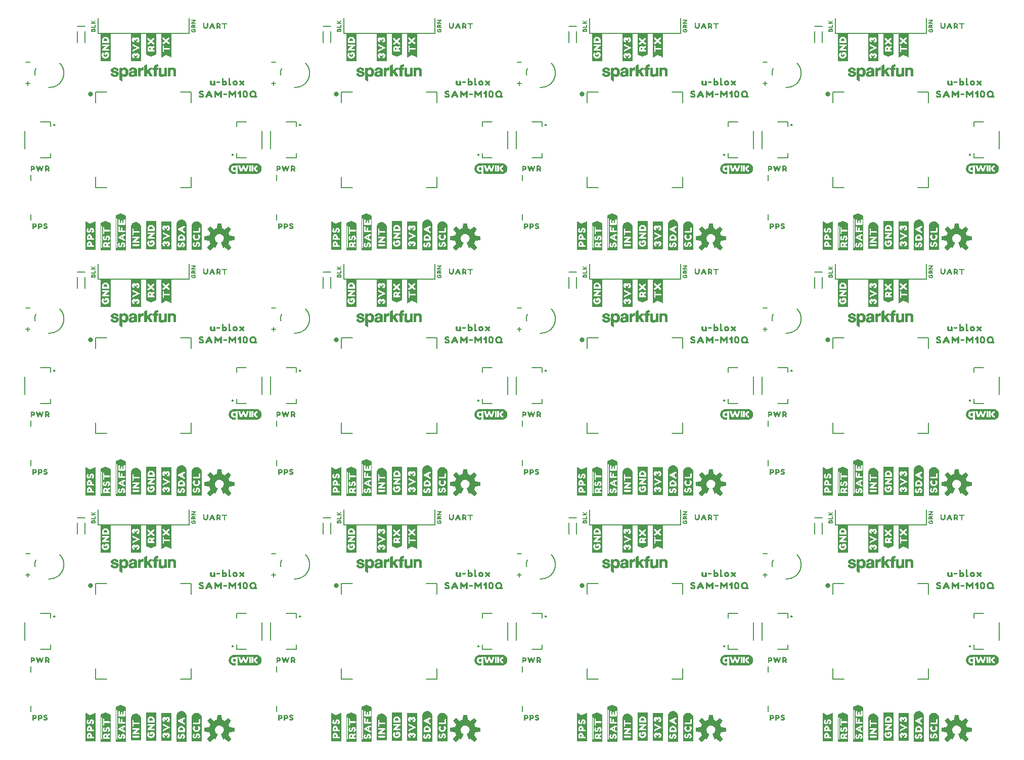
<source format=gto>
G04 EAGLE Gerber RS-274X export*
G75*
%MOMM*%
%FSLAX34Y34*%
%LPD*%
%INSilkscreen Top*%
%IPPOS*%
%AMOC8*
5,1,8,0,0,1.08239X$1,22.5*%
G01*
%ADD10C,0.203200*%
%ADD11C,0.177800*%
%ADD12C,0.152400*%
%ADD13C,0.803212*%

G36*
X757105Y18030D02*
X757105Y18030D01*
X757161Y18030D01*
X757189Y18045D01*
X757221Y18050D01*
X757280Y18090D01*
X757316Y18108D01*
X757325Y18120D01*
X757341Y18131D01*
X761649Y22439D01*
X761666Y22466D01*
X761690Y22487D01*
X761711Y22539D01*
X761740Y22586D01*
X761743Y22618D01*
X761755Y22648D01*
X761752Y22703D01*
X761757Y22759D01*
X761745Y22789D01*
X761743Y22821D01*
X761709Y22884D01*
X761695Y22921D01*
X761684Y22931D01*
X761675Y22948D01*
X756708Y29039D01*
X757897Y31349D01*
X757904Y31375D01*
X757921Y31407D01*
X758713Y33881D01*
X766532Y34675D01*
X766563Y34685D01*
X766595Y34686D01*
X766644Y34713D01*
X766696Y34731D01*
X766719Y34754D01*
X766747Y34769D01*
X766779Y34815D01*
X766818Y34854D01*
X766828Y34885D01*
X766847Y34911D01*
X766860Y34981D01*
X766873Y35019D01*
X766871Y35034D01*
X766874Y35053D01*
X766874Y41147D01*
X766867Y41178D01*
X766869Y41210D01*
X766847Y41261D01*
X766835Y41316D01*
X766814Y41340D01*
X766802Y41370D01*
X766760Y41406D01*
X766725Y41449D01*
X766695Y41462D01*
X766671Y41483D01*
X766602Y41504D01*
X766566Y41520D01*
X766551Y41520D01*
X766532Y41525D01*
X758713Y42319D01*
X757921Y44793D01*
X757908Y44816D01*
X757897Y44851D01*
X756708Y47161D01*
X761675Y53252D01*
X761689Y53280D01*
X761710Y53304D01*
X761726Y53357D01*
X761751Y53407D01*
X761751Y53439D01*
X761760Y53470D01*
X761750Y53525D01*
X761750Y53581D01*
X761735Y53609D01*
X761730Y53641D01*
X761690Y53700D01*
X761672Y53736D01*
X761660Y53745D01*
X761649Y53761D01*
X757341Y58069D01*
X757314Y58086D01*
X757293Y58110D01*
X757241Y58131D01*
X757194Y58160D01*
X757162Y58163D01*
X757132Y58175D01*
X757077Y58172D01*
X757021Y58177D01*
X756991Y58165D01*
X756959Y58163D01*
X756896Y58129D01*
X756859Y58115D01*
X756849Y58104D01*
X756832Y58095D01*
X750741Y53128D01*
X748431Y54317D01*
X748405Y54324D01*
X748373Y54341D01*
X745899Y55133D01*
X745105Y62952D01*
X745097Y62978D01*
X745096Y62990D01*
X745095Y62993D01*
X745094Y63015D01*
X745067Y63064D01*
X745049Y63116D01*
X745026Y63139D01*
X745011Y63167D01*
X744965Y63199D01*
X744926Y63238D01*
X744895Y63248D01*
X744869Y63267D01*
X744799Y63280D01*
X744761Y63293D01*
X744746Y63291D01*
X744727Y63294D01*
X738633Y63294D01*
X738602Y63287D01*
X738570Y63289D01*
X738519Y63267D01*
X738464Y63255D01*
X738440Y63234D01*
X738410Y63222D01*
X738374Y63180D01*
X738331Y63145D01*
X738318Y63115D01*
X738297Y63091D01*
X738276Y63022D01*
X738260Y62986D01*
X738260Y62971D01*
X738258Y62964D01*
X738257Y62962D01*
X738257Y62961D01*
X738255Y62952D01*
X737461Y55133D01*
X734987Y54341D01*
X734964Y54328D01*
X734929Y54317D01*
X732619Y53128D01*
X726528Y58095D01*
X726500Y58109D01*
X726476Y58130D01*
X726423Y58146D01*
X726373Y58171D01*
X726341Y58171D01*
X726310Y58180D01*
X726255Y58170D01*
X726199Y58170D01*
X726171Y58155D01*
X726139Y58150D01*
X726080Y58110D01*
X726045Y58092D01*
X726035Y58080D01*
X726019Y58069D01*
X721711Y53761D01*
X721694Y53734D01*
X721670Y53713D01*
X721649Y53661D01*
X721620Y53614D01*
X721617Y53582D01*
X721605Y53552D01*
X721609Y53497D01*
X721603Y53441D01*
X721615Y53411D01*
X721617Y53379D01*
X721651Y53316D01*
X721665Y53279D01*
X721676Y53269D01*
X721685Y53252D01*
X726652Y47161D01*
X725463Y44851D01*
X725456Y44825D01*
X725439Y44793D01*
X724647Y42319D01*
X716828Y41525D01*
X716797Y41515D01*
X716765Y41514D01*
X716716Y41487D01*
X716664Y41469D01*
X716641Y41446D01*
X716613Y41431D01*
X716581Y41385D01*
X716542Y41346D01*
X716532Y41315D01*
X716513Y41289D01*
X716500Y41219D01*
X716487Y41181D01*
X716489Y41166D01*
X716486Y41147D01*
X716486Y35053D01*
X716493Y35022D01*
X716491Y34990D01*
X716513Y34939D01*
X716525Y34884D01*
X716546Y34860D01*
X716558Y34830D01*
X716600Y34794D01*
X716635Y34751D01*
X716665Y34738D01*
X716689Y34717D01*
X716758Y34696D01*
X716794Y34680D01*
X716809Y34680D01*
X716828Y34675D01*
X724647Y33881D01*
X725439Y31407D01*
X725452Y31384D01*
X725463Y31349D01*
X726652Y29039D01*
X721685Y22948D01*
X721671Y22920D01*
X721650Y22896D01*
X721634Y22843D01*
X721609Y22793D01*
X721609Y22761D01*
X721600Y22730D01*
X721610Y22675D01*
X721610Y22619D01*
X721625Y22591D01*
X721630Y22559D01*
X721670Y22500D01*
X721688Y22465D01*
X721700Y22455D01*
X721711Y22439D01*
X726019Y18131D01*
X726046Y18114D01*
X726067Y18090D01*
X726119Y18069D01*
X726166Y18040D01*
X726198Y18037D01*
X726228Y18025D01*
X726283Y18029D01*
X726339Y18023D01*
X726369Y18035D01*
X726401Y18037D01*
X726464Y18071D01*
X726501Y18085D01*
X726511Y18096D01*
X726528Y18105D01*
X732619Y23072D01*
X734928Y21882D01*
X734992Y21866D01*
X735055Y21843D01*
X735076Y21845D01*
X735096Y21840D01*
X735161Y21854D01*
X735227Y21861D01*
X735245Y21872D01*
X735265Y21877D01*
X735317Y21918D01*
X735373Y21954D01*
X735386Y21973D01*
X735401Y21985D01*
X735417Y22020D01*
X735453Y22074D01*
X739041Y30736D01*
X739047Y30769D01*
X739061Y30798D01*
X739060Y30853D01*
X739069Y30907D01*
X739060Y30939D01*
X739060Y30971D01*
X739035Y31020D01*
X739019Y31073D01*
X738996Y31097D01*
X738982Y31126D01*
X738927Y31171D01*
X738900Y31199D01*
X738885Y31205D01*
X738869Y31217D01*
X737551Y31922D01*
X736425Y32846D01*
X735501Y33972D01*
X734815Y35256D01*
X734392Y36650D01*
X734249Y38099D01*
X734406Y39618D01*
X734869Y41071D01*
X735620Y42400D01*
X736626Y43547D01*
X737845Y44464D01*
X739226Y45114D01*
X740710Y45467D01*
X742235Y45510D01*
X743737Y45240D01*
X745152Y44670D01*
X746420Y43822D01*
X747489Y42733D01*
X748313Y41449D01*
X748857Y40023D01*
X749099Y38517D01*
X749027Y36993D01*
X748646Y35515D01*
X747972Y34147D01*
X747032Y32945D01*
X745866Y31961D01*
X744489Y31217D01*
X744466Y31196D01*
X744437Y31182D01*
X744401Y31139D01*
X744360Y31102D01*
X744348Y31072D01*
X744328Y31048D01*
X744315Y30993D01*
X744294Y30941D01*
X744297Y30909D01*
X744290Y30878D01*
X744304Y30807D01*
X744307Y30768D01*
X744315Y30755D01*
X744319Y30736D01*
X747907Y22074D01*
X747946Y22020D01*
X747978Y21963D01*
X747995Y21951D01*
X748008Y21934D01*
X748066Y21903D01*
X748121Y21865D01*
X748142Y21862D01*
X748161Y21852D01*
X748227Y21851D01*
X748293Y21841D01*
X748316Y21848D01*
X748334Y21847D01*
X748369Y21864D01*
X748432Y21882D01*
X750741Y23072D01*
X756832Y18105D01*
X756860Y18091D01*
X756884Y18070D01*
X756937Y18054D01*
X756987Y18029D01*
X757019Y18029D01*
X757050Y18020D01*
X757105Y18030D01*
G37*
G36*
X1168585Y18030D02*
X1168585Y18030D01*
X1168641Y18030D01*
X1168669Y18045D01*
X1168701Y18050D01*
X1168760Y18090D01*
X1168796Y18108D01*
X1168805Y18120D01*
X1168821Y18131D01*
X1173129Y22439D01*
X1173146Y22466D01*
X1173170Y22487D01*
X1173191Y22539D01*
X1173220Y22586D01*
X1173223Y22618D01*
X1173235Y22648D01*
X1173232Y22703D01*
X1173237Y22759D01*
X1173225Y22789D01*
X1173223Y22821D01*
X1173189Y22884D01*
X1173175Y22921D01*
X1173164Y22931D01*
X1173155Y22948D01*
X1168188Y29039D01*
X1169377Y31349D01*
X1169384Y31375D01*
X1169401Y31407D01*
X1170193Y33881D01*
X1178012Y34675D01*
X1178043Y34685D01*
X1178075Y34686D01*
X1178124Y34713D01*
X1178176Y34731D01*
X1178199Y34754D01*
X1178227Y34769D01*
X1178259Y34815D01*
X1178298Y34854D01*
X1178308Y34885D01*
X1178327Y34911D01*
X1178340Y34981D01*
X1178353Y35019D01*
X1178351Y35034D01*
X1178354Y35053D01*
X1178354Y41147D01*
X1178347Y41178D01*
X1178349Y41210D01*
X1178327Y41261D01*
X1178315Y41316D01*
X1178294Y41340D01*
X1178282Y41370D01*
X1178240Y41406D01*
X1178205Y41449D01*
X1178175Y41462D01*
X1178151Y41483D01*
X1178082Y41504D01*
X1178046Y41520D01*
X1178031Y41520D01*
X1178012Y41525D01*
X1170193Y42319D01*
X1169401Y44793D01*
X1169388Y44816D01*
X1169377Y44851D01*
X1168188Y47161D01*
X1173155Y53252D01*
X1173169Y53280D01*
X1173190Y53304D01*
X1173206Y53357D01*
X1173231Y53407D01*
X1173231Y53439D01*
X1173240Y53470D01*
X1173230Y53525D01*
X1173230Y53581D01*
X1173215Y53609D01*
X1173210Y53641D01*
X1173170Y53700D01*
X1173152Y53736D01*
X1173140Y53745D01*
X1173129Y53761D01*
X1168821Y58069D01*
X1168794Y58086D01*
X1168773Y58110D01*
X1168721Y58131D01*
X1168674Y58160D01*
X1168642Y58163D01*
X1168612Y58175D01*
X1168557Y58172D01*
X1168501Y58177D01*
X1168471Y58165D01*
X1168439Y58163D01*
X1168376Y58129D01*
X1168339Y58115D01*
X1168329Y58104D01*
X1168312Y58095D01*
X1162221Y53128D01*
X1159911Y54317D01*
X1159885Y54324D01*
X1159853Y54341D01*
X1157379Y55133D01*
X1156585Y62952D01*
X1156577Y62978D01*
X1156576Y62990D01*
X1156575Y62993D01*
X1156574Y63015D01*
X1156547Y63064D01*
X1156529Y63116D01*
X1156506Y63139D01*
X1156491Y63167D01*
X1156445Y63199D01*
X1156406Y63238D01*
X1156375Y63248D01*
X1156349Y63267D01*
X1156279Y63280D01*
X1156241Y63293D01*
X1156226Y63291D01*
X1156207Y63294D01*
X1150113Y63294D01*
X1150082Y63287D01*
X1150050Y63289D01*
X1149999Y63267D01*
X1149944Y63255D01*
X1149920Y63234D01*
X1149890Y63222D01*
X1149854Y63180D01*
X1149811Y63145D01*
X1149798Y63115D01*
X1149777Y63091D01*
X1149756Y63022D01*
X1149740Y62986D01*
X1149740Y62971D01*
X1149738Y62964D01*
X1149737Y62962D01*
X1149737Y62961D01*
X1149735Y62952D01*
X1148941Y55133D01*
X1146467Y54341D01*
X1146444Y54328D01*
X1146409Y54317D01*
X1144099Y53128D01*
X1138008Y58095D01*
X1137980Y58109D01*
X1137956Y58130D01*
X1137903Y58146D01*
X1137853Y58171D01*
X1137821Y58171D01*
X1137790Y58180D01*
X1137735Y58170D01*
X1137679Y58170D01*
X1137651Y58155D01*
X1137619Y58150D01*
X1137560Y58110D01*
X1137525Y58092D01*
X1137515Y58080D01*
X1137499Y58069D01*
X1133191Y53761D01*
X1133174Y53734D01*
X1133150Y53713D01*
X1133129Y53661D01*
X1133100Y53614D01*
X1133097Y53582D01*
X1133085Y53552D01*
X1133089Y53497D01*
X1133083Y53441D01*
X1133095Y53411D01*
X1133097Y53379D01*
X1133131Y53316D01*
X1133145Y53279D01*
X1133156Y53269D01*
X1133165Y53252D01*
X1138132Y47161D01*
X1136943Y44851D01*
X1136936Y44825D01*
X1136919Y44793D01*
X1136127Y42319D01*
X1128308Y41525D01*
X1128277Y41515D01*
X1128245Y41514D01*
X1128196Y41487D01*
X1128144Y41469D01*
X1128121Y41446D01*
X1128093Y41431D01*
X1128061Y41385D01*
X1128022Y41346D01*
X1128012Y41315D01*
X1127993Y41289D01*
X1127980Y41219D01*
X1127967Y41181D01*
X1127969Y41166D01*
X1127966Y41147D01*
X1127966Y35053D01*
X1127973Y35022D01*
X1127971Y34990D01*
X1127993Y34939D01*
X1128005Y34884D01*
X1128026Y34860D01*
X1128038Y34830D01*
X1128080Y34794D01*
X1128115Y34751D01*
X1128145Y34738D01*
X1128169Y34717D01*
X1128238Y34696D01*
X1128274Y34680D01*
X1128289Y34680D01*
X1128308Y34675D01*
X1136127Y33881D01*
X1136919Y31407D01*
X1136932Y31384D01*
X1136943Y31349D01*
X1138132Y29039D01*
X1133165Y22948D01*
X1133151Y22920D01*
X1133130Y22896D01*
X1133114Y22843D01*
X1133089Y22793D01*
X1133089Y22761D01*
X1133080Y22730D01*
X1133090Y22675D01*
X1133090Y22619D01*
X1133105Y22591D01*
X1133110Y22559D01*
X1133150Y22500D01*
X1133168Y22465D01*
X1133180Y22455D01*
X1133191Y22439D01*
X1137499Y18131D01*
X1137526Y18114D01*
X1137547Y18090D01*
X1137599Y18069D01*
X1137646Y18040D01*
X1137678Y18037D01*
X1137708Y18025D01*
X1137763Y18029D01*
X1137819Y18023D01*
X1137849Y18035D01*
X1137881Y18037D01*
X1137944Y18071D01*
X1137981Y18085D01*
X1137991Y18096D01*
X1138008Y18105D01*
X1144099Y23072D01*
X1146408Y21882D01*
X1146472Y21866D01*
X1146535Y21843D01*
X1146556Y21845D01*
X1146576Y21840D01*
X1146641Y21854D01*
X1146707Y21861D01*
X1146725Y21872D01*
X1146745Y21877D01*
X1146797Y21918D01*
X1146853Y21954D01*
X1146866Y21973D01*
X1146881Y21985D01*
X1146897Y22020D01*
X1146933Y22074D01*
X1150521Y30736D01*
X1150527Y30769D01*
X1150541Y30798D01*
X1150540Y30853D01*
X1150549Y30907D01*
X1150540Y30939D01*
X1150540Y30971D01*
X1150515Y31020D01*
X1150499Y31073D01*
X1150476Y31097D01*
X1150462Y31126D01*
X1150407Y31171D01*
X1150380Y31199D01*
X1150365Y31205D01*
X1150349Y31217D01*
X1149031Y31922D01*
X1147905Y32846D01*
X1146981Y33972D01*
X1146295Y35256D01*
X1145872Y36650D01*
X1145729Y38099D01*
X1145886Y39618D01*
X1146349Y41071D01*
X1147100Y42400D01*
X1148106Y43547D01*
X1149325Y44464D01*
X1150706Y45114D01*
X1152190Y45467D01*
X1153715Y45510D01*
X1155217Y45240D01*
X1156632Y44670D01*
X1157900Y43822D01*
X1158969Y42733D01*
X1159793Y41449D01*
X1160337Y40023D01*
X1160579Y38517D01*
X1160507Y36993D01*
X1160126Y35515D01*
X1159452Y34147D01*
X1158512Y32945D01*
X1157346Y31961D01*
X1155969Y31217D01*
X1155946Y31196D01*
X1155917Y31182D01*
X1155881Y31139D01*
X1155840Y31102D01*
X1155828Y31072D01*
X1155808Y31048D01*
X1155795Y30993D01*
X1155774Y30941D01*
X1155777Y30909D01*
X1155770Y30878D01*
X1155784Y30807D01*
X1155787Y30768D01*
X1155795Y30755D01*
X1155799Y30736D01*
X1159387Y22074D01*
X1159426Y22020D01*
X1159458Y21963D01*
X1159475Y21951D01*
X1159488Y21934D01*
X1159546Y21903D01*
X1159601Y21865D01*
X1159622Y21862D01*
X1159641Y21852D01*
X1159707Y21851D01*
X1159773Y21841D01*
X1159796Y21848D01*
X1159814Y21847D01*
X1159849Y21864D01*
X1159912Y21882D01*
X1162221Y23072D01*
X1168312Y18105D01*
X1168340Y18091D01*
X1168364Y18070D01*
X1168417Y18054D01*
X1168467Y18029D01*
X1168499Y18029D01*
X1168530Y18020D01*
X1168585Y18030D01*
G37*
G36*
X1580065Y18030D02*
X1580065Y18030D01*
X1580121Y18030D01*
X1580149Y18045D01*
X1580181Y18050D01*
X1580240Y18090D01*
X1580276Y18108D01*
X1580285Y18120D01*
X1580301Y18131D01*
X1584609Y22439D01*
X1584626Y22466D01*
X1584650Y22487D01*
X1584671Y22539D01*
X1584700Y22586D01*
X1584703Y22618D01*
X1584715Y22648D01*
X1584712Y22703D01*
X1584717Y22759D01*
X1584705Y22789D01*
X1584703Y22821D01*
X1584669Y22884D01*
X1584655Y22921D01*
X1584644Y22931D01*
X1584635Y22948D01*
X1579668Y29039D01*
X1580857Y31349D01*
X1580864Y31375D01*
X1580881Y31407D01*
X1581673Y33881D01*
X1589492Y34675D01*
X1589523Y34685D01*
X1589555Y34686D01*
X1589604Y34713D01*
X1589656Y34731D01*
X1589679Y34754D01*
X1589707Y34769D01*
X1589739Y34815D01*
X1589778Y34854D01*
X1589788Y34885D01*
X1589807Y34911D01*
X1589820Y34981D01*
X1589833Y35019D01*
X1589831Y35034D01*
X1589834Y35053D01*
X1589834Y41147D01*
X1589827Y41178D01*
X1589829Y41210D01*
X1589807Y41261D01*
X1589795Y41316D01*
X1589774Y41340D01*
X1589762Y41370D01*
X1589720Y41406D01*
X1589685Y41449D01*
X1589655Y41462D01*
X1589631Y41483D01*
X1589562Y41504D01*
X1589526Y41520D01*
X1589511Y41520D01*
X1589492Y41525D01*
X1581673Y42319D01*
X1580881Y44793D01*
X1580868Y44816D01*
X1580857Y44851D01*
X1579668Y47161D01*
X1584635Y53252D01*
X1584649Y53280D01*
X1584670Y53304D01*
X1584686Y53357D01*
X1584711Y53407D01*
X1584711Y53439D01*
X1584720Y53470D01*
X1584710Y53525D01*
X1584710Y53581D01*
X1584695Y53609D01*
X1584690Y53641D01*
X1584650Y53700D01*
X1584632Y53736D01*
X1584620Y53745D01*
X1584609Y53761D01*
X1580301Y58069D01*
X1580274Y58086D01*
X1580253Y58110D01*
X1580201Y58131D01*
X1580154Y58160D01*
X1580122Y58163D01*
X1580092Y58175D01*
X1580037Y58172D01*
X1579981Y58177D01*
X1579951Y58165D01*
X1579919Y58163D01*
X1579856Y58129D01*
X1579819Y58115D01*
X1579809Y58104D01*
X1579792Y58095D01*
X1573701Y53128D01*
X1571391Y54317D01*
X1571365Y54324D01*
X1571333Y54341D01*
X1568859Y55133D01*
X1568065Y62952D01*
X1568057Y62978D01*
X1568056Y62990D01*
X1568055Y62993D01*
X1568054Y63015D01*
X1568027Y63064D01*
X1568009Y63116D01*
X1567986Y63139D01*
X1567971Y63167D01*
X1567925Y63199D01*
X1567886Y63238D01*
X1567855Y63248D01*
X1567829Y63267D01*
X1567759Y63280D01*
X1567721Y63293D01*
X1567706Y63291D01*
X1567687Y63294D01*
X1561593Y63294D01*
X1561562Y63287D01*
X1561530Y63289D01*
X1561479Y63267D01*
X1561424Y63255D01*
X1561400Y63234D01*
X1561370Y63222D01*
X1561334Y63180D01*
X1561291Y63145D01*
X1561278Y63115D01*
X1561257Y63091D01*
X1561236Y63022D01*
X1561220Y62986D01*
X1561220Y62971D01*
X1561218Y62964D01*
X1561217Y62962D01*
X1561217Y62961D01*
X1561215Y62952D01*
X1560421Y55133D01*
X1557947Y54341D01*
X1557924Y54328D01*
X1557889Y54317D01*
X1555579Y53128D01*
X1549488Y58095D01*
X1549460Y58109D01*
X1549436Y58130D01*
X1549383Y58146D01*
X1549333Y58171D01*
X1549301Y58171D01*
X1549270Y58180D01*
X1549215Y58170D01*
X1549159Y58170D01*
X1549131Y58155D01*
X1549099Y58150D01*
X1549040Y58110D01*
X1549005Y58092D01*
X1548995Y58080D01*
X1548979Y58069D01*
X1544671Y53761D01*
X1544654Y53734D01*
X1544630Y53713D01*
X1544609Y53661D01*
X1544580Y53614D01*
X1544577Y53582D01*
X1544565Y53552D01*
X1544569Y53497D01*
X1544563Y53441D01*
X1544575Y53411D01*
X1544577Y53379D01*
X1544611Y53316D01*
X1544625Y53279D01*
X1544636Y53269D01*
X1544645Y53252D01*
X1549612Y47161D01*
X1548423Y44851D01*
X1548416Y44825D01*
X1548399Y44793D01*
X1547607Y42319D01*
X1539788Y41525D01*
X1539757Y41515D01*
X1539725Y41514D01*
X1539676Y41487D01*
X1539624Y41469D01*
X1539601Y41446D01*
X1539573Y41431D01*
X1539541Y41385D01*
X1539502Y41346D01*
X1539492Y41315D01*
X1539473Y41289D01*
X1539460Y41219D01*
X1539447Y41181D01*
X1539449Y41166D01*
X1539446Y41147D01*
X1539446Y35053D01*
X1539453Y35022D01*
X1539451Y34990D01*
X1539473Y34939D01*
X1539485Y34884D01*
X1539506Y34860D01*
X1539518Y34830D01*
X1539560Y34794D01*
X1539595Y34751D01*
X1539625Y34738D01*
X1539649Y34717D01*
X1539718Y34696D01*
X1539754Y34680D01*
X1539769Y34680D01*
X1539788Y34675D01*
X1547607Y33881D01*
X1548399Y31407D01*
X1548412Y31384D01*
X1548423Y31349D01*
X1549612Y29039D01*
X1544645Y22948D01*
X1544631Y22920D01*
X1544610Y22896D01*
X1544594Y22843D01*
X1544569Y22793D01*
X1544569Y22761D01*
X1544560Y22730D01*
X1544570Y22675D01*
X1544570Y22619D01*
X1544585Y22591D01*
X1544590Y22559D01*
X1544630Y22500D01*
X1544648Y22465D01*
X1544660Y22455D01*
X1544671Y22439D01*
X1548979Y18131D01*
X1549006Y18114D01*
X1549027Y18090D01*
X1549079Y18069D01*
X1549126Y18040D01*
X1549158Y18037D01*
X1549188Y18025D01*
X1549243Y18029D01*
X1549299Y18023D01*
X1549329Y18035D01*
X1549361Y18037D01*
X1549424Y18071D01*
X1549461Y18085D01*
X1549471Y18096D01*
X1549488Y18105D01*
X1555579Y23072D01*
X1557888Y21882D01*
X1557952Y21866D01*
X1558015Y21843D01*
X1558036Y21845D01*
X1558056Y21840D01*
X1558121Y21854D01*
X1558187Y21861D01*
X1558205Y21872D01*
X1558225Y21877D01*
X1558277Y21918D01*
X1558333Y21954D01*
X1558346Y21973D01*
X1558361Y21985D01*
X1558377Y22020D01*
X1558413Y22074D01*
X1562001Y30736D01*
X1562007Y30769D01*
X1562021Y30798D01*
X1562020Y30853D01*
X1562029Y30907D01*
X1562020Y30939D01*
X1562020Y30971D01*
X1561995Y31020D01*
X1561979Y31073D01*
X1561956Y31097D01*
X1561942Y31126D01*
X1561887Y31171D01*
X1561860Y31199D01*
X1561845Y31205D01*
X1561829Y31217D01*
X1560511Y31922D01*
X1559385Y32846D01*
X1558461Y33972D01*
X1557775Y35256D01*
X1557352Y36650D01*
X1557209Y38099D01*
X1557366Y39618D01*
X1557829Y41071D01*
X1558580Y42400D01*
X1559586Y43547D01*
X1560805Y44464D01*
X1562186Y45114D01*
X1563670Y45467D01*
X1565195Y45510D01*
X1566697Y45240D01*
X1568112Y44670D01*
X1569380Y43822D01*
X1570449Y42733D01*
X1571273Y41449D01*
X1571817Y40023D01*
X1572059Y38517D01*
X1571987Y36993D01*
X1571606Y35515D01*
X1570932Y34147D01*
X1569992Y32945D01*
X1568826Y31961D01*
X1567449Y31217D01*
X1567426Y31196D01*
X1567397Y31182D01*
X1567361Y31139D01*
X1567320Y31102D01*
X1567308Y31072D01*
X1567288Y31048D01*
X1567275Y30993D01*
X1567254Y30941D01*
X1567257Y30909D01*
X1567250Y30878D01*
X1567264Y30807D01*
X1567267Y30768D01*
X1567275Y30755D01*
X1567279Y30736D01*
X1570867Y22074D01*
X1570906Y22020D01*
X1570938Y21963D01*
X1570955Y21951D01*
X1570968Y21934D01*
X1571026Y21903D01*
X1571081Y21865D01*
X1571102Y21862D01*
X1571121Y21852D01*
X1571187Y21851D01*
X1571253Y21841D01*
X1571276Y21848D01*
X1571294Y21847D01*
X1571329Y21864D01*
X1571392Y21882D01*
X1573701Y23072D01*
X1579792Y18105D01*
X1579820Y18091D01*
X1579844Y18070D01*
X1579897Y18054D01*
X1579947Y18029D01*
X1579979Y18029D01*
X1580010Y18020D01*
X1580065Y18030D01*
G37*
G36*
X345625Y18030D02*
X345625Y18030D01*
X345681Y18030D01*
X345709Y18045D01*
X345741Y18050D01*
X345800Y18090D01*
X345836Y18108D01*
X345845Y18120D01*
X345861Y18131D01*
X350169Y22439D01*
X350186Y22466D01*
X350210Y22487D01*
X350231Y22539D01*
X350260Y22586D01*
X350263Y22618D01*
X350275Y22648D01*
X350272Y22703D01*
X350277Y22759D01*
X350265Y22789D01*
X350263Y22821D01*
X350229Y22884D01*
X350215Y22921D01*
X350204Y22931D01*
X350195Y22948D01*
X345228Y29039D01*
X346417Y31349D01*
X346424Y31375D01*
X346441Y31407D01*
X347233Y33881D01*
X355052Y34675D01*
X355083Y34685D01*
X355115Y34686D01*
X355164Y34713D01*
X355216Y34731D01*
X355239Y34754D01*
X355267Y34769D01*
X355299Y34815D01*
X355338Y34854D01*
X355348Y34885D01*
X355367Y34911D01*
X355380Y34981D01*
X355393Y35019D01*
X355391Y35034D01*
X355394Y35053D01*
X355394Y41147D01*
X355387Y41178D01*
X355389Y41210D01*
X355367Y41261D01*
X355355Y41316D01*
X355334Y41340D01*
X355322Y41370D01*
X355280Y41406D01*
X355245Y41449D01*
X355215Y41462D01*
X355191Y41483D01*
X355122Y41504D01*
X355086Y41520D01*
X355071Y41520D01*
X355052Y41525D01*
X347233Y42319D01*
X346441Y44793D01*
X346428Y44816D01*
X346417Y44851D01*
X345228Y47161D01*
X350195Y53252D01*
X350209Y53280D01*
X350230Y53304D01*
X350246Y53357D01*
X350271Y53407D01*
X350271Y53439D01*
X350280Y53470D01*
X350270Y53525D01*
X350270Y53581D01*
X350255Y53609D01*
X350250Y53641D01*
X350210Y53700D01*
X350192Y53736D01*
X350180Y53745D01*
X350169Y53761D01*
X345861Y58069D01*
X345834Y58086D01*
X345813Y58110D01*
X345761Y58131D01*
X345714Y58160D01*
X345682Y58163D01*
X345652Y58175D01*
X345597Y58172D01*
X345541Y58177D01*
X345511Y58165D01*
X345479Y58163D01*
X345416Y58129D01*
X345379Y58115D01*
X345369Y58104D01*
X345352Y58095D01*
X339261Y53128D01*
X336951Y54317D01*
X336925Y54324D01*
X336893Y54341D01*
X334419Y55133D01*
X333625Y62952D01*
X333617Y62978D01*
X333616Y62990D01*
X333615Y62993D01*
X333614Y63015D01*
X333587Y63064D01*
X333569Y63116D01*
X333546Y63139D01*
X333531Y63167D01*
X333485Y63199D01*
X333446Y63238D01*
X333415Y63248D01*
X333389Y63267D01*
X333319Y63280D01*
X333281Y63293D01*
X333266Y63291D01*
X333247Y63294D01*
X327153Y63294D01*
X327122Y63287D01*
X327090Y63289D01*
X327039Y63267D01*
X326984Y63255D01*
X326960Y63234D01*
X326930Y63222D01*
X326894Y63180D01*
X326851Y63145D01*
X326838Y63115D01*
X326817Y63091D01*
X326796Y63022D01*
X326780Y62986D01*
X326780Y62971D01*
X326778Y62964D01*
X326777Y62962D01*
X326777Y62961D01*
X326775Y62952D01*
X325981Y55133D01*
X323507Y54341D01*
X323484Y54328D01*
X323449Y54317D01*
X321139Y53128D01*
X315048Y58095D01*
X315020Y58109D01*
X314996Y58130D01*
X314943Y58146D01*
X314893Y58171D01*
X314861Y58171D01*
X314830Y58180D01*
X314775Y58170D01*
X314719Y58170D01*
X314691Y58155D01*
X314659Y58150D01*
X314600Y58110D01*
X314565Y58092D01*
X314555Y58080D01*
X314539Y58069D01*
X310231Y53761D01*
X310214Y53734D01*
X310190Y53713D01*
X310169Y53661D01*
X310140Y53614D01*
X310137Y53582D01*
X310125Y53552D01*
X310129Y53497D01*
X310123Y53441D01*
X310135Y53411D01*
X310137Y53379D01*
X310171Y53316D01*
X310185Y53279D01*
X310196Y53269D01*
X310205Y53252D01*
X315172Y47161D01*
X313983Y44851D01*
X313976Y44825D01*
X313959Y44793D01*
X313167Y42319D01*
X305348Y41525D01*
X305317Y41515D01*
X305285Y41514D01*
X305236Y41487D01*
X305184Y41469D01*
X305161Y41446D01*
X305133Y41431D01*
X305101Y41385D01*
X305062Y41346D01*
X305052Y41315D01*
X305033Y41289D01*
X305020Y41219D01*
X305007Y41181D01*
X305009Y41166D01*
X305006Y41147D01*
X305006Y35053D01*
X305013Y35022D01*
X305011Y34990D01*
X305033Y34939D01*
X305045Y34884D01*
X305066Y34860D01*
X305078Y34830D01*
X305120Y34794D01*
X305155Y34751D01*
X305185Y34738D01*
X305209Y34717D01*
X305278Y34696D01*
X305314Y34680D01*
X305329Y34680D01*
X305348Y34675D01*
X313167Y33881D01*
X313959Y31407D01*
X313972Y31384D01*
X313983Y31349D01*
X315172Y29039D01*
X310205Y22948D01*
X310191Y22920D01*
X310170Y22896D01*
X310154Y22843D01*
X310129Y22793D01*
X310129Y22761D01*
X310120Y22730D01*
X310130Y22675D01*
X310130Y22619D01*
X310145Y22591D01*
X310150Y22559D01*
X310190Y22500D01*
X310208Y22465D01*
X310220Y22455D01*
X310231Y22439D01*
X314539Y18131D01*
X314566Y18114D01*
X314587Y18090D01*
X314639Y18069D01*
X314686Y18040D01*
X314718Y18037D01*
X314748Y18025D01*
X314803Y18029D01*
X314859Y18023D01*
X314889Y18035D01*
X314921Y18037D01*
X314984Y18071D01*
X315021Y18085D01*
X315031Y18096D01*
X315048Y18105D01*
X321139Y23072D01*
X323448Y21882D01*
X323512Y21866D01*
X323575Y21843D01*
X323596Y21845D01*
X323616Y21840D01*
X323681Y21854D01*
X323747Y21861D01*
X323765Y21872D01*
X323785Y21877D01*
X323837Y21918D01*
X323893Y21954D01*
X323906Y21973D01*
X323921Y21985D01*
X323937Y22020D01*
X323973Y22074D01*
X327561Y30736D01*
X327567Y30769D01*
X327581Y30798D01*
X327580Y30853D01*
X327589Y30907D01*
X327580Y30939D01*
X327580Y30971D01*
X327555Y31020D01*
X327539Y31073D01*
X327516Y31097D01*
X327502Y31126D01*
X327447Y31171D01*
X327420Y31199D01*
X327405Y31205D01*
X327389Y31217D01*
X326071Y31922D01*
X324945Y32846D01*
X324021Y33972D01*
X323335Y35256D01*
X322912Y36650D01*
X322769Y38099D01*
X322926Y39618D01*
X323389Y41071D01*
X324140Y42400D01*
X325146Y43547D01*
X326365Y44464D01*
X327746Y45114D01*
X329230Y45467D01*
X330755Y45510D01*
X332257Y45240D01*
X333672Y44670D01*
X334940Y43822D01*
X336009Y42733D01*
X336833Y41449D01*
X337377Y40023D01*
X337619Y38517D01*
X337547Y36993D01*
X337166Y35515D01*
X336492Y34147D01*
X335552Y32945D01*
X334386Y31961D01*
X333009Y31217D01*
X332986Y31196D01*
X332957Y31182D01*
X332921Y31139D01*
X332880Y31102D01*
X332868Y31072D01*
X332848Y31048D01*
X332835Y30993D01*
X332814Y30941D01*
X332817Y30909D01*
X332810Y30878D01*
X332824Y30807D01*
X332827Y30768D01*
X332835Y30755D01*
X332839Y30736D01*
X336427Y22074D01*
X336466Y22020D01*
X336498Y21963D01*
X336515Y21951D01*
X336528Y21934D01*
X336586Y21903D01*
X336641Y21865D01*
X336662Y21862D01*
X336681Y21852D01*
X336747Y21851D01*
X336813Y21841D01*
X336836Y21848D01*
X336854Y21847D01*
X336889Y21864D01*
X336952Y21882D01*
X339261Y23072D01*
X345352Y18105D01*
X345380Y18091D01*
X345404Y18070D01*
X345457Y18054D01*
X345507Y18029D01*
X345539Y18029D01*
X345570Y18020D01*
X345625Y18030D01*
G37*
G36*
X1168585Y840990D02*
X1168585Y840990D01*
X1168641Y840990D01*
X1168669Y841005D01*
X1168701Y841010D01*
X1168760Y841050D01*
X1168796Y841068D01*
X1168805Y841080D01*
X1168821Y841091D01*
X1173129Y845399D01*
X1173146Y845426D01*
X1173170Y845447D01*
X1173191Y845499D01*
X1173220Y845546D01*
X1173223Y845578D01*
X1173235Y845608D01*
X1173232Y845663D01*
X1173237Y845719D01*
X1173225Y845749D01*
X1173223Y845781D01*
X1173189Y845844D01*
X1173175Y845881D01*
X1173164Y845891D01*
X1173155Y845908D01*
X1168188Y851999D01*
X1169377Y854309D01*
X1169384Y854335D01*
X1169401Y854367D01*
X1170193Y856841D01*
X1178012Y857635D01*
X1178043Y857645D01*
X1178075Y857646D01*
X1178124Y857673D01*
X1178176Y857691D01*
X1178199Y857714D01*
X1178227Y857729D01*
X1178259Y857775D01*
X1178298Y857814D01*
X1178308Y857845D01*
X1178327Y857871D01*
X1178340Y857941D01*
X1178353Y857979D01*
X1178351Y857994D01*
X1178354Y858013D01*
X1178354Y864107D01*
X1178347Y864138D01*
X1178349Y864170D01*
X1178327Y864221D01*
X1178315Y864276D01*
X1178294Y864300D01*
X1178282Y864330D01*
X1178240Y864366D01*
X1178205Y864409D01*
X1178175Y864422D01*
X1178151Y864443D01*
X1178082Y864464D01*
X1178046Y864480D01*
X1178031Y864480D01*
X1178012Y864485D01*
X1170193Y865279D01*
X1169401Y867753D01*
X1169388Y867776D01*
X1169377Y867811D01*
X1168188Y870121D01*
X1173155Y876212D01*
X1173169Y876240D01*
X1173190Y876264D01*
X1173206Y876317D01*
X1173231Y876367D01*
X1173231Y876399D01*
X1173240Y876430D01*
X1173230Y876485D01*
X1173230Y876541D01*
X1173215Y876569D01*
X1173210Y876601D01*
X1173170Y876660D01*
X1173152Y876696D01*
X1173140Y876705D01*
X1173129Y876721D01*
X1168821Y881029D01*
X1168794Y881046D01*
X1168773Y881070D01*
X1168721Y881091D01*
X1168674Y881120D01*
X1168642Y881123D01*
X1168612Y881135D01*
X1168557Y881132D01*
X1168501Y881137D01*
X1168471Y881125D01*
X1168439Y881123D01*
X1168376Y881089D01*
X1168339Y881075D01*
X1168329Y881064D01*
X1168312Y881055D01*
X1162221Y876088D01*
X1159911Y877277D01*
X1159885Y877284D01*
X1159853Y877301D01*
X1157379Y878093D01*
X1156585Y885912D01*
X1156577Y885938D01*
X1156576Y885950D01*
X1156575Y885953D01*
X1156574Y885975D01*
X1156547Y886024D01*
X1156529Y886076D01*
X1156506Y886099D01*
X1156491Y886127D01*
X1156445Y886159D01*
X1156406Y886198D01*
X1156375Y886208D01*
X1156349Y886227D01*
X1156279Y886240D01*
X1156241Y886253D01*
X1156226Y886251D01*
X1156207Y886254D01*
X1150113Y886254D01*
X1150082Y886247D01*
X1150050Y886249D01*
X1149999Y886227D01*
X1149944Y886215D01*
X1149920Y886194D01*
X1149890Y886182D01*
X1149854Y886140D01*
X1149811Y886105D01*
X1149798Y886075D01*
X1149777Y886051D01*
X1149756Y885982D01*
X1149740Y885946D01*
X1149740Y885931D01*
X1149738Y885924D01*
X1149737Y885922D01*
X1149737Y885921D01*
X1149735Y885912D01*
X1148941Y878093D01*
X1146467Y877301D01*
X1146444Y877288D01*
X1146409Y877277D01*
X1144099Y876088D01*
X1138008Y881055D01*
X1137980Y881069D01*
X1137956Y881090D01*
X1137903Y881106D01*
X1137853Y881131D01*
X1137821Y881131D01*
X1137790Y881140D01*
X1137735Y881130D01*
X1137679Y881130D01*
X1137651Y881115D01*
X1137619Y881110D01*
X1137560Y881070D01*
X1137525Y881052D01*
X1137515Y881040D01*
X1137499Y881029D01*
X1133191Y876721D01*
X1133174Y876694D01*
X1133150Y876673D01*
X1133129Y876621D01*
X1133100Y876574D01*
X1133097Y876542D01*
X1133085Y876512D01*
X1133089Y876457D01*
X1133083Y876401D01*
X1133095Y876371D01*
X1133097Y876339D01*
X1133131Y876276D01*
X1133145Y876239D01*
X1133156Y876229D01*
X1133165Y876212D01*
X1138132Y870121D01*
X1136943Y867811D01*
X1136936Y867785D01*
X1136919Y867753D01*
X1136127Y865279D01*
X1128308Y864485D01*
X1128277Y864475D01*
X1128245Y864474D01*
X1128196Y864447D01*
X1128144Y864429D01*
X1128121Y864406D01*
X1128093Y864391D01*
X1128061Y864345D01*
X1128022Y864306D01*
X1128012Y864275D01*
X1127993Y864249D01*
X1127980Y864179D01*
X1127967Y864141D01*
X1127969Y864126D01*
X1127966Y864107D01*
X1127966Y858013D01*
X1127973Y857982D01*
X1127971Y857950D01*
X1127993Y857899D01*
X1128005Y857844D01*
X1128026Y857820D01*
X1128038Y857790D01*
X1128080Y857754D01*
X1128115Y857711D01*
X1128145Y857698D01*
X1128169Y857677D01*
X1128238Y857656D01*
X1128274Y857640D01*
X1128289Y857640D01*
X1128308Y857635D01*
X1136127Y856841D01*
X1136919Y854367D01*
X1136932Y854344D01*
X1136943Y854309D01*
X1138132Y851999D01*
X1133165Y845908D01*
X1133151Y845880D01*
X1133130Y845856D01*
X1133114Y845803D01*
X1133089Y845753D01*
X1133089Y845721D01*
X1133080Y845690D01*
X1133090Y845635D01*
X1133090Y845579D01*
X1133105Y845551D01*
X1133110Y845519D01*
X1133150Y845460D01*
X1133168Y845425D01*
X1133180Y845415D01*
X1133191Y845399D01*
X1137499Y841091D01*
X1137526Y841074D01*
X1137547Y841050D01*
X1137599Y841029D01*
X1137646Y841000D01*
X1137678Y840997D01*
X1137708Y840985D01*
X1137763Y840989D01*
X1137819Y840983D01*
X1137849Y840995D01*
X1137881Y840997D01*
X1137944Y841031D01*
X1137981Y841045D01*
X1137991Y841056D01*
X1138008Y841065D01*
X1144099Y846032D01*
X1146408Y844842D01*
X1146472Y844826D01*
X1146535Y844803D01*
X1146556Y844805D01*
X1146576Y844800D01*
X1146641Y844814D01*
X1146707Y844821D01*
X1146725Y844832D01*
X1146745Y844837D01*
X1146797Y844878D01*
X1146853Y844914D01*
X1146866Y844933D01*
X1146881Y844945D01*
X1146897Y844980D01*
X1146933Y845034D01*
X1150521Y853696D01*
X1150527Y853729D01*
X1150541Y853758D01*
X1150540Y853813D01*
X1150549Y853867D01*
X1150540Y853899D01*
X1150540Y853931D01*
X1150515Y853980D01*
X1150499Y854033D01*
X1150476Y854057D01*
X1150462Y854086D01*
X1150407Y854131D01*
X1150380Y854159D01*
X1150365Y854165D01*
X1150349Y854177D01*
X1149031Y854882D01*
X1147905Y855806D01*
X1146981Y856932D01*
X1146295Y858216D01*
X1145872Y859610D01*
X1145729Y861059D01*
X1145886Y862578D01*
X1146349Y864031D01*
X1147100Y865360D01*
X1148106Y866507D01*
X1149325Y867424D01*
X1150706Y868074D01*
X1152190Y868427D01*
X1153715Y868470D01*
X1155217Y868200D01*
X1156632Y867630D01*
X1157900Y866782D01*
X1158969Y865693D01*
X1159793Y864409D01*
X1160337Y862983D01*
X1160579Y861477D01*
X1160507Y859953D01*
X1160126Y858475D01*
X1159452Y857107D01*
X1158512Y855905D01*
X1157346Y854921D01*
X1155969Y854177D01*
X1155946Y854156D01*
X1155917Y854142D01*
X1155881Y854099D01*
X1155840Y854062D01*
X1155828Y854032D01*
X1155808Y854008D01*
X1155795Y853953D01*
X1155774Y853901D01*
X1155777Y853869D01*
X1155770Y853838D01*
X1155784Y853767D01*
X1155787Y853728D01*
X1155795Y853715D01*
X1155799Y853696D01*
X1159387Y845034D01*
X1159426Y844980D01*
X1159458Y844923D01*
X1159475Y844911D01*
X1159488Y844894D01*
X1159546Y844863D01*
X1159601Y844825D01*
X1159622Y844822D01*
X1159641Y844812D01*
X1159707Y844811D01*
X1159773Y844801D01*
X1159796Y844808D01*
X1159814Y844807D01*
X1159849Y844824D01*
X1159912Y844842D01*
X1162221Y846032D01*
X1168312Y841065D01*
X1168340Y841051D01*
X1168364Y841030D01*
X1168417Y841014D01*
X1168467Y840989D01*
X1168499Y840989D01*
X1168530Y840980D01*
X1168585Y840990D01*
G37*
G36*
X757105Y840990D02*
X757105Y840990D01*
X757161Y840990D01*
X757189Y841005D01*
X757221Y841010D01*
X757280Y841050D01*
X757316Y841068D01*
X757325Y841080D01*
X757341Y841091D01*
X761649Y845399D01*
X761666Y845426D01*
X761690Y845447D01*
X761711Y845499D01*
X761740Y845546D01*
X761743Y845578D01*
X761755Y845608D01*
X761752Y845663D01*
X761757Y845719D01*
X761745Y845749D01*
X761743Y845781D01*
X761709Y845844D01*
X761695Y845881D01*
X761684Y845891D01*
X761675Y845908D01*
X756708Y851999D01*
X757897Y854309D01*
X757904Y854335D01*
X757921Y854367D01*
X758713Y856841D01*
X766532Y857635D01*
X766563Y857645D01*
X766595Y857646D01*
X766644Y857673D01*
X766696Y857691D01*
X766719Y857714D01*
X766747Y857729D01*
X766779Y857775D01*
X766818Y857814D01*
X766828Y857845D01*
X766847Y857871D01*
X766860Y857941D01*
X766873Y857979D01*
X766871Y857994D01*
X766874Y858013D01*
X766874Y864107D01*
X766867Y864138D01*
X766869Y864170D01*
X766847Y864221D01*
X766835Y864276D01*
X766814Y864300D01*
X766802Y864330D01*
X766760Y864366D01*
X766725Y864409D01*
X766695Y864422D01*
X766671Y864443D01*
X766602Y864464D01*
X766566Y864480D01*
X766551Y864480D01*
X766532Y864485D01*
X758713Y865279D01*
X757921Y867753D01*
X757908Y867776D01*
X757897Y867811D01*
X756708Y870121D01*
X761675Y876212D01*
X761689Y876240D01*
X761710Y876264D01*
X761726Y876317D01*
X761751Y876367D01*
X761751Y876399D01*
X761760Y876430D01*
X761750Y876485D01*
X761750Y876541D01*
X761735Y876569D01*
X761730Y876601D01*
X761690Y876660D01*
X761672Y876696D01*
X761660Y876705D01*
X761649Y876721D01*
X757341Y881029D01*
X757314Y881046D01*
X757293Y881070D01*
X757241Y881091D01*
X757194Y881120D01*
X757162Y881123D01*
X757132Y881135D01*
X757077Y881132D01*
X757021Y881137D01*
X756991Y881125D01*
X756959Y881123D01*
X756896Y881089D01*
X756859Y881075D01*
X756849Y881064D01*
X756832Y881055D01*
X750741Y876088D01*
X748431Y877277D01*
X748405Y877284D01*
X748373Y877301D01*
X745899Y878093D01*
X745105Y885912D01*
X745097Y885938D01*
X745096Y885950D01*
X745095Y885953D01*
X745094Y885975D01*
X745067Y886024D01*
X745049Y886076D01*
X745026Y886099D01*
X745011Y886127D01*
X744965Y886159D01*
X744926Y886198D01*
X744895Y886208D01*
X744869Y886227D01*
X744799Y886240D01*
X744761Y886253D01*
X744746Y886251D01*
X744727Y886254D01*
X738633Y886254D01*
X738602Y886247D01*
X738570Y886249D01*
X738519Y886227D01*
X738464Y886215D01*
X738440Y886194D01*
X738410Y886182D01*
X738374Y886140D01*
X738331Y886105D01*
X738318Y886075D01*
X738297Y886051D01*
X738276Y885982D01*
X738260Y885946D01*
X738260Y885931D01*
X738258Y885924D01*
X738257Y885922D01*
X738257Y885921D01*
X738255Y885912D01*
X737461Y878093D01*
X734987Y877301D01*
X734964Y877288D01*
X734929Y877277D01*
X732619Y876088D01*
X726528Y881055D01*
X726500Y881069D01*
X726476Y881090D01*
X726423Y881106D01*
X726373Y881131D01*
X726341Y881131D01*
X726310Y881140D01*
X726255Y881130D01*
X726199Y881130D01*
X726171Y881115D01*
X726139Y881110D01*
X726080Y881070D01*
X726045Y881052D01*
X726035Y881040D01*
X726019Y881029D01*
X721711Y876721D01*
X721694Y876694D01*
X721670Y876673D01*
X721649Y876621D01*
X721620Y876574D01*
X721617Y876542D01*
X721605Y876512D01*
X721609Y876457D01*
X721603Y876401D01*
X721615Y876371D01*
X721617Y876339D01*
X721651Y876276D01*
X721665Y876239D01*
X721676Y876229D01*
X721685Y876212D01*
X726652Y870121D01*
X725463Y867811D01*
X725456Y867785D01*
X725439Y867753D01*
X724647Y865279D01*
X716828Y864485D01*
X716797Y864475D01*
X716765Y864474D01*
X716716Y864447D01*
X716664Y864429D01*
X716641Y864406D01*
X716613Y864391D01*
X716581Y864345D01*
X716542Y864306D01*
X716532Y864275D01*
X716513Y864249D01*
X716500Y864179D01*
X716487Y864141D01*
X716489Y864126D01*
X716486Y864107D01*
X716486Y858013D01*
X716493Y857982D01*
X716491Y857950D01*
X716513Y857899D01*
X716525Y857844D01*
X716546Y857820D01*
X716558Y857790D01*
X716600Y857754D01*
X716635Y857711D01*
X716665Y857698D01*
X716689Y857677D01*
X716758Y857656D01*
X716794Y857640D01*
X716809Y857640D01*
X716828Y857635D01*
X724647Y856841D01*
X725439Y854367D01*
X725452Y854344D01*
X725463Y854309D01*
X726652Y851999D01*
X721685Y845908D01*
X721671Y845880D01*
X721650Y845856D01*
X721634Y845803D01*
X721609Y845753D01*
X721609Y845721D01*
X721600Y845690D01*
X721610Y845635D01*
X721610Y845579D01*
X721625Y845551D01*
X721630Y845519D01*
X721670Y845460D01*
X721688Y845425D01*
X721700Y845415D01*
X721711Y845399D01*
X726019Y841091D01*
X726046Y841074D01*
X726067Y841050D01*
X726119Y841029D01*
X726166Y841000D01*
X726198Y840997D01*
X726228Y840985D01*
X726283Y840989D01*
X726339Y840983D01*
X726369Y840995D01*
X726401Y840997D01*
X726464Y841031D01*
X726501Y841045D01*
X726511Y841056D01*
X726528Y841065D01*
X732619Y846032D01*
X734928Y844842D01*
X734992Y844826D01*
X735055Y844803D01*
X735076Y844805D01*
X735096Y844800D01*
X735161Y844814D01*
X735227Y844821D01*
X735245Y844832D01*
X735265Y844837D01*
X735317Y844878D01*
X735373Y844914D01*
X735386Y844933D01*
X735401Y844945D01*
X735417Y844980D01*
X735453Y845034D01*
X739041Y853696D01*
X739047Y853729D01*
X739061Y853758D01*
X739060Y853813D01*
X739069Y853867D01*
X739060Y853899D01*
X739060Y853931D01*
X739035Y853980D01*
X739019Y854033D01*
X738996Y854057D01*
X738982Y854086D01*
X738927Y854131D01*
X738900Y854159D01*
X738885Y854165D01*
X738869Y854177D01*
X737551Y854882D01*
X736425Y855806D01*
X735501Y856932D01*
X734815Y858216D01*
X734392Y859610D01*
X734249Y861059D01*
X734406Y862578D01*
X734869Y864031D01*
X735620Y865360D01*
X736626Y866507D01*
X737845Y867424D01*
X739226Y868074D01*
X740710Y868427D01*
X742235Y868470D01*
X743737Y868200D01*
X745152Y867630D01*
X746420Y866782D01*
X747489Y865693D01*
X748313Y864409D01*
X748857Y862983D01*
X749099Y861477D01*
X749027Y859953D01*
X748646Y858475D01*
X747972Y857107D01*
X747032Y855905D01*
X745866Y854921D01*
X744489Y854177D01*
X744466Y854156D01*
X744437Y854142D01*
X744401Y854099D01*
X744360Y854062D01*
X744348Y854032D01*
X744328Y854008D01*
X744315Y853953D01*
X744294Y853901D01*
X744297Y853869D01*
X744290Y853838D01*
X744304Y853767D01*
X744307Y853728D01*
X744315Y853715D01*
X744319Y853696D01*
X747907Y845034D01*
X747946Y844980D01*
X747978Y844923D01*
X747995Y844911D01*
X748008Y844894D01*
X748066Y844863D01*
X748121Y844825D01*
X748142Y844822D01*
X748161Y844812D01*
X748227Y844811D01*
X748293Y844801D01*
X748316Y844808D01*
X748334Y844807D01*
X748369Y844824D01*
X748432Y844842D01*
X750741Y846032D01*
X756832Y841065D01*
X756860Y841051D01*
X756884Y841030D01*
X756937Y841014D01*
X756987Y840989D01*
X757019Y840989D01*
X757050Y840980D01*
X757105Y840990D01*
G37*
G36*
X1580065Y840990D02*
X1580065Y840990D01*
X1580121Y840990D01*
X1580149Y841005D01*
X1580181Y841010D01*
X1580240Y841050D01*
X1580276Y841068D01*
X1580285Y841080D01*
X1580301Y841091D01*
X1584609Y845399D01*
X1584626Y845426D01*
X1584650Y845447D01*
X1584671Y845499D01*
X1584700Y845546D01*
X1584703Y845578D01*
X1584715Y845608D01*
X1584712Y845663D01*
X1584717Y845719D01*
X1584705Y845749D01*
X1584703Y845781D01*
X1584669Y845844D01*
X1584655Y845881D01*
X1584644Y845891D01*
X1584635Y845908D01*
X1579668Y851999D01*
X1580857Y854309D01*
X1580864Y854335D01*
X1580881Y854367D01*
X1581673Y856841D01*
X1589492Y857635D01*
X1589523Y857645D01*
X1589555Y857646D01*
X1589604Y857673D01*
X1589656Y857691D01*
X1589679Y857714D01*
X1589707Y857729D01*
X1589739Y857775D01*
X1589778Y857814D01*
X1589788Y857845D01*
X1589807Y857871D01*
X1589820Y857941D01*
X1589833Y857979D01*
X1589831Y857994D01*
X1589834Y858013D01*
X1589834Y864107D01*
X1589827Y864138D01*
X1589829Y864170D01*
X1589807Y864221D01*
X1589795Y864276D01*
X1589774Y864300D01*
X1589762Y864330D01*
X1589720Y864366D01*
X1589685Y864409D01*
X1589655Y864422D01*
X1589631Y864443D01*
X1589562Y864464D01*
X1589526Y864480D01*
X1589511Y864480D01*
X1589492Y864485D01*
X1581673Y865279D01*
X1580881Y867753D01*
X1580868Y867776D01*
X1580857Y867811D01*
X1579668Y870121D01*
X1584635Y876212D01*
X1584649Y876240D01*
X1584670Y876264D01*
X1584686Y876317D01*
X1584711Y876367D01*
X1584711Y876399D01*
X1584720Y876430D01*
X1584710Y876485D01*
X1584710Y876541D01*
X1584695Y876569D01*
X1584690Y876601D01*
X1584650Y876660D01*
X1584632Y876696D01*
X1584620Y876705D01*
X1584609Y876721D01*
X1580301Y881029D01*
X1580274Y881046D01*
X1580253Y881070D01*
X1580201Y881091D01*
X1580154Y881120D01*
X1580122Y881123D01*
X1580092Y881135D01*
X1580037Y881132D01*
X1579981Y881137D01*
X1579951Y881125D01*
X1579919Y881123D01*
X1579856Y881089D01*
X1579819Y881075D01*
X1579809Y881064D01*
X1579792Y881055D01*
X1573701Y876088D01*
X1571391Y877277D01*
X1571365Y877284D01*
X1571333Y877301D01*
X1568859Y878093D01*
X1568065Y885912D01*
X1568057Y885938D01*
X1568056Y885950D01*
X1568055Y885953D01*
X1568054Y885975D01*
X1568027Y886024D01*
X1568009Y886076D01*
X1567986Y886099D01*
X1567971Y886127D01*
X1567925Y886159D01*
X1567886Y886198D01*
X1567855Y886208D01*
X1567829Y886227D01*
X1567759Y886240D01*
X1567721Y886253D01*
X1567706Y886251D01*
X1567687Y886254D01*
X1561593Y886254D01*
X1561562Y886247D01*
X1561530Y886249D01*
X1561479Y886227D01*
X1561424Y886215D01*
X1561400Y886194D01*
X1561370Y886182D01*
X1561334Y886140D01*
X1561291Y886105D01*
X1561278Y886075D01*
X1561257Y886051D01*
X1561236Y885982D01*
X1561220Y885946D01*
X1561220Y885931D01*
X1561218Y885924D01*
X1561217Y885922D01*
X1561217Y885921D01*
X1561215Y885912D01*
X1560421Y878093D01*
X1557947Y877301D01*
X1557924Y877288D01*
X1557889Y877277D01*
X1555579Y876088D01*
X1549488Y881055D01*
X1549460Y881069D01*
X1549436Y881090D01*
X1549383Y881106D01*
X1549333Y881131D01*
X1549301Y881131D01*
X1549270Y881140D01*
X1549215Y881130D01*
X1549159Y881130D01*
X1549131Y881115D01*
X1549099Y881110D01*
X1549040Y881070D01*
X1549005Y881052D01*
X1548995Y881040D01*
X1548979Y881029D01*
X1544671Y876721D01*
X1544654Y876694D01*
X1544630Y876673D01*
X1544609Y876621D01*
X1544580Y876574D01*
X1544577Y876542D01*
X1544565Y876512D01*
X1544569Y876457D01*
X1544563Y876401D01*
X1544575Y876371D01*
X1544577Y876339D01*
X1544611Y876276D01*
X1544625Y876239D01*
X1544636Y876229D01*
X1544645Y876212D01*
X1549612Y870121D01*
X1548423Y867811D01*
X1548416Y867785D01*
X1548399Y867753D01*
X1547607Y865279D01*
X1539788Y864485D01*
X1539757Y864475D01*
X1539725Y864474D01*
X1539676Y864447D01*
X1539624Y864429D01*
X1539601Y864406D01*
X1539573Y864391D01*
X1539541Y864345D01*
X1539502Y864306D01*
X1539492Y864275D01*
X1539473Y864249D01*
X1539460Y864179D01*
X1539447Y864141D01*
X1539449Y864126D01*
X1539446Y864107D01*
X1539446Y858013D01*
X1539453Y857982D01*
X1539451Y857950D01*
X1539473Y857899D01*
X1539485Y857844D01*
X1539506Y857820D01*
X1539518Y857790D01*
X1539560Y857754D01*
X1539595Y857711D01*
X1539625Y857698D01*
X1539649Y857677D01*
X1539718Y857656D01*
X1539754Y857640D01*
X1539769Y857640D01*
X1539788Y857635D01*
X1547607Y856841D01*
X1548399Y854367D01*
X1548412Y854344D01*
X1548423Y854309D01*
X1549612Y851999D01*
X1544645Y845908D01*
X1544631Y845880D01*
X1544610Y845856D01*
X1544594Y845803D01*
X1544569Y845753D01*
X1544569Y845721D01*
X1544560Y845690D01*
X1544570Y845635D01*
X1544570Y845579D01*
X1544585Y845551D01*
X1544590Y845519D01*
X1544630Y845460D01*
X1544648Y845425D01*
X1544660Y845415D01*
X1544671Y845399D01*
X1548979Y841091D01*
X1549006Y841074D01*
X1549027Y841050D01*
X1549079Y841029D01*
X1549126Y841000D01*
X1549158Y840997D01*
X1549188Y840985D01*
X1549243Y840989D01*
X1549299Y840983D01*
X1549329Y840995D01*
X1549361Y840997D01*
X1549424Y841031D01*
X1549461Y841045D01*
X1549471Y841056D01*
X1549488Y841065D01*
X1555579Y846032D01*
X1557888Y844842D01*
X1557952Y844826D01*
X1558015Y844803D01*
X1558036Y844805D01*
X1558056Y844800D01*
X1558121Y844814D01*
X1558187Y844821D01*
X1558205Y844832D01*
X1558225Y844837D01*
X1558277Y844878D01*
X1558333Y844914D01*
X1558346Y844933D01*
X1558361Y844945D01*
X1558377Y844980D01*
X1558413Y845034D01*
X1562001Y853696D01*
X1562007Y853729D01*
X1562021Y853758D01*
X1562020Y853813D01*
X1562029Y853867D01*
X1562020Y853899D01*
X1562020Y853931D01*
X1561995Y853980D01*
X1561979Y854033D01*
X1561956Y854057D01*
X1561942Y854086D01*
X1561887Y854131D01*
X1561860Y854159D01*
X1561845Y854165D01*
X1561829Y854177D01*
X1560511Y854882D01*
X1559385Y855806D01*
X1558461Y856932D01*
X1557775Y858216D01*
X1557352Y859610D01*
X1557209Y861059D01*
X1557366Y862578D01*
X1557829Y864031D01*
X1558580Y865360D01*
X1559586Y866507D01*
X1560805Y867424D01*
X1562186Y868074D01*
X1563670Y868427D01*
X1565195Y868470D01*
X1566697Y868200D01*
X1568112Y867630D01*
X1569380Y866782D01*
X1570449Y865693D01*
X1571273Y864409D01*
X1571817Y862983D01*
X1572059Y861477D01*
X1571987Y859953D01*
X1571606Y858475D01*
X1570932Y857107D01*
X1569992Y855905D01*
X1568826Y854921D01*
X1567449Y854177D01*
X1567426Y854156D01*
X1567397Y854142D01*
X1567361Y854099D01*
X1567320Y854062D01*
X1567308Y854032D01*
X1567288Y854008D01*
X1567275Y853953D01*
X1567254Y853901D01*
X1567257Y853869D01*
X1567250Y853838D01*
X1567264Y853767D01*
X1567267Y853728D01*
X1567275Y853715D01*
X1567279Y853696D01*
X1570867Y845034D01*
X1570906Y844980D01*
X1570938Y844923D01*
X1570955Y844911D01*
X1570968Y844894D01*
X1571026Y844863D01*
X1571081Y844825D01*
X1571102Y844822D01*
X1571121Y844812D01*
X1571187Y844811D01*
X1571253Y844801D01*
X1571276Y844808D01*
X1571294Y844807D01*
X1571329Y844824D01*
X1571392Y844842D01*
X1573701Y846032D01*
X1579792Y841065D01*
X1579820Y841051D01*
X1579844Y841030D01*
X1579897Y841014D01*
X1579947Y840989D01*
X1579979Y840989D01*
X1580010Y840980D01*
X1580065Y840990D01*
G37*
G36*
X345625Y840990D02*
X345625Y840990D01*
X345681Y840990D01*
X345709Y841005D01*
X345741Y841010D01*
X345800Y841050D01*
X345836Y841068D01*
X345845Y841080D01*
X345861Y841091D01*
X350169Y845399D01*
X350186Y845426D01*
X350210Y845447D01*
X350231Y845499D01*
X350260Y845546D01*
X350263Y845578D01*
X350275Y845608D01*
X350272Y845663D01*
X350277Y845719D01*
X350265Y845749D01*
X350263Y845781D01*
X350229Y845844D01*
X350215Y845881D01*
X350204Y845891D01*
X350195Y845908D01*
X345228Y851999D01*
X346417Y854309D01*
X346424Y854335D01*
X346441Y854367D01*
X347233Y856841D01*
X355052Y857635D01*
X355083Y857645D01*
X355115Y857646D01*
X355164Y857673D01*
X355216Y857691D01*
X355239Y857714D01*
X355267Y857729D01*
X355299Y857775D01*
X355338Y857814D01*
X355348Y857845D01*
X355367Y857871D01*
X355380Y857941D01*
X355393Y857979D01*
X355391Y857994D01*
X355394Y858013D01*
X355394Y864107D01*
X355387Y864138D01*
X355389Y864170D01*
X355367Y864221D01*
X355355Y864276D01*
X355334Y864300D01*
X355322Y864330D01*
X355280Y864366D01*
X355245Y864409D01*
X355215Y864422D01*
X355191Y864443D01*
X355122Y864464D01*
X355086Y864480D01*
X355071Y864480D01*
X355052Y864485D01*
X347233Y865279D01*
X346441Y867753D01*
X346428Y867776D01*
X346417Y867811D01*
X345228Y870121D01*
X350195Y876212D01*
X350209Y876240D01*
X350230Y876264D01*
X350246Y876317D01*
X350271Y876367D01*
X350271Y876399D01*
X350280Y876430D01*
X350270Y876485D01*
X350270Y876541D01*
X350255Y876569D01*
X350250Y876601D01*
X350210Y876660D01*
X350192Y876696D01*
X350180Y876705D01*
X350169Y876721D01*
X345861Y881029D01*
X345834Y881046D01*
X345813Y881070D01*
X345761Y881091D01*
X345714Y881120D01*
X345682Y881123D01*
X345652Y881135D01*
X345597Y881132D01*
X345541Y881137D01*
X345511Y881125D01*
X345479Y881123D01*
X345416Y881089D01*
X345379Y881075D01*
X345369Y881064D01*
X345352Y881055D01*
X339261Y876088D01*
X336951Y877277D01*
X336925Y877284D01*
X336893Y877301D01*
X334419Y878093D01*
X333625Y885912D01*
X333617Y885938D01*
X333616Y885950D01*
X333615Y885953D01*
X333614Y885975D01*
X333587Y886024D01*
X333569Y886076D01*
X333546Y886099D01*
X333531Y886127D01*
X333485Y886159D01*
X333446Y886198D01*
X333415Y886208D01*
X333389Y886227D01*
X333319Y886240D01*
X333281Y886253D01*
X333266Y886251D01*
X333247Y886254D01*
X327153Y886254D01*
X327122Y886247D01*
X327090Y886249D01*
X327039Y886227D01*
X326984Y886215D01*
X326960Y886194D01*
X326930Y886182D01*
X326894Y886140D01*
X326851Y886105D01*
X326838Y886075D01*
X326817Y886051D01*
X326796Y885982D01*
X326780Y885946D01*
X326780Y885931D01*
X326778Y885924D01*
X326777Y885922D01*
X326777Y885921D01*
X326775Y885912D01*
X325981Y878093D01*
X323507Y877301D01*
X323484Y877288D01*
X323449Y877277D01*
X321139Y876088D01*
X315048Y881055D01*
X315020Y881069D01*
X314996Y881090D01*
X314943Y881106D01*
X314893Y881131D01*
X314861Y881131D01*
X314830Y881140D01*
X314775Y881130D01*
X314719Y881130D01*
X314691Y881115D01*
X314659Y881110D01*
X314600Y881070D01*
X314565Y881052D01*
X314555Y881040D01*
X314539Y881029D01*
X310231Y876721D01*
X310214Y876694D01*
X310190Y876673D01*
X310169Y876621D01*
X310140Y876574D01*
X310137Y876542D01*
X310125Y876512D01*
X310129Y876457D01*
X310123Y876401D01*
X310135Y876371D01*
X310137Y876339D01*
X310171Y876276D01*
X310185Y876239D01*
X310196Y876229D01*
X310205Y876212D01*
X315172Y870121D01*
X313983Y867811D01*
X313976Y867785D01*
X313959Y867753D01*
X313167Y865279D01*
X305348Y864485D01*
X305317Y864475D01*
X305285Y864474D01*
X305236Y864447D01*
X305184Y864429D01*
X305161Y864406D01*
X305133Y864391D01*
X305101Y864345D01*
X305062Y864306D01*
X305052Y864275D01*
X305033Y864249D01*
X305020Y864179D01*
X305007Y864141D01*
X305009Y864126D01*
X305006Y864107D01*
X305006Y858013D01*
X305013Y857982D01*
X305011Y857950D01*
X305033Y857899D01*
X305045Y857844D01*
X305066Y857820D01*
X305078Y857790D01*
X305120Y857754D01*
X305155Y857711D01*
X305185Y857698D01*
X305209Y857677D01*
X305278Y857656D01*
X305314Y857640D01*
X305329Y857640D01*
X305348Y857635D01*
X313167Y856841D01*
X313959Y854367D01*
X313972Y854344D01*
X313983Y854309D01*
X315172Y851999D01*
X310205Y845908D01*
X310191Y845880D01*
X310170Y845856D01*
X310154Y845803D01*
X310129Y845753D01*
X310129Y845721D01*
X310120Y845690D01*
X310130Y845635D01*
X310130Y845579D01*
X310145Y845551D01*
X310150Y845519D01*
X310190Y845460D01*
X310208Y845425D01*
X310220Y845415D01*
X310231Y845399D01*
X314539Y841091D01*
X314566Y841074D01*
X314587Y841050D01*
X314639Y841029D01*
X314686Y841000D01*
X314718Y840997D01*
X314748Y840985D01*
X314803Y840989D01*
X314859Y840983D01*
X314889Y840995D01*
X314921Y840997D01*
X314984Y841031D01*
X315021Y841045D01*
X315031Y841056D01*
X315048Y841065D01*
X321139Y846032D01*
X323448Y844842D01*
X323512Y844826D01*
X323575Y844803D01*
X323596Y844805D01*
X323616Y844800D01*
X323681Y844814D01*
X323747Y844821D01*
X323765Y844832D01*
X323785Y844837D01*
X323837Y844878D01*
X323893Y844914D01*
X323906Y844933D01*
X323921Y844945D01*
X323937Y844980D01*
X323973Y845034D01*
X327561Y853696D01*
X327567Y853729D01*
X327581Y853758D01*
X327580Y853813D01*
X327589Y853867D01*
X327580Y853899D01*
X327580Y853931D01*
X327555Y853980D01*
X327539Y854033D01*
X327516Y854057D01*
X327502Y854086D01*
X327447Y854131D01*
X327420Y854159D01*
X327405Y854165D01*
X327389Y854177D01*
X326071Y854882D01*
X324945Y855806D01*
X324021Y856932D01*
X323335Y858216D01*
X322912Y859610D01*
X322769Y861059D01*
X322926Y862578D01*
X323389Y864031D01*
X324140Y865360D01*
X325146Y866507D01*
X326365Y867424D01*
X327746Y868074D01*
X329230Y868427D01*
X330755Y868470D01*
X332257Y868200D01*
X333672Y867630D01*
X334940Y866782D01*
X336009Y865693D01*
X336833Y864409D01*
X337377Y862983D01*
X337619Y861477D01*
X337547Y859953D01*
X337166Y858475D01*
X336492Y857107D01*
X335552Y855905D01*
X334386Y854921D01*
X333009Y854177D01*
X332986Y854156D01*
X332957Y854142D01*
X332921Y854099D01*
X332880Y854062D01*
X332868Y854032D01*
X332848Y854008D01*
X332835Y853953D01*
X332814Y853901D01*
X332817Y853869D01*
X332810Y853838D01*
X332824Y853767D01*
X332827Y853728D01*
X332835Y853715D01*
X332839Y853696D01*
X336427Y845034D01*
X336466Y844980D01*
X336498Y844923D01*
X336515Y844911D01*
X336528Y844894D01*
X336586Y844863D01*
X336641Y844825D01*
X336662Y844822D01*
X336681Y844812D01*
X336747Y844811D01*
X336813Y844801D01*
X336836Y844808D01*
X336854Y844807D01*
X336889Y844824D01*
X336952Y844842D01*
X339261Y846032D01*
X345352Y841065D01*
X345380Y841051D01*
X345404Y841030D01*
X345457Y841014D01*
X345507Y840989D01*
X345539Y840989D01*
X345570Y840980D01*
X345625Y840990D01*
G37*
G36*
X757105Y429510D02*
X757105Y429510D01*
X757161Y429510D01*
X757189Y429525D01*
X757221Y429530D01*
X757280Y429570D01*
X757316Y429588D01*
X757325Y429600D01*
X757341Y429611D01*
X761649Y433919D01*
X761666Y433946D01*
X761690Y433967D01*
X761711Y434019D01*
X761740Y434066D01*
X761743Y434098D01*
X761755Y434128D01*
X761752Y434183D01*
X761757Y434239D01*
X761745Y434269D01*
X761743Y434301D01*
X761709Y434364D01*
X761695Y434401D01*
X761684Y434411D01*
X761675Y434428D01*
X756708Y440519D01*
X757897Y442829D01*
X757904Y442855D01*
X757921Y442887D01*
X758713Y445361D01*
X766532Y446155D01*
X766563Y446165D01*
X766595Y446166D01*
X766644Y446193D01*
X766696Y446211D01*
X766719Y446234D01*
X766747Y446249D01*
X766779Y446295D01*
X766818Y446334D01*
X766828Y446365D01*
X766847Y446391D01*
X766860Y446461D01*
X766873Y446499D01*
X766871Y446514D01*
X766874Y446533D01*
X766874Y452627D01*
X766867Y452658D01*
X766869Y452690D01*
X766847Y452741D01*
X766835Y452796D01*
X766814Y452820D01*
X766802Y452850D01*
X766760Y452886D01*
X766725Y452929D01*
X766695Y452942D01*
X766671Y452963D01*
X766602Y452984D01*
X766566Y453000D01*
X766551Y453000D01*
X766532Y453005D01*
X758713Y453799D01*
X757921Y456273D01*
X757908Y456296D01*
X757897Y456331D01*
X756708Y458641D01*
X761675Y464732D01*
X761689Y464760D01*
X761710Y464784D01*
X761726Y464837D01*
X761751Y464887D01*
X761751Y464919D01*
X761760Y464950D01*
X761750Y465005D01*
X761750Y465061D01*
X761735Y465089D01*
X761730Y465121D01*
X761690Y465180D01*
X761672Y465216D01*
X761660Y465225D01*
X761649Y465241D01*
X757341Y469549D01*
X757314Y469566D01*
X757293Y469590D01*
X757241Y469611D01*
X757194Y469640D01*
X757162Y469643D01*
X757132Y469655D01*
X757077Y469652D01*
X757021Y469657D01*
X756991Y469645D01*
X756959Y469643D01*
X756896Y469609D01*
X756859Y469595D01*
X756849Y469584D01*
X756832Y469575D01*
X750741Y464608D01*
X748431Y465797D01*
X748405Y465804D01*
X748373Y465821D01*
X745899Y466613D01*
X745105Y474432D01*
X745097Y474458D01*
X745096Y474470D01*
X745095Y474473D01*
X745094Y474495D01*
X745067Y474544D01*
X745049Y474596D01*
X745026Y474619D01*
X745011Y474647D01*
X744965Y474679D01*
X744926Y474718D01*
X744895Y474728D01*
X744869Y474747D01*
X744799Y474760D01*
X744761Y474773D01*
X744746Y474771D01*
X744727Y474774D01*
X738633Y474774D01*
X738602Y474767D01*
X738570Y474769D01*
X738519Y474747D01*
X738464Y474735D01*
X738440Y474714D01*
X738410Y474702D01*
X738374Y474660D01*
X738331Y474625D01*
X738318Y474595D01*
X738297Y474571D01*
X738276Y474502D01*
X738260Y474466D01*
X738260Y474451D01*
X738258Y474444D01*
X738257Y474442D01*
X738257Y474441D01*
X738255Y474432D01*
X737461Y466613D01*
X734987Y465821D01*
X734964Y465808D01*
X734929Y465797D01*
X732619Y464608D01*
X726528Y469575D01*
X726500Y469589D01*
X726476Y469610D01*
X726423Y469626D01*
X726373Y469651D01*
X726341Y469651D01*
X726310Y469660D01*
X726255Y469650D01*
X726199Y469650D01*
X726171Y469635D01*
X726139Y469630D01*
X726080Y469590D01*
X726045Y469572D01*
X726035Y469560D01*
X726019Y469549D01*
X721711Y465241D01*
X721694Y465214D01*
X721670Y465193D01*
X721649Y465141D01*
X721620Y465094D01*
X721617Y465062D01*
X721605Y465032D01*
X721609Y464977D01*
X721603Y464921D01*
X721615Y464891D01*
X721617Y464859D01*
X721651Y464796D01*
X721665Y464759D01*
X721676Y464749D01*
X721685Y464732D01*
X726652Y458641D01*
X725463Y456331D01*
X725456Y456305D01*
X725439Y456273D01*
X724647Y453799D01*
X716828Y453005D01*
X716797Y452995D01*
X716765Y452994D01*
X716716Y452967D01*
X716664Y452949D01*
X716641Y452926D01*
X716613Y452911D01*
X716581Y452865D01*
X716542Y452826D01*
X716532Y452795D01*
X716513Y452769D01*
X716500Y452699D01*
X716487Y452661D01*
X716489Y452646D01*
X716486Y452627D01*
X716486Y446533D01*
X716493Y446502D01*
X716491Y446470D01*
X716513Y446419D01*
X716525Y446364D01*
X716546Y446340D01*
X716558Y446310D01*
X716600Y446274D01*
X716635Y446231D01*
X716665Y446218D01*
X716689Y446197D01*
X716758Y446176D01*
X716794Y446160D01*
X716809Y446160D01*
X716828Y446155D01*
X724647Y445361D01*
X725439Y442887D01*
X725452Y442864D01*
X725463Y442829D01*
X726652Y440519D01*
X721685Y434428D01*
X721671Y434400D01*
X721650Y434376D01*
X721634Y434323D01*
X721609Y434273D01*
X721609Y434241D01*
X721600Y434210D01*
X721610Y434155D01*
X721610Y434099D01*
X721625Y434071D01*
X721630Y434039D01*
X721670Y433980D01*
X721688Y433945D01*
X721700Y433935D01*
X721711Y433919D01*
X726019Y429611D01*
X726046Y429594D01*
X726067Y429570D01*
X726119Y429549D01*
X726166Y429520D01*
X726198Y429517D01*
X726228Y429505D01*
X726283Y429509D01*
X726339Y429503D01*
X726369Y429515D01*
X726401Y429517D01*
X726464Y429551D01*
X726501Y429565D01*
X726511Y429576D01*
X726528Y429585D01*
X732619Y434552D01*
X734928Y433362D01*
X734992Y433346D01*
X735055Y433323D01*
X735076Y433325D01*
X735096Y433320D01*
X735161Y433334D01*
X735227Y433341D01*
X735245Y433352D01*
X735265Y433357D01*
X735317Y433398D01*
X735373Y433434D01*
X735386Y433453D01*
X735401Y433465D01*
X735417Y433500D01*
X735453Y433554D01*
X739041Y442216D01*
X739047Y442249D01*
X739061Y442278D01*
X739060Y442333D01*
X739069Y442387D01*
X739060Y442419D01*
X739060Y442451D01*
X739035Y442500D01*
X739019Y442553D01*
X738996Y442577D01*
X738982Y442606D01*
X738927Y442651D01*
X738900Y442679D01*
X738885Y442685D01*
X738869Y442697D01*
X737551Y443402D01*
X736425Y444326D01*
X735501Y445452D01*
X734815Y446736D01*
X734392Y448130D01*
X734249Y449579D01*
X734406Y451098D01*
X734869Y452551D01*
X735620Y453880D01*
X736626Y455027D01*
X737845Y455944D01*
X739226Y456594D01*
X740710Y456947D01*
X742235Y456990D01*
X743737Y456720D01*
X745152Y456150D01*
X746420Y455302D01*
X747489Y454213D01*
X748313Y452929D01*
X748857Y451503D01*
X749099Y449997D01*
X749027Y448473D01*
X748646Y446995D01*
X747972Y445627D01*
X747032Y444425D01*
X745866Y443441D01*
X744489Y442697D01*
X744466Y442676D01*
X744437Y442662D01*
X744401Y442619D01*
X744360Y442582D01*
X744348Y442552D01*
X744328Y442528D01*
X744315Y442473D01*
X744294Y442421D01*
X744297Y442389D01*
X744290Y442358D01*
X744304Y442287D01*
X744307Y442248D01*
X744315Y442235D01*
X744319Y442216D01*
X747907Y433554D01*
X747946Y433500D01*
X747978Y433443D01*
X747995Y433431D01*
X748008Y433414D01*
X748066Y433383D01*
X748121Y433345D01*
X748142Y433342D01*
X748161Y433332D01*
X748227Y433331D01*
X748293Y433321D01*
X748316Y433328D01*
X748334Y433327D01*
X748369Y433344D01*
X748432Y433362D01*
X750741Y434552D01*
X756832Y429585D01*
X756860Y429571D01*
X756884Y429550D01*
X756937Y429534D01*
X756987Y429509D01*
X757019Y429509D01*
X757050Y429500D01*
X757105Y429510D01*
G37*
G36*
X345625Y429510D02*
X345625Y429510D01*
X345681Y429510D01*
X345709Y429525D01*
X345741Y429530D01*
X345800Y429570D01*
X345836Y429588D01*
X345845Y429600D01*
X345861Y429611D01*
X350169Y433919D01*
X350186Y433946D01*
X350210Y433967D01*
X350231Y434019D01*
X350260Y434066D01*
X350263Y434098D01*
X350275Y434128D01*
X350272Y434183D01*
X350277Y434239D01*
X350265Y434269D01*
X350263Y434301D01*
X350229Y434364D01*
X350215Y434401D01*
X350204Y434411D01*
X350195Y434428D01*
X345228Y440519D01*
X346417Y442829D01*
X346424Y442855D01*
X346441Y442887D01*
X347233Y445361D01*
X355052Y446155D01*
X355083Y446165D01*
X355115Y446166D01*
X355164Y446193D01*
X355216Y446211D01*
X355239Y446234D01*
X355267Y446249D01*
X355299Y446295D01*
X355338Y446334D01*
X355348Y446365D01*
X355367Y446391D01*
X355380Y446461D01*
X355393Y446499D01*
X355391Y446514D01*
X355394Y446533D01*
X355394Y452627D01*
X355387Y452658D01*
X355389Y452690D01*
X355367Y452741D01*
X355355Y452796D01*
X355334Y452820D01*
X355322Y452850D01*
X355280Y452886D01*
X355245Y452929D01*
X355215Y452942D01*
X355191Y452963D01*
X355122Y452984D01*
X355086Y453000D01*
X355071Y453000D01*
X355052Y453005D01*
X347233Y453799D01*
X346441Y456273D01*
X346428Y456296D01*
X346417Y456331D01*
X345228Y458641D01*
X350195Y464732D01*
X350209Y464760D01*
X350230Y464784D01*
X350246Y464837D01*
X350271Y464887D01*
X350271Y464919D01*
X350280Y464950D01*
X350270Y465005D01*
X350270Y465061D01*
X350255Y465089D01*
X350250Y465121D01*
X350210Y465180D01*
X350192Y465216D01*
X350180Y465225D01*
X350169Y465241D01*
X345861Y469549D01*
X345834Y469566D01*
X345813Y469590D01*
X345761Y469611D01*
X345714Y469640D01*
X345682Y469643D01*
X345652Y469655D01*
X345597Y469652D01*
X345541Y469657D01*
X345511Y469645D01*
X345479Y469643D01*
X345416Y469609D01*
X345379Y469595D01*
X345369Y469584D01*
X345352Y469575D01*
X339261Y464608D01*
X336951Y465797D01*
X336925Y465804D01*
X336893Y465821D01*
X334419Y466613D01*
X333625Y474432D01*
X333617Y474458D01*
X333616Y474470D01*
X333615Y474473D01*
X333614Y474495D01*
X333587Y474544D01*
X333569Y474596D01*
X333546Y474619D01*
X333531Y474647D01*
X333485Y474679D01*
X333446Y474718D01*
X333415Y474728D01*
X333389Y474747D01*
X333319Y474760D01*
X333281Y474773D01*
X333266Y474771D01*
X333247Y474774D01*
X327153Y474774D01*
X327122Y474767D01*
X327090Y474769D01*
X327039Y474747D01*
X326984Y474735D01*
X326960Y474714D01*
X326930Y474702D01*
X326894Y474660D01*
X326851Y474625D01*
X326838Y474595D01*
X326817Y474571D01*
X326796Y474502D01*
X326780Y474466D01*
X326780Y474451D01*
X326778Y474444D01*
X326777Y474442D01*
X326777Y474441D01*
X326775Y474432D01*
X325981Y466613D01*
X323507Y465821D01*
X323484Y465808D01*
X323449Y465797D01*
X321139Y464608D01*
X315048Y469575D01*
X315020Y469589D01*
X314996Y469610D01*
X314943Y469626D01*
X314893Y469651D01*
X314861Y469651D01*
X314830Y469660D01*
X314775Y469650D01*
X314719Y469650D01*
X314691Y469635D01*
X314659Y469630D01*
X314600Y469590D01*
X314565Y469572D01*
X314555Y469560D01*
X314539Y469549D01*
X310231Y465241D01*
X310214Y465214D01*
X310190Y465193D01*
X310169Y465141D01*
X310140Y465094D01*
X310137Y465062D01*
X310125Y465032D01*
X310129Y464977D01*
X310123Y464921D01*
X310135Y464891D01*
X310137Y464859D01*
X310171Y464796D01*
X310185Y464759D01*
X310196Y464749D01*
X310205Y464732D01*
X315172Y458641D01*
X313983Y456331D01*
X313976Y456305D01*
X313959Y456273D01*
X313167Y453799D01*
X305348Y453005D01*
X305317Y452995D01*
X305285Y452994D01*
X305236Y452967D01*
X305184Y452949D01*
X305161Y452926D01*
X305133Y452911D01*
X305101Y452865D01*
X305062Y452826D01*
X305052Y452795D01*
X305033Y452769D01*
X305020Y452699D01*
X305007Y452661D01*
X305009Y452646D01*
X305006Y452627D01*
X305006Y446533D01*
X305013Y446502D01*
X305011Y446470D01*
X305033Y446419D01*
X305045Y446364D01*
X305066Y446340D01*
X305078Y446310D01*
X305120Y446274D01*
X305155Y446231D01*
X305185Y446218D01*
X305209Y446197D01*
X305278Y446176D01*
X305314Y446160D01*
X305329Y446160D01*
X305348Y446155D01*
X313167Y445361D01*
X313959Y442887D01*
X313972Y442864D01*
X313983Y442829D01*
X315172Y440519D01*
X310205Y434428D01*
X310191Y434400D01*
X310170Y434376D01*
X310154Y434323D01*
X310129Y434273D01*
X310129Y434241D01*
X310120Y434210D01*
X310130Y434155D01*
X310130Y434099D01*
X310145Y434071D01*
X310150Y434039D01*
X310190Y433980D01*
X310208Y433945D01*
X310220Y433935D01*
X310231Y433919D01*
X314539Y429611D01*
X314566Y429594D01*
X314587Y429570D01*
X314639Y429549D01*
X314686Y429520D01*
X314718Y429517D01*
X314748Y429505D01*
X314803Y429509D01*
X314859Y429503D01*
X314889Y429515D01*
X314921Y429517D01*
X314984Y429551D01*
X315021Y429565D01*
X315031Y429576D01*
X315048Y429585D01*
X321139Y434552D01*
X323448Y433362D01*
X323512Y433346D01*
X323575Y433323D01*
X323596Y433325D01*
X323616Y433320D01*
X323681Y433334D01*
X323747Y433341D01*
X323765Y433352D01*
X323785Y433357D01*
X323837Y433398D01*
X323893Y433434D01*
X323906Y433453D01*
X323921Y433465D01*
X323937Y433500D01*
X323973Y433554D01*
X327561Y442216D01*
X327567Y442249D01*
X327581Y442278D01*
X327580Y442333D01*
X327589Y442387D01*
X327580Y442419D01*
X327580Y442451D01*
X327555Y442500D01*
X327539Y442553D01*
X327516Y442577D01*
X327502Y442606D01*
X327447Y442651D01*
X327420Y442679D01*
X327405Y442685D01*
X327389Y442697D01*
X326071Y443402D01*
X324945Y444326D01*
X324021Y445452D01*
X323335Y446736D01*
X322912Y448130D01*
X322769Y449579D01*
X322926Y451098D01*
X323389Y452551D01*
X324140Y453880D01*
X325146Y455027D01*
X326365Y455944D01*
X327746Y456594D01*
X329230Y456947D01*
X330755Y456990D01*
X332257Y456720D01*
X333672Y456150D01*
X334940Y455302D01*
X336009Y454213D01*
X336833Y452929D01*
X337377Y451503D01*
X337619Y449997D01*
X337547Y448473D01*
X337166Y446995D01*
X336492Y445627D01*
X335552Y444425D01*
X334386Y443441D01*
X333009Y442697D01*
X332986Y442676D01*
X332957Y442662D01*
X332921Y442619D01*
X332880Y442582D01*
X332868Y442552D01*
X332848Y442528D01*
X332835Y442473D01*
X332814Y442421D01*
X332817Y442389D01*
X332810Y442358D01*
X332824Y442287D01*
X332827Y442248D01*
X332835Y442235D01*
X332839Y442216D01*
X336427Y433554D01*
X336466Y433500D01*
X336498Y433443D01*
X336515Y433431D01*
X336528Y433414D01*
X336586Y433383D01*
X336641Y433345D01*
X336662Y433342D01*
X336681Y433332D01*
X336747Y433331D01*
X336813Y433321D01*
X336836Y433328D01*
X336854Y433327D01*
X336889Y433344D01*
X336952Y433362D01*
X339261Y434552D01*
X345352Y429585D01*
X345380Y429571D01*
X345404Y429550D01*
X345457Y429534D01*
X345507Y429509D01*
X345539Y429509D01*
X345570Y429500D01*
X345625Y429510D01*
G37*
G36*
X1168585Y429510D02*
X1168585Y429510D01*
X1168641Y429510D01*
X1168669Y429525D01*
X1168701Y429530D01*
X1168760Y429570D01*
X1168796Y429588D01*
X1168805Y429600D01*
X1168821Y429611D01*
X1173129Y433919D01*
X1173146Y433946D01*
X1173170Y433967D01*
X1173191Y434019D01*
X1173220Y434066D01*
X1173223Y434098D01*
X1173235Y434128D01*
X1173232Y434183D01*
X1173237Y434239D01*
X1173225Y434269D01*
X1173223Y434301D01*
X1173189Y434364D01*
X1173175Y434401D01*
X1173164Y434411D01*
X1173155Y434428D01*
X1168188Y440519D01*
X1169377Y442829D01*
X1169384Y442855D01*
X1169401Y442887D01*
X1170193Y445361D01*
X1178012Y446155D01*
X1178043Y446165D01*
X1178075Y446166D01*
X1178124Y446193D01*
X1178176Y446211D01*
X1178199Y446234D01*
X1178227Y446249D01*
X1178259Y446295D01*
X1178298Y446334D01*
X1178308Y446365D01*
X1178327Y446391D01*
X1178340Y446461D01*
X1178353Y446499D01*
X1178351Y446514D01*
X1178354Y446533D01*
X1178354Y452627D01*
X1178347Y452658D01*
X1178349Y452690D01*
X1178327Y452741D01*
X1178315Y452796D01*
X1178294Y452820D01*
X1178282Y452850D01*
X1178240Y452886D01*
X1178205Y452929D01*
X1178175Y452942D01*
X1178151Y452963D01*
X1178082Y452984D01*
X1178046Y453000D01*
X1178031Y453000D01*
X1178012Y453005D01*
X1170193Y453799D01*
X1169401Y456273D01*
X1169388Y456296D01*
X1169377Y456331D01*
X1168188Y458641D01*
X1173155Y464732D01*
X1173169Y464760D01*
X1173190Y464784D01*
X1173206Y464837D01*
X1173231Y464887D01*
X1173231Y464919D01*
X1173240Y464950D01*
X1173230Y465005D01*
X1173230Y465061D01*
X1173215Y465089D01*
X1173210Y465121D01*
X1173170Y465180D01*
X1173152Y465216D01*
X1173140Y465225D01*
X1173129Y465241D01*
X1168821Y469549D01*
X1168794Y469566D01*
X1168773Y469590D01*
X1168721Y469611D01*
X1168674Y469640D01*
X1168642Y469643D01*
X1168612Y469655D01*
X1168557Y469652D01*
X1168501Y469657D01*
X1168471Y469645D01*
X1168439Y469643D01*
X1168376Y469609D01*
X1168339Y469595D01*
X1168329Y469584D01*
X1168312Y469575D01*
X1162221Y464608D01*
X1159911Y465797D01*
X1159885Y465804D01*
X1159853Y465821D01*
X1157379Y466613D01*
X1156585Y474432D01*
X1156577Y474458D01*
X1156576Y474470D01*
X1156575Y474473D01*
X1156574Y474495D01*
X1156547Y474544D01*
X1156529Y474596D01*
X1156506Y474619D01*
X1156491Y474647D01*
X1156445Y474679D01*
X1156406Y474718D01*
X1156375Y474728D01*
X1156349Y474747D01*
X1156279Y474760D01*
X1156241Y474773D01*
X1156226Y474771D01*
X1156207Y474774D01*
X1150113Y474774D01*
X1150082Y474767D01*
X1150050Y474769D01*
X1149999Y474747D01*
X1149944Y474735D01*
X1149920Y474714D01*
X1149890Y474702D01*
X1149854Y474660D01*
X1149811Y474625D01*
X1149798Y474595D01*
X1149777Y474571D01*
X1149756Y474502D01*
X1149740Y474466D01*
X1149740Y474451D01*
X1149738Y474444D01*
X1149737Y474442D01*
X1149737Y474441D01*
X1149735Y474432D01*
X1148941Y466613D01*
X1146467Y465821D01*
X1146444Y465808D01*
X1146409Y465797D01*
X1144099Y464608D01*
X1138008Y469575D01*
X1137980Y469589D01*
X1137956Y469610D01*
X1137903Y469626D01*
X1137853Y469651D01*
X1137821Y469651D01*
X1137790Y469660D01*
X1137735Y469650D01*
X1137679Y469650D01*
X1137651Y469635D01*
X1137619Y469630D01*
X1137560Y469590D01*
X1137525Y469572D01*
X1137515Y469560D01*
X1137499Y469549D01*
X1133191Y465241D01*
X1133174Y465214D01*
X1133150Y465193D01*
X1133129Y465141D01*
X1133100Y465094D01*
X1133097Y465062D01*
X1133085Y465032D01*
X1133089Y464977D01*
X1133083Y464921D01*
X1133095Y464891D01*
X1133097Y464859D01*
X1133131Y464796D01*
X1133145Y464759D01*
X1133156Y464749D01*
X1133165Y464732D01*
X1138132Y458641D01*
X1136943Y456331D01*
X1136936Y456305D01*
X1136919Y456273D01*
X1136127Y453799D01*
X1128308Y453005D01*
X1128277Y452995D01*
X1128245Y452994D01*
X1128196Y452967D01*
X1128144Y452949D01*
X1128121Y452926D01*
X1128093Y452911D01*
X1128061Y452865D01*
X1128022Y452826D01*
X1128012Y452795D01*
X1127993Y452769D01*
X1127980Y452699D01*
X1127967Y452661D01*
X1127969Y452646D01*
X1127966Y452627D01*
X1127966Y446533D01*
X1127973Y446502D01*
X1127971Y446470D01*
X1127993Y446419D01*
X1128005Y446364D01*
X1128026Y446340D01*
X1128038Y446310D01*
X1128080Y446274D01*
X1128115Y446231D01*
X1128145Y446218D01*
X1128169Y446197D01*
X1128238Y446176D01*
X1128274Y446160D01*
X1128289Y446160D01*
X1128308Y446155D01*
X1136127Y445361D01*
X1136919Y442887D01*
X1136932Y442864D01*
X1136943Y442829D01*
X1138132Y440519D01*
X1133165Y434428D01*
X1133151Y434400D01*
X1133130Y434376D01*
X1133114Y434323D01*
X1133089Y434273D01*
X1133089Y434241D01*
X1133080Y434210D01*
X1133090Y434155D01*
X1133090Y434099D01*
X1133105Y434071D01*
X1133110Y434039D01*
X1133150Y433980D01*
X1133168Y433945D01*
X1133180Y433935D01*
X1133191Y433919D01*
X1137499Y429611D01*
X1137526Y429594D01*
X1137547Y429570D01*
X1137599Y429549D01*
X1137646Y429520D01*
X1137678Y429517D01*
X1137708Y429505D01*
X1137763Y429509D01*
X1137819Y429503D01*
X1137849Y429515D01*
X1137881Y429517D01*
X1137944Y429551D01*
X1137981Y429565D01*
X1137991Y429576D01*
X1138008Y429585D01*
X1144099Y434552D01*
X1146408Y433362D01*
X1146472Y433346D01*
X1146535Y433323D01*
X1146556Y433325D01*
X1146576Y433320D01*
X1146641Y433334D01*
X1146707Y433341D01*
X1146725Y433352D01*
X1146745Y433357D01*
X1146797Y433398D01*
X1146853Y433434D01*
X1146866Y433453D01*
X1146881Y433465D01*
X1146897Y433500D01*
X1146933Y433554D01*
X1150521Y442216D01*
X1150527Y442249D01*
X1150541Y442278D01*
X1150540Y442333D01*
X1150549Y442387D01*
X1150540Y442419D01*
X1150540Y442451D01*
X1150515Y442500D01*
X1150499Y442553D01*
X1150476Y442577D01*
X1150462Y442606D01*
X1150407Y442651D01*
X1150380Y442679D01*
X1150365Y442685D01*
X1150349Y442697D01*
X1149031Y443402D01*
X1147905Y444326D01*
X1146981Y445452D01*
X1146295Y446736D01*
X1145872Y448130D01*
X1145729Y449579D01*
X1145886Y451098D01*
X1146349Y452551D01*
X1147100Y453880D01*
X1148106Y455027D01*
X1149325Y455944D01*
X1150706Y456594D01*
X1152190Y456947D01*
X1153715Y456990D01*
X1155217Y456720D01*
X1156632Y456150D01*
X1157900Y455302D01*
X1158969Y454213D01*
X1159793Y452929D01*
X1160337Y451503D01*
X1160579Y449997D01*
X1160507Y448473D01*
X1160126Y446995D01*
X1159452Y445627D01*
X1158512Y444425D01*
X1157346Y443441D01*
X1155969Y442697D01*
X1155946Y442676D01*
X1155917Y442662D01*
X1155881Y442619D01*
X1155840Y442582D01*
X1155828Y442552D01*
X1155808Y442528D01*
X1155795Y442473D01*
X1155774Y442421D01*
X1155777Y442389D01*
X1155770Y442358D01*
X1155784Y442287D01*
X1155787Y442248D01*
X1155795Y442235D01*
X1155799Y442216D01*
X1159387Y433554D01*
X1159426Y433500D01*
X1159458Y433443D01*
X1159475Y433431D01*
X1159488Y433414D01*
X1159546Y433383D01*
X1159601Y433345D01*
X1159622Y433342D01*
X1159641Y433332D01*
X1159707Y433331D01*
X1159773Y433321D01*
X1159796Y433328D01*
X1159814Y433327D01*
X1159849Y433344D01*
X1159912Y433362D01*
X1162221Y434552D01*
X1168312Y429585D01*
X1168340Y429571D01*
X1168364Y429550D01*
X1168417Y429534D01*
X1168467Y429509D01*
X1168499Y429509D01*
X1168530Y429500D01*
X1168585Y429510D01*
G37*
G36*
X1580065Y429510D02*
X1580065Y429510D01*
X1580121Y429510D01*
X1580149Y429525D01*
X1580181Y429530D01*
X1580240Y429570D01*
X1580276Y429588D01*
X1580285Y429600D01*
X1580301Y429611D01*
X1584609Y433919D01*
X1584626Y433946D01*
X1584650Y433967D01*
X1584671Y434019D01*
X1584700Y434066D01*
X1584703Y434098D01*
X1584715Y434128D01*
X1584712Y434183D01*
X1584717Y434239D01*
X1584705Y434269D01*
X1584703Y434301D01*
X1584669Y434364D01*
X1584655Y434401D01*
X1584644Y434411D01*
X1584635Y434428D01*
X1579668Y440519D01*
X1580857Y442829D01*
X1580864Y442855D01*
X1580881Y442887D01*
X1581673Y445361D01*
X1589492Y446155D01*
X1589523Y446165D01*
X1589555Y446166D01*
X1589604Y446193D01*
X1589656Y446211D01*
X1589679Y446234D01*
X1589707Y446249D01*
X1589739Y446295D01*
X1589778Y446334D01*
X1589788Y446365D01*
X1589807Y446391D01*
X1589820Y446461D01*
X1589833Y446499D01*
X1589831Y446514D01*
X1589834Y446533D01*
X1589834Y452627D01*
X1589827Y452658D01*
X1589829Y452690D01*
X1589807Y452741D01*
X1589795Y452796D01*
X1589774Y452820D01*
X1589762Y452850D01*
X1589720Y452886D01*
X1589685Y452929D01*
X1589655Y452942D01*
X1589631Y452963D01*
X1589562Y452984D01*
X1589526Y453000D01*
X1589511Y453000D01*
X1589492Y453005D01*
X1581673Y453799D01*
X1580881Y456273D01*
X1580868Y456296D01*
X1580857Y456331D01*
X1579668Y458641D01*
X1584635Y464732D01*
X1584649Y464760D01*
X1584670Y464784D01*
X1584686Y464837D01*
X1584711Y464887D01*
X1584711Y464919D01*
X1584720Y464950D01*
X1584710Y465005D01*
X1584710Y465061D01*
X1584695Y465089D01*
X1584690Y465121D01*
X1584650Y465180D01*
X1584632Y465216D01*
X1584620Y465225D01*
X1584609Y465241D01*
X1580301Y469549D01*
X1580274Y469566D01*
X1580253Y469590D01*
X1580201Y469611D01*
X1580154Y469640D01*
X1580122Y469643D01*
X1580092Y469655D01*
X1580037Y469652D01*
X1579981Y469657D01*
X1579951Y469645D01*
X1579919Y469643D01*
X1579856Y469609D01*
X1579819Y469595D01*
X1579809Y469584D01*
X1579792Y469575D01*
X1573701Y464608D01*
X1571391Y465797D01*
X1571365Y465804D01*
X1571333Y465821D01*
X1568859Y466613D01*
X1568065Y474432D01*
X1568057Y474458D01*
X1568056Y474470D01*
X1568055Y474473D01*
X1568054Y474495D01*
X1568027Y474544D01*
X1568009Y474596D01*
X1567986Y474619D01*
X1567971Y474647D01*
X1567925Y474679D01*
X1567886Y474718D01*
X1567855Y474728D01*
X1567829Y474747D01*
X1567759Y474760D01*
X1567721Y474773D01*
X1567706Y474771D01*
X1567687Y474774D01*
X1561593Y474774D01*
X1561562Y474767D01*
X1561530Y474769D01*
X1561479Y474747D01*
X1561424Y474735D01*
X1561400Y474714D01*
X1561370Y474702D01*
X1561334Y474660D01*
X1561291Y474625D01*
X1561278Y474595D01*
X1561257Y474571D01*
X1561236Y474502D01*
X1561220Y474466D01*
X1561220Y474451D01*
X1561218Y474444D01*
X1561217Y474442D01*
X1561217Y474441D01*
X1561215Y474432D01*
X1560421Y466613D01*
X1557947Y465821D01*
X1557924Y465808D01*
X1557889Y465797D01*
X1555579Y464608D01*
X1549488Y469575D01*
X1549460Y469589D01*
X1549436Y469610D01*
X1549383Y469626D01*
X1549333Y469651D01*
X1549301Y469651D01*
X1549270Y469660D01*
X1549215Y469650D01*
X1549159Y469650D01*
X1549131Y469635D01*
X1549099Y469630D01*
X1549040Y469590D01*
X1549005Y469572D01*
X1548995Y469560D01*
X1548979Y469549D01*
X1544671Y465241D01*
X1544654Y465214D01*
X1544630Y465193D01*
X1544609Y465141D01*
X1544580Y465094D01*
X1544577Y465062D01*
X1544565Y465032D01*
X1544569Y464977D01*
X1544563Y464921D01*
X1544575Y464891D01*
X1544577Y464859D01*
X1544611Y464796D01*
X1544625Y464759D01*
X1544636Y464749D01*
X1544645Y464732D01*
X1549612Y458641D01*
X1548423Y456331D01*
X1548416Y456305D01*
X1548399Y456273D01*
X1547607Y453799D01*
X1539788Y453005D01*
X1539757Y452995D01*
X1539725Y452994D01*
X1539676Y452967D01*
X1539624Y452949D01*
X1539601Y452926D01*
X1539573Y452911D01*
X1539541Y452865D01*
X1539502Y452826D01*
X1539492Y452795D01*
X1539473Y452769D01*
X1539460Y452699D01*
X1539447Y452661D01*
X1539449Y452646D01*
X1539446Y452627D01*
X1539446Y446533D01*
X1539453Y446502D01*
X1539451Y446470D01*
X1539473Y446419D01*
X1539485Y446364D01*
X1539506Y446340D01*
X1539518Y446310D01*
X1539560Y446274D01*
X1539595Y446231D01*
X1539625Y446218D01*
X1539649Y446197D01*
X1539718Y446176D01*
X1539754Y446160D01*
X1539769Y446160D01*
X1539788Y446155D01*
X1547607Y445361D01*
X1548399Y442887D01*
X1548412Y442864D01*
X1548423Y442829D01*
X1549612Y440519D01*
X1544645Y434428D01*
X1544631Y434400D01*
X1544610Y434376D01*
X1544594Y434323D01*
X1544569Y434273D01*
X1544569Y434241D01*
X1544560Y434210D01*
X1544570Y434155D01*
X1544570Y434099D01*
X1544585Y434071D01*
X1544590Y434039D01*
X1544630Y433980D01*
X1544648Y433945D01*
X1544660Y433935D01*
X1544671Y433919D01*
X1548979Y429611D01*
X1549006Y429594D01*
X1549027Y429570D01*
X1549079Y429549D01*
X1549126Y429520D01*
X1549158Y429517D01*
X1549188Y429505D01*
X1549243Y429509D01*
X1549299Y429503D01*
X1549329Y429515D01*
X1549361Y429517D01*
X1549424Y429551D01*
X1549461Y429565D01*
X1549471Y429576D01*
X1549488Y429585D01*
X1555579Y434552D01*
X1557888Y433362D01*
X1557952Y433346D01*
X1558015Y433323D01*
X1558036Y433325D01*
X1558056Y433320D01*
X1558121Y433334D01*
X1558187Y433341D01*
X1558205Y433352D01*
X1558225Y433357D01*
X1558277Y433398D01*
X1558333Y433434D01*
X1558346Y433453D01*
X1558361Y433465D01*
X1558377Y433500D01*
X1558413Y433554D01*
X1562001Y442216D01*
X1562007Y442249D01*
X1562021Y442278D01*
X1562020Y442333D01*
X1562029Y442387D01*
X1562020Y442419D01*
X1562020Y442451D01*
X1561995Y442500D01*
X1561979Y442553D01*
X1561956Y442577D01*
X1561942Y442606D01*
X1561887Y442651D01*
X1561860Y442679D01*
X1561845Y442685D01*
X1561829Y442697D01*
X1560511Y443402D01*
X1559385Y444326D01*
X1558461Y445452D01*
X1557775Y446736D01*
X1557352Y448130D01*
X1557209Y449579D01*
X1557366Y451098D01*
X1557829Y452551D01*
X1558580Y453880D01*
X1559586Y455027D01*
X1560805Y455944D01*
X1562186Y456594D01*
X1563670Y456947D01*
X1565195Y456990D01*
X1566697Y456720D01*
X1568112Y456150D01*
X1569380Y455302D01*
X1570449Y454213D01*
X1571273Y452929D01*
X1571817Y451503D01*
X1572059Y449997D01*
X1571987Y448473D01*
X1571606Y446995D01*
X1570932Y445627D01*
X1569992Y444425D01*
X1568826Y443441D01*
X1567449Y442697D01*
X1567426Y442676D01*
X1567397Y442662D01*
X1567361Y442619D01*
X1567320Y442582D01*
X1567308Y442552D01*
X1567288Y442528D01*
X1567275Y442473D01*
X1567254Y442421D01*
X1567257Y442389D01*
X1567250Y442358D01*
X1567264Y442287D01*
X1567267Y442248D01*
X1567275Y442235D01*
X1567279Y442216D01*
X1570867Y433554D01*
X1570906Y433500D01*
X1570938Y433443D01*
X1570955Y433431D01*
X1570968Y433414D01*
X1571026Y433383D01*
X1571081Y433345D01*
X1571102Y433342D01*
X1571121Y433332D01*
X1571187Y433331D01*
X1571253Y433321D01*
X1571276Y433328D01*
X1571294Y433327D01*
X1571329Y433344D01*
X1571392Y433362D01*
X1573701Y434552D01*
X1579792Y429585D01*
X1579820Y429571D01*
X1579844Y429550D01*
X1579897Y429534D01*
X1579947Y429509D01*
X1579979Y429509D01*
X1580010Y429500D01*
X1580065Y429510D01*
G37*
G36*
X996507Y18077D02*
X996507Y18077D01*
X996504Y18081D01*
X996509Y18084D01*
X996609Y18884D01*
X996607Y18888D01*
X996609Y18890D01*
X996609Y75590D01*
X996595Y75609D01*
X996598Y75622D01*
X996098Y76222D01*
X996083Y76225D01*
X996082Y76234D01*
X988482Y79934D01*
X988470Y79932D01*
X988466Y79939D01*
X987666Y80039D01*
X987649Y80029D01*
X987638Y80034D01*
X980138Y76234D01*
X980134Y76227D01*
X980128Y76228D01*
X979528Y75728D01*
X979522Y75698D01*
X979511Y75690D01*
X979511Y18090D01*
X979547Y18043D01*
X979554Y18048D01*
X979560Y18041D01*
X996460Y18041D01*
X996507Y18077D01*
G37*
G36*
X173547Y18077D02*
X173547Y18077D01*
X173544Y18081D01*
X173549Y18084D01*
X173649Y18884D01*
X173647Y18888D01*
X173649Y18890D01*
X173649Y75590D01*
X173635Y75609D01*
X173638Y75622D01*
X173138Y76222D01*
X173123Y76225D01*
X173122Y76234D01*
X165522Y79934D01*
X165510Y79932D01*
X165506Y79939D01*
X164706Y80039D01*
X164689Y80029D01*
X164678Y80034D01*
X157178Y76234D01*
X157174Y76227D01*
X157168Y76228D01*
X156568Y75728D01*
X156562Y75698D01*
X156551Y75690D01*
X156551Y18090D01*
X156587Y18043D01*
X156594Y18048D01*
X156600Y18041D01*
X173500Y18041D01*
X173547Y18077D01*
G37*
G36*
X585027Y429557D02*
X585027Y429557D01*
X585024Y429561D01*
X585029Y429564D01*
X585129Y430364D01*
X585127Y430368D01*
X585129Y430370D01*
X585129Y487070D01*
X585115Y487089D01*
X585118Y487102D01*
X584618Y487702D01*
X584603Y487705D01*
X584602Y487714D01*
X577002Y491414D01*
X576990Y491412D01*
X576986Y491419D01*
X576186Y491519D01*
X576169Y491509D01*
X576158Y491514D01*
X568658Y487714D01*
X568654Y487707D01*
X568648Y487708D01*
X568048Y487208D01*
X568042Y487178D01*
X568031Y487170D01*
X568031Y429570D01*
X568067Y429523D01*
X568074Y429528D01*
X568080Y429521D01*
X584980Y429521D01*
X585027Y429557D01*
G37*
G36*
X1407987Y18077D02*
X1407987Y18077D01*
X1407984Y18081D01*
X1407989Y18084D01*
X1408089Y18884D01*
X1408087Y18888D01*
X1408089Y18890D01*
X1408089Y75590D01*
X1408075Y75609D01*
X1408078Y75622D01*
X1407578Y76222D01*
X1407563Y76225D01*
X1407562Y76234D01*
X1399962Y79934D01*
X1399950Y79932D01*
X1399946Y79939D01*
X1399146Y80039D01*
X1399129Y80029D01*
X1399118Y80034D01*
X1391618Y76234D01*
X1391614Y76227D01*
X1391608Y76228D01*
X1391008Y75728D01*
X1391002Y75698D01*
X1390991Y75690D01*
X1390991Y18090D01*
X1391027Y18043D01*
X1391034Y18048D01*
X1391040Y18041D01*
X1407940Y18041D01*
X1407987Y18077D01*
G37*
G36*
X585027Y18077D02*
X585027Y18077D01*
X585024Y18081D01*
X585029Y18084D01*
X585129Y18884D01*
X585127Y18888D01*
X585129Y18890D01*
X585129Y75590D01*
X585115Y75609D01*
X585118Y75622D01*
X584618Y76222D01*
X584603Y76225D01*
X584602Y76234D01*
X577002Y79934D01*
X576990Y79932D01*
X576986Y79939D01*
X576186Y80039D01*
X576169Y80029D01*
X576158Y80034D01*
X568658Y76234D01*
X568654Y76227D01*
X568648Y76228D01*
X568048Y75728D01*
X568042Y75698D01*
X568031Y75690D01*
X568031Y18090D01*
X568067Y18043D01*
X568074Y18048D01*
X568080Y18041D01*
X584980Y18041D01*
X585027Y18077D01*
G37*
G36*
X1407987Y841037D02*
X1407987Y841037D01*
X1407984Y841041D01*
X1407989Y841044D01*
X1408089Y841844D01*
X1408087Y841848D01*
X1408089Y841850D01*
X1408089Y898550D01*
X1408075Y898569D01*
X1408078Y898582D01*
X1407578Y899182D01*
X1407563Y899185D01*
X1407562Y899194D01*
X1399962Y902894D01*
X1399950Y902892D01*
X1399946Y902899D01*
X1399146Y902999D01*
X1399129Y902989D01*
X1399118Y902994D01*
X1391618Y899194D01*
X1391614Y899187D01*
X1391608Y899188D01*
X1391008Y898688D01*
X1391002Y898658D01*
X1390991Y898650D01*
X1390991Y841050D01*
X1391027Y841003D01*
X1391034Y841008D01*
X1391040Y841001D01*
X1407940Y841001D01*
X1407987Y841037D01*
G37*
G36*
X996507Y841037D02*
X996507Y841037D01*
X996504Y841041D01*
X996509Y841044D01*
X996609Y841844D01*
X996607Y841848D01*
X996609Y841850D01*
X996609Y898550D01*
X996595Y898569D01*
X996598Y898582D01*
X996098Y899182D01*
X996083Y899185D01*
X996082Y899194D01*
X988482Y902894D01*
X988470Y902892D01*
X988466Y902899D01*
X987666Y902999D01*
X987649Y902989D01*
X987638Y902994D01*
X980138Y899194D01*
X980134Y899187D01*
X980128Y899188D01*
X979528Y898688D01*
X979522Y898658D01*
X979511Y898650D01*
X979511Y841050D01*
X979547Y841003D01*
X979554Y841008D01*
X979560Y841001D01*
X996460Y841001D01*
X996507Y841037D01*
G37*
G36*
X173547Y841037D02*
X173547Y841037D01*
X173544Y841041D01*
X173549Y841044D01*
X173649Y841844D01*
X173647Y841848D01*
X173649Y841850D01*
X173649Y898550D01*
X173635Y898569D01*
X173638Y898582D01*
X173138Y899182D01*
X173123Y899185D01*
X173122Y899194D01*
X165522Y902894D01*
X165510Y902892D01*
X165506Y902899D01*
X164706Y902999D01*
X164689Y902989D01*
X164678Y902994D01*
X157178Y899194D01*
X157174Y899187D01*
X157168Y899188D01*
X156568Y898688D01*
X156562Y898658D01*
X156551Y898650D01*
X156551Y841050D01*
X156587Y841003D01*
X156594Y841008D01*
X156600Y841001D01*
X173500Y841001D01*
X173547Y841037D01*
G37*
G36*
X585027Y841037D02*
X585027Y841037D01*
X585024Y841041D01*
X585029Y841044D01*
X585129Y841844D01*
X585127Y841848D01*
X585129Y841850D01*
X585129Y898550D01*
X585115Y898569D01*
X585118Y898582D01*
X584618Y899182D01*
X584603Y899185D01*
X584602Y899194D01*
X577002Y902894D01*
X576990Y902892D01*
X576986Y902899D01*
X576186Y902999D01*
X576169Y902989D01*
X576158Y902994D01*
X568658Y899194D01*
X568654Y899187D01*
X568648Y899188D01*
X568048Y898688D01*
X568042Y898658D01*
X568031Y898650D01*
X568031Y841050D01*
X568067Y841003D01*
X568074Y841008D01*
X568080Y841001D01*
X584980Y841001D01*
X585027Y841037D01*
G37*
G36*
X173547Y429557D02*
X173547Y429557D01*
X173544Y429561D01*
X173549Y429564D01*
X173649Y430364D01*
X173647Y430368D01*
X173649Y430370D01*
X173649Y487070D01*
X173635Y487089D01*
X173638Y487102D01*
X173138Y487702D01*
X173123Y487705D01*
X173122Y487714D01*
X165522Y491414D01*
X165510Y491412D01*
X165506Y491419D01*
X164706Y491519D01*
X164689Y491509D01*
X164678Y491514D01*
X157178Y487714D01*
X157174Y487707D01*
X157168Y487708D01*
X156568Y487208D01*
X156562Y487178D01*
X156551Y487170D01*
X156551Y429570D01*
X156587Y429523D01*
X156594Y429528D01*
X156600Y429521D01*
X173500Y429521D01*
X173547Y429557D01*
G37*
G36*
X1407987Y429557D02*
X1407987Y429557D01*
X1407984Y429561D01*
X1407989Y429564D01*
X1408089Y430364D01*
X1408087Y430368D01*
X1408089Y430370D01*
X1408089Y487070D01*
X1408075Y487089D01*
X1408078Y487102D01*
X1407578Y487702D01*
X1407563Y487705D01*
X1407562Y487714D01*
X1399962Y491414D01*
X1399950Y491412D01*
X1399946Y491419D01*
X1399146Y491519D01*
X1399129Y491509D01*
X1399118Y491514D01*
X1391618Y487714D01*
X1391614Y487707D01*
X1391608Y487708D01*
X1391008Y487208D01*
X1391002Y487178D01*
X1390991Y487170D01*
X1390991Y429570D01*
X1391027Y429523D01*
X1391034Y429528D01*
X1391040Y429521D01*
X1407940Y429521D01*
X1407987Y429557D01*
G37*
G36*
X996507Y429557D02*
X996507Y429557D01*
X996504Y429561D01*
X996509Y429564D01*
X996609Y430364D01*
X996607Y430368D01*
X996609Y430370D01*
X996609Y487070D01*
X996595Y487089D01*
X996598Y487102D01*
X996098Y487702D01*
X996083Y487705D01*
X996082Y487714D01*
X988482Y491414D01*
X988470Y491412D01*
X988466Y491419D01*
X987666Y491519D01*
X987649Y491509D01*
X987638Y491514D01*
X980138Y487714D01*
X980134Y487707D01*
X980128Y487708D01*
X979528Y487208D01*
X979522Y487178D01*
X979511Y487170D01*
X979511Y429570D01*
X979547Y429523D01*
X979554Y429528D01*
X979560Y429521D01*
X996460Y429521D01*
X996507Y429557D01*
G37*
G36*
X686305Y18380D02*
X686305Y18380D01*
X686318Y18379D01*
X686718Y18879D01*
X686719Y18887D01*
X686721Y18889D01*
X686719Y18893D01*
X686719Y18902D01*
X686729Y18910D01*
X686729Y61210D01*
X686726Y61214D01*
X686729Y61216D01*
X686529Y62816D01*
X686526Y62819D01*
X686528Y62821D01*
X686328Y63721D01*
X686324Y63724D01*
X686326Y63727D01*
X686026Y64527D01*
X686021Y64530D01*
X686023Y64534D01*
X685223Y65934D01*
X685219Y65936D01*
X685220Y65939D01*
X684720Y66639D01*
X684714Y66640D01*
X684715Y66645D01*
X683515Y67845D01*
X683509Y67846D01*
X683509Y67850D01*
X682809Y68350D01*
X682803Y68350D01*
X682802Y68354D01*
X682002Y68754D01*
X682000Y68754D01*
X681999Y68755D01*
X681299Y69055D01*
X681298Y69055D01*
X681297Y69056D01*
X680497Y69356D01*
X680493Y69355D01*
X680492Y69358D01*
X679692Y69558D01*
X679687Y69556D01*
X679685Y69559D01*
X678785Y69659D01*
X678782Y69657D01*
X678780Y69659D01*
X677080Y69659D01*
X677073Y69654D01*
X677068Y69658D01*
X675468Y69258D01*
X675465Y69254D01*
X675463Y69256D01*
X674663Y68956D01*
X674661Y68953D01*
X674658Y68954D01*
X673858Y68554D01*
X673855Y68549D01*
X673851Y68550D01*
X673151Y68050D01*
X673151Y68047D01*
X673148Y68048D01*
X672548Y67548D01*
X672548Y67544D01*
X672545Y67545D01*
X671945Y66945D01*
X671945Y66942D01*
X671943Y66942D01*
X671343Y66242D01*
X671342Y66235D01*
X671337Y66234D01*
X670537Y64834D01*
X670538Y64832D01*
X670536Y64832D01*
X670136Y64032D01*
X670136Y64030D01*
X670135Y64029D01*
X670137Y64027D01*
X670137Y64024D01*
X670132Y64022D01*
X669732Y62422D01*
X669734Y62417D01*
X669731Y62415D01*
X669631Y61515D01*
X669633Y61512D01*
X669631Y61510D01*
X669631Y22710D01*
X669635Y22705D01*
X669632Y22699D01*
X669643Y22694D01*
X669667Y22663D01*
X669684Y22676D01*
X669690Y22673D01*
X669655Y22653D01*
X669641Y22617D01*
X669631Y22610D01*
X669631Y18810D01*
X669650Y18785D01*
X669649Y18772D01*
X670149Y18372D01*
X670172Y18371D01*
X670180Y18361D01*
X686280Y18361D01*
X686305Y18380D01*
G37*
G36*
X1509265Y18380D02*
X1509265Y18380D01*
X1509278Y18379D01*
X1509678Y18879D01*
X1509679Y18887D01*
X1509681Y18889D01*
X1509679Y18893D01*
X1509679Y18902D01*
X1509689Y18910D01*
X1509689Y61210D01*
X1509686Y61214D01*
X1509689Y61216D01*
X1509489Y62816D01*
X1509486Y62819D01*
X1509488Y62821D01*
X1509288Y63721D01*
X1509284Y63724D01*
X1509286Y63727D01*
X1508986Y64527D01*
X1508981Y64530D01*
X1508983Y64534D01*
X1508183Y65934D01*
X1508179Y65936D01*
X1508180Y65939D01*
X1507680Y66639D01*
X1507674Y66640D01*
X1507675Y66645D01*
X1506475Y67845D01*
X1506469Y67846D01*
X1506469Y67850D01*
X1505769Y68350D01*
X1505763Y68350D01*
X1505762Y68354D01*
X1504962Y68754D01*
X1504960Y68754D01*
X1504959Y68755D01*
X1504259Y69055D01*
X1504258Y69055D01*
X1504257Y69056D01*
X1503457Y69356D01*
X1503453Y69355D01*
X1503452Y69358D01*
X1502652Y69558D01*
X1502647Y69556D01*
X1502645Y69559D01*
X1501745Y69659D01*
X1501742Y69657D01*
X1501740Y69659D01*
X1500040Y69659D01*
X1500033Y69654D01*
X1500028Y69658D01*
X1498428Y69258D01*
X1498425Y69254D01*
X1498423Y69256D01*
X1497623Y68956D01*
X1497621Y68953D01*
X1497618Y68954D01*
X1496818Y68554D01*
X1496815Y68549D01*
X1496811Y68550D01*
X1496111Y68050D01*
X1496111Y68047D01*
X1496108Y68048D01*
X1495508Y67548D01*
X1495508Y67544D01*
X1495505Y67545D01*
X1494905Y66945D01*
X1494905Y66942D01*
X1494903Y66942D01*
X1494303Y66242D01*
X1494302Y66235D01*
X1494297Y66234D01*
X1493497Y64834D01*
X1493498Y64832D01*
X1493496Y64832D01*
X1493096Y64032D01*
X1493096Y64030D01*
X1493095Y64029D01*
X1493097Y64027D01*
X1493097Y64024D01*
X1493092Y64022D01*
X1492692Y62422D01*
X1492694Y62417D01*
X1492691Y62415D01*
X1492591Y61515D01*
X1492593Y61512D01*
X1492591Y61510D01*
X1492591Y22710D01*
X1492595Y22705D01*
X1492592Y22699D01*
X1492603Y22694D01*
X1492627Y22663D01*
X1492644Y22676D01*
X1492650Y22673D01*
X1492615Y22653D01*
X1492601Y22617D01*
X1492591Y22610D01*
X1492591Y18810D01*
X1492610Y18785D01*
X1492609Y18772D01*
X1493109Y18372D01*
X1493132Y18371D01*
X1493140Y18361D01*
X1509240Y18361D01*
X1509265Y18380D01*
G37*
G36*
X274825Y18380D02*
X274825Y18380D01*
X274838Y18379D01*
X275238Y18879D01*
X275239Y18887D01*
X275241Y18889D01*
X275239Y18893D01*
X275239Y18902D01*
X275249Y18910D01*
X275249Y61210D01*
X275246Y61214D01*
X275249Y61216D01*
X275049Y62816D01*
X275046Y62819D01*
X275048Y62821D01*
X274848Y63721D01*
X274844Y63724D01*
X274846Y63727D01*
X274546Y64527D01*
X274541Y64530D01*
X274543Y64534D01*
X273743Y65934D01*
X273739Y65936D01*
X273740Y65939D01*
X273240Y66639D01*
X273234Y66640D01*
X273235Y66645D01*
X272035Y67845D01*
X272029Y67846D01*
X272029Y67850D01*
X271329Y68350D01*
X271323Y68350D01*
X271322Y68354D01*
X270522Y68754D01*
X270520Y68754D01*
X270519Y68755D01*
X269819Y69055D01*
X269818Y69055D01*
X269817Y69056D01*
X269017Y69356D01*
X269013Y69355D01*
X269012Y69358D01*
X268212Y69558D01*
X268207Y69556D01*
X268205Y69559D01*
X267305Y69659D01*
X267302Y69657D01*
X267300Y69659D01*
X265600Y69659D01*
X265593Y69654D01*
X265588Y69658D01*
X263988Y69258D01*
X263985Y69254D01*
X263983Y69256D01*
X263183Y68956D01*
X263181Y68953D01*
X263178Y68954D01*
X262378Y68554D01*
X262375Y68549D01*
X262371Y68550D01*
X261671Y68050D01*
X261671Y68047D01*
X261668Y68048D01*
X261068Y67548D01*
X261068Y67544D01*
X261065Y67545D01*
X260465Y66945D01*
X260465Y66942D01*
X260463Y66942D01*
X259863Y66242D01*
X259862Y66235D01*
X259857Y66234D01*
X259057Y64834D01*
X259058Y64832D01*
X259056Y64832D01*
X258656Y64032D01*
X258656Y64030D01*
X258655Y64029D01*
X258657Y64027D01*
X258657Y64024D01*
X258652Y64022D01*
X258252Y62422D01*
X258254Y62417D01*
X258251Y62415D01*
X258151Y61515D01*
X258153Y61512D01*
X258151Y61510D01*
X258151Y22710D01*
X258155Y22705D01*
X258152Y22699D01*
X258163Y22694D01*
X258187Y22663D01*
X258204Y22676D01*
X258210Y22673D01*
X258175Y22653D01*
X258161Y22617D01*
X258151Y22610D01*
X258151Y18810D01*
X258170Y18785D01*
X258169Y18772D01*
X258669Y18372D01*
X258692Y18371D01*
X258700Y18361D01*
X274800Y18361D01*
X274825Y18380D01*
G37*
G36*
X1509265Y429860D02*
X1509265Y429860D01*
X1509278Y429859D01*
X1509678Y430359D01*
X1509679Y430367D01*
X1509681Y430369D01*
X1509679Y430373D01*
X1509679Y430382D01*
X1509689Y430390D01*
X1509689Y472690D01*
X1509686Y472694D01*
X1509689Y472696D01*
X1509489Y474296D01*
X1509486Y474299D01*
X1509488Y474301D01*
X1509288Y475201D01*
X1509284Y475204D01*
X1509286Y475207D01*
X1508986Y476007D01*
X1508981Y476010D01*
X1508983Y476014D01*
X1508183Y477414D01*
X1508179Y477416D01*
X1508180Y477419D01*
X1507680Y478119D01*
X1507674Y478120D01*
X1507675Y478125D01*
X1506475Y479325D01*
X1506469Y479326D01*
X1506469Y479330D01*
X1505769Y479830D01*
X1505763Y479830D01*
X1505762Y479834D01*
X1504962Y480234D01*
X1504960Y480234D01*
X1504959Y480235D01*
X1504259Y480535D01*
X1504258Y480535D01*
X1504257Y480536D01*
X1503457Y480836D01*
X1503453Y480835D01*
X1503452Y480838D01*
X1502652Y481038D01*
X1502647Y481036D01*
X1502645Y481039D01*
X1501745Y481139D01*
X1501742Y481137D01*
X1501740Y481139D01*
X1500040Y481139D01*
X1500033Y481134D01*
X1500028Y481138D01*
X1498428Y480738D01*
X1498425Y480734D01*
X1498423Y480736D01*
X1497623Y480436D01*
X1497621Y480433D01*
X1497618Y480434D01*
X1496818Y480034D01*
X1496815Y480029D01*
X1496811Y480030D01*
X1496111Y479530D01*
X1496111Y479527D01*
X1496108Y479528D01*
X1495508Y479028D01*
X1495508Y479024D01*
X1495505Y479025D01*
X1494905Y478425D01*
X1494905Y478422D01*
X1494903Y478422D01*
X1494303Y477722D01*
X1494302Y477715D01*
X1494297Y477714D01*
X1493497Y476314D01*
X1493498Y476312D01*
X1493496Y476312D01*
X1493096Y475512D01*
X1493096Y475510D01*
X1493095Y475509D01*
X1493097Y475507D01*
X1493097Y475504D01*
X1493092Y475502D01*
X1492692Y473902D01*
X1492694Y473897D01*
X1492691Y473895D01*
X1492591Y472995D01*
X1492593Y472992D01*
X1492591Y472990D01*
X1492591Y434190D01*
X1492595Y434185D01*
X1492592Y434179D01*
X1492603Y434174D01*
X1492627Y434143D01*
X1492644Y434156D01*
X1492650Y434153D01*
X1492615Y434133D01*
X1492601Y434097D01*
X1492591Y434090D01*
X1492591Y430290D01*
X1492610Y430265D01*
X1492609Y430252D01*
X1493109Y429852D01*
X1493132Y429851D01*
X1493140Y429841D01*
X1509240Y429841D01*
X1509265Y429860D01*
G37*
G36*
X686305Y429860D02*
X686305Y429860D01*
X686318Y429859D01*
X686718Y430359D01*
X686719Y430367D01*
X686721Y430369D01*
X686719Y430373D01*
X686719Y430382D01*
X686729Y430390D01*
X686729Y472690D01*
X686726Y472694D01*
X686729Y472696D01*
X686529Y474296D01*
X686526Y474299D01*
X686528Y474301D01*
X686328Y475201D01*
X686324Y475204D01*
X686326Y475207D01*
X686026Y476007D01*
X686021Y476010D01*
X686023Y476014D01*
X685223Y477414D01*
X685219Y477416D01*
X685220Y477419D01*
X684720Y478119D01*
X684714Y478120D01*
X684715Y478125D01*
X683515Y479325D01*
X683509Y479326D01*
X683509Y479330D01*
X682809Y479830D01*
X682803Y479830D01*
X682802Y479834D01*
X682002Y480234D01*
X682000Y480234D01*
X681999Y480235D01*
X681299Y480535D01*
X681298Y480535D01*
X681297Y480536D01*
X680497Y480836D01*
X680493Y480835D01*
X680492Y480838D01*
X679692Y481038D01*
X679687Y481036D01*
X679685Y481039D01*
X678785Y481139D01*
X678782Y481137D01*
X678780Y481139D01*
X677080Y481139D01*
X677073Y481134D01*
X677068Y481138D01*
X675468Y480738D01*
X675465Y480734D01*
X675463Y480736D01*
X674663Y480436D01*
X674661Y480433D01*
X674658Y480434D01*
X673858Y480034D01*
X673855Y480029D01*
X673851Y480030D01*
X673151Y479530D01*
X673151Y479527D01*
X673148Y479528D01*
X672548Y479028D01*
X672548Y479024D01*
X672545Y479025D01*
X671945Y478425D01*
X671945Y478422D01*
X671943Y478422D01*
X671343Y477722D01*
X671342Y477715D01*
X671337Y477714D01*
X670537Y476314D01*
X670538Y476312D01*
X670536Y476312D01*
X670136Y475512D01*
X670136Y475510D01*
X670135Y475509D01*
X670137Y475507D01*
X670137Y475504D01*
X670132Y475502D01*
X669732Y473902D01*
X669734Y473897D01*
X669731Y473895D01*
X669631Y472995D01*
X669633Y472992D01*
X669631Y472990D01*
X669631Y434190D01*
X669635Y434185D01*
X669632Y434179D01*
X669643Y434174D01*
X669667Y434143D01*
X669684Y434156D01*
X669690Y434153D01*
X669655Y434133D01*
X669641Y434097D01*
X669631Y434090D01*
X669631Y430290D01*
X669650Y430265D01*
X669649Y430252D01*
X670149Y429852D01*
X670172Y429851D01*
X670180Y429841D01*
X686280Y429841D01*
X686305Y429860D01*
G37*
G36*
X1097785Y841340D02*
X1097785Y841340D01*
X1097798Y841339D01*
X1098198Y841839D01*
X1098199Y841847D01*
X1098201Y841849D01*
X1098199Y841853D01*
X1098199Y841862D01*
X1098209Y841870D01*
X1098209Y884170D01*
X1098206Y884174D01*
X1098209Y884176D01*
X1098009Y885776D01*
X1098006Y885779D01*
X1098008Y885781D01*
X1097808Y886681D01*
X1097804Y886684D01*
X1097806Y886687D01*
X1097506Y887487D01*
X1097501Y887490D01*
X1097503Y887494D01*
X1096703Y888894D01*
X1096699Y888896D01*
X1096700Y888899D01*
X1096200Y889599D01*
X1096194Y889600D01*
X1096195Y889605D01*
X1094995Y890805D01*
X1094989Y890806D01*
X1094989Y890810D01*
X1094289Y891310D01*
X1094283Y891310D01*
X1094282Y891314D01*
X1093482Y891714D01*
X1093480Y891714D01*
X1093479Y891715D01*
X1092779Y892015D01*
X1092778Y892015D01*
X1092777Y892016D01*
X1091977Y892316D01*
X1091973Y892315D01*
X1091972Y892318D01*
X1091172Y892518D01*
X1091167Y892516D01*
X1091165Y892519D01*
X1090265Y892619D01*
X1090262Y892617D01*
X1090260Y892619D01*
X1088560Y892619D01*
X1088553Y892614D01*
X1088548Y892618D01*
X1086948Y892218D01*
X1086945Y892214D01*
X1086943Y892216D01*
X1086143Y891916D01*
X1086141Y891913D01*
X1086138Y891914D01*
X1085338Y891514D01*
X1085335Y891509D01*
X1085331Y891510D01*
X1084631Y891010D01*
X1084631Y891007D01*
X1084628Y891008D01*
X1084028Y890508D01*
X1084028Y890504D01*
X1084025Y890505D01*
X1083425Y889905D01*
X1083425Y889902D01*
X1083423Y889902D01*
X1082823Y889202D01*
X1082822Y889195D01*
X1082817Y889194D01*
X1082017Y887794D01*
X1082018Y887792D01*
X1082016Y887792D01*
X1081616Y886992D01*
X1081616Y886990D01*
X1081615Y886989D01*
X1081617Y886987D01*
X1081617Y886984D01*
X1081612Y886982D01*
X1081212Y885382D01*
X1081214Y885377D01*
X1081211Y885375D01*
X1081111Y884475D01*
X1081113Y884472D01*
X1081111Y884470D01*
X1081111Y845670D01*
X1081115Y845665D01*
X1081112Y845659D01*
X1081123Y845654D01*
X1081147Y845623D01*
X1081164Y845636D01*
X1081170Y845633D01*
X1081135Y845613D01*
X1081121Y845577D01*
X1081111Y845570D01*
X1081111Y841770D01*
X1081130Y841745D01*
X1081129Y841732D01*
X1081629Y841332D01*
X1081652Y841331D01*
X1081660Y841321D01*
X1097760Y841321D01*
X1097785Y841340D01*
G37*
G36*
X686305Y841340D02*
X686305Y841340D01*
X686318Y841339D01*
X686718Y841839D01*
X686719Y841847D01*
X686721Y841849D01*
X686719Y841853D01*
X686719Y841862D01*
X686729Y841870D01*
X686729Y884170D01*
X686726Y884174D01*
X686729Y884176D01*
X686529Y885776D01*
X686526Y885779D01*
X686528Y885781D01*
X686328Y886681D01*
X686324Y886684D01*
X686326Y886687D01*
X686026Y887487D01*
X686021Y887490D01*
X686023Y887494D01*
X685223Y888894D01*
X685219Y888896D01*
X685220Y888899D01*
X684720Y889599D01*
X684714Y889600D01*
X684715Y889605D01*
X683515Y890805D01*
X683509Y890806D01*
X683509Y890810D01*
X682809Y891310D01*
X682803Y891310D01*
X682802Y891314D01*
X682002Y891714D01*
X682000Y891714D01*
X681999Y891715D01*
X681299Y892015D01*
X681298Y892015D01*
X681297Y892016D01*
X680497Y892316D01*
X680493Y892315D01*
X680492Y892318D01*
X679692Y892518D01*
X679687Y892516D01*
X679685Y892519D01*
X678785Y892619D01*
X678782Y892617D01*
X678780Y892619D01*
X677080Y892619D01*
X677073Y892614D01*
X677068Y892618D01*
X675468Y892218D01*
X675465Y892214D01*
X675463Y892216D01*
X674663Y891916D01*
X674661Y891913D01*
X674658Y891914D01*
X673858Y891514D01*
X673855Y891509D01*
X673851Y891510D01*
X673151Y891010D01*
X673151Y891007D01*
X673148Y891008D01*
X672548Y890508D01*
X672548Y890504D01*
X672545Y890505D01*
X671945Y889905D01*
X671945Y889902D01*
X671943Y889902D01*
X671343Y889202D01*
X671342Y889195D01*
X671337Y889194D01*
X670537Y887794D01*
X670538Y887792D01*
X670536Y887792D01*
X670136Y886992D01*
X670136Y886990D01*
X670135Y886989D01*
X670137Y886987D01*
X670137Y886984D01*
X670132Y886982D01*
X669732Y885382D01*
X669734Y885377D01*
X669731Y885375D01*
X669631Y884475D01*
X669633Y884472D01*
X669631Y884470D01*
X669631Y845670D01*
X669635Y845665D01*
X669632Y845659D01*
X669643Y845654D01*
X669667Y845623D01*
X669684Y845636D01*
X669690Y845633D01*
X669655Y845613D01*
X669641Y845577D01*
X669631Y845570D01*
X669631Y841770D01*
X669650Y841745D01*
X669649Y841732D01*
X670149Y841332D01*
X670172Y841331D01*
X670180Y841321D01*
X686280Y841321D01*
X686305Y841340D01*
G37*
G36*
X274825Y429860D02*
X274825Y429860D01*
X274838Y429859D01*
X275238Y430359D01*
X275239Y430367D01*
X275241Y430369D01*
X275239Y430373D01*
X275239Y430382D01*
X275249Y430390D01*
X275249Y472690D01*
X275246Y472694D01*
X275249Y472696D01*
X275049Y474296D01*
X275046Y474299D01*
X275048Y474301D01*
X274848Y475201D01*
X274844Y475204D01*
X274846Y475207D01*
X274546Y476007D01*
X274541Y476010D01*
X274543Y476014D01*
X273743Y477414D01*
X273739Y477416D01*
X273740Y477419D01*
X273240Y478119D01*
X273234Y478120D01*
X273235Y478125D01*
X272035Y479325D01*
X272029Y479326D01*
X272029Y479330D01*
X271329Y479830D01*
X271323Y479830D01*
X271322Y479834D01*
X270522Y480234D01*
X270520Y480234D01*
X270519Y480235D01*
X269819Y480535D01*
X269818Y480535D01*
X269817Y480536D01*
X269017Y480836D01*
X269013Y480835D01*
X269012Y480838D01*
X268212Y481038D01*
X268207Y481036D01*
X268205Y481039D01*
X267305Y481139D01*
X267302Y481137D01*
X267300Y481139D01*
X265600Y481139D01*
X265593Y481134D01*
X265588Y481138D01*
X263988Y480738D01*
X263985Y480734D01*
X263983Y480736D01*
X263183Y480436D01*
X263181Y480433D01*
X263178Y480434D01*
X262378Y480034D01*
X262375Y480029D01*
X262371Y480030D01*
X261671Y479530D01*
X261671Y479527D01*
X261668Y479528D01*
X261068Y479028D01*
X261068Y479024D01*
X261065Y479025D01*
X260465Y478425D01*
X260465Y478422D01*
X260463Y478422D01*
X259863Y477722D01*
X259862Y477715D01*
X259857Y477714D01*
X259057Y476314D01*
X259058Y476312D01*
X259056Y476312D01*
X258656Y475512D01*
X258656Y475510D01*
X258655Y475509D01*
X258657Y475507D01*
X258657Y475504D01*
X258652Y475502D01*
X258252Y473902D01*
X258254Y473897D01*
X258251Y473895D01*
X258151Y472995D01*
X258153Y472992D01*
X258151Y472990D01*
X258151Y434190D01*
X258155Y434185D01*
X258152Y434179D01*
X258163Y434174D01*
X258187Y434143D01*
X258204Y434156D01*
X258210Y434153D01*
X258175Y434133D01*
X258161Y434097D01*
X258151Y434090D01*
X258151Y430290D01*
X258170Y430265D01*
X258169Y430252D01*
X258669Y429852D01*
X258692Y429851D01*
X258700Y429841D01*
X274800Y429841D01*
X274825Y429860D01*
G37*
G36*
X1097785Y429860D02*
X1097785Y429860D01*
X1097798Y429859D01*
X1098198Y430359D01*
X1098199Y430367D01*
X1098201Y430369D01*
X1098199Y430373D01*
X1098199Y430382D01*
X1098209Y430390D01*
X1098209Y472690D01*
X1098206Y472694D01*
X1098209Y472696D01*
X1098009Y474296D01*
X1098006Y474299D01*
X1098008Y474301D01*
X1097808Y475201D01*
X1097804Y475204D01*
X1097806Y475207D01*
X1097506Y476007D01*
X1097501Y476010D01*
X1097503Y476014D01*
X1096703Y477414D01*
X1096699Y477416D01*
X1096700Y477419D01*
X1096200Y478119D01*
X1096194Y478120D01*
X1096195Y478125D01*
X1094995Y479325D01*
X1094989Y479326D01*
X1094989Y479330D01*
X1094289Y479830D01*
X1094283Y479830D01*
X1094282Y479834D01*
X1093482Y480234D01*
X1093480Y480234D01*
X1093479Y480235D01*
X1092779Y480535D01*
X1092778Y480535D01*
X1092777Y480536D01*
X1091977Y480836D01*
X1091973Y480835D01*
X1091972Y480838D01*
X1091172Y481038D01*
X1091167Y481036D01*
X1091165Y481039D01*
X1090265Y481139D01*
X1090262Y481137D01*
X1090260Y481139D01*
X1088560Y481139D01*
X1088553Y481134D01*
X1088548Y481138D01*
X1086948Y480738D01*
X1086945Y480734D01*
X1086943Y480736D01*
X1086143Y480436D01*
X1086141Y480433D01*
X1086138Y480434D01*
X1085338Y480034D01*
X1085335Y480029D01*
X1085331Y480030D01*
X1084631Y479530D01*
X1084631Y479527D01*
X1084628Y479528D01*
X1084028Y479028D01*
X1084028Y479024D01*
X1084025Y479025D01*
X1083425Y478425D01*
X1083425Y478422D01*
X1083423Y478422D01*
X1082823Y477722D01*
X1082822Y477715D01*
X1082817Y477714D01*
X1082017Y476314D01*
X1082018Y476312D01*
X1082016Y476312D01*
X1081616Y475512D01*
X1081616Y475510D01*
X1081615Y475509D01*
X1081617Y475507D01*
X1081617Y475504D01*
X1081612Y475502D01*
X1081212Y473902D01*
X1081214Y473897D01*
X1081211Y473895D01*
X1081111Y472995D01*
X1081113Y472992D01*
X1081111Y472990D01*
X1081111Y434190D01*
X1081115Y434185D01*
X1081112Y434179D01*
X1081123Y434174D01*
X1081147Y434143D01*
X1081164Y434156D01*
X1081170Y434153D01*
X1081135Y434133D01*
X1081121Y434097D01*
X1081111Y434090D01*
X1081111Y430290D01*
X1081130Y430265D01*
X1081129Y430252D01*
X1081629Y429852D01*
X1081652Y429851D01*
X1081660Y429841D01*
X1097760Y429841D01*
X1097785Y429860D01*
G37*
G36*
X1509265Y841340D02*
X1509265Y841340D01*
X1509278Y841339D01*
X1509678Y841839D01*
X1509679Y841847D01*
X1509681Y841849D01*
X1509679Y841853D01*
X1509679Y841862D01*
X1509689Y841870D01*
X1509689Y884170D01*
X1509686Y884174D01*
X1509689Y884176D01*
X1509489Y885776D01*
X1509486Y885779D01*
X1509488Y885781D01*
X1509288Y886681D01*
X1509284Y886684D01*
X1509286Y886687D01*
X1508986Y887487D01*
X1508981Y887490D01*
X1508983Y887494D01*
X1508183Y888894D01*
X1508179Y888896D01*
X1508180Y888899D01*
X1507680Y889599D01*
X1507674Y889600D01*
X1507675Y889605D01*
X1506475Y890805D01*
X1506469Y890806D01*
X1506469Y890810D01*
X1505769Y891310D01*
X1505763Y891310D01*
X1505762Y891314D01*
X1504962Y891714D01*
X1504960Y891714D01*
X1504959Y891715D01*
X1504259Y892015D01*
X1504258Y892015D01*
X1504257Y892016D01*
X1503457Y892316D01*
X1503453Y892315D01*
X1503452Y892318D01*
X1502652Y892518D01*
X1502647Y892516D01*
X1502645Y892519D01*
X1501745Y892619D01*
X1501742Y892617D01*
X1501740Y892619D01*
X1500040Y892619D01*
X1500033Y892614D01*
X1500028Y892618D01*
X1498428Y892218D01*
X1498425Y892214D01*
X1498423Y892216D01*
X1497623Y891916D01*
X1497621Y891913D01*
X1497618Y891914D01*
X1496818Y891514D01*
X1496815Y891509D01*
X1496811Y891510D01*
X1496111Y891010D01*
X1496111Y891007D01*
X1496108Y891008D01*
X1495508Y890508D01*
X1495508Y890504D01*
X1495505Y890505D01*
X1494905Y889905D01*
X1494905Y889902D01*
X1494903Y889902D01*
X1494303Y889202D01*
X1494302Y889195D01*
X1494297Y889194D01*
X1493497Y887794D01*
X1493498Y887792D01*
X1493496Y887792D01*
X1493096Y886992D01*
X1493096Y886990D01*
X1493095Y886989D01*
X1493097Y886987D01*
X1493097Y886984D01*
X1493092Y886982D01*
X1492692Y885382D01*
X1492694Y885377D01*
X1492691Y885375D01*
X1492591Y884475D01*
X1492593Y884472D01*
X1492591Y884470D01*
X1492591Y845670D01*
X1492595Y845665D01*
X1492592Y845659D01*
X1492603Y845654D01*
X1492627Y845623D01*
X1492644Y845636D01*
X1492650Y845633D01*
X1492615Y845613D01*
X1492601Y845577D01*
X1492591Y845570D01*
X1492591Y841770D01*
X1492610Y841745D01*
X1492609Y841732D01*
X1493109Y841332D01*
X1493132Y841331D01*
X1493140Y841321D01*
X1509240Y841321D01*
X1509265Y841340D01*
G37*
G36*
X274825Y841340D02*
X274825Y841340D01*
X274838Y841339D01*
X275238Y841839D01*
X275239Y841847D01*
X275241Y841849D01*
X275239Y841853D01*
X275239Y841862D01*
X275249Y841870D01*
X275249Y884170D01*
X275246Y884174D01*
X275249Y884176D01*
X275049Y885776D01*
X275046Y885779D01*
X275048Y885781D01*
X274848Y886681D01*
X274844Y886684D01*
X274846Y886687D01*
X274546Y887487D01*
X274541Y887490D01*
X274543Y887494D01*
X273743Y888894D01*
X273739Y888896D01*
X273740Y888899D01*
X273240Y889599D01*
X273234Y889600D01*
X273235Y889605D01*
X272035Y890805D01*
X272029Y890806D01*
X272029Y890810D01*
X271329Y891310D01*
X271323Y891310D01*
X271322Y891314D01*
X270522Y891714D01*
X270520Y891714D01*
X270519Y891715D01*
X269819Y892015D01*
X269818Y892015D01*
X269817Y892016D01*
X269017Y892316D01*
X269013Y892315D01*
X269012Y892318D01*
X268212Y892518D01*
X268207Y892516D01*
X268205Y892519D01*
X267305Y892619D01*
X267302Y892617D01*
X267300Y892619D01*
X265600Y892619D01*
X265593Y892614D01*
X265588Y892618D01*
X263988Y892218D01*
X263985Y892214D01*
X263983Y892216D01*
X263183Y891916D01*
X263181Y891913D01*
X263178Y891914D01*
X262378Y891514D01*
X262375Y891509D01*
X262371Y891510D01*
X261671Y891010D01*
X261671Y891007D01*
X261668Y891008D01*
X261068Y890508D01*
X261068Y890504D01*
X261065Y890505D01*
X260465Y889905D01*
X260465Y889902D01*
X260463Y889902D01*
X259863Y889202D01*
X259862Y889195D01*
X259857Y889194D01*
X259057Y887794D01*
X259058Y887792D01*
X259056Y887792D01*
X258656Y886992D01*
X258656Y886990D01*
X258655Y886989D01*
X258657Y886987D01*
X258657Y886984D01*
X258652Y886982D01*
X258252Y885382D01*
X258254Y885377D01*
X258251Y885375D01*
X258151Y884475D01*
X258153Y884472D01*
X258151Y884470D01*
X258151Y845670D01*
X258155Y845665D01*
X258152Y845659D01*
X258163Y845654D01*
X258187Y845623D01*
X258204Y845636D01*
X258210Y845633D01*
X258175Y845613D01*
X258161Y845577D01*
X258151Y845570D01*
X258151Y841770D01*
X258170Y841745D01*
X258169Y841732D01*
X258669Y841332D01*
X258692Y841331D01*
X258700Y841321D01*
X274800Y841321D01*
X274825Y841340D01*
G37*
G36*
X1097785Y18380D02*
X1097785Y18380D01*
X1097798Y18379D01*
X1098198Y18879D01*
X1098199Y18887D01*
X1098201Y18889D01*
X1098199Y18893D01*
X1098199Y18902D01*
X1098209Y18910D01*
X1098209Y61210D01*
X1098206Y61214D01*
X1098209Y61216D01*
X1098009Y62816D01*
X1098006Y62819D01*
X1098008Y62821D01*
X1097808Y63721D01*
X1097804Y63724D01*
X1097806Y63727D01*
X1097506Y64527D01*
X1097501Y64530D01*
X1097503Y64534D01*
X1096703Y65934D01*
X1096699Y65936D01*
X1096700Y65939D01*
X1096200Y66639D01*
X1096194Y66640D01*
X1096195Y66645D01*
X1094995Y67845D01*
X1094989Y67846D01*
X1094989Y67850D01*
X1094289Y68350D01*
X1094283Y68350D01*
X1094282Y68354D01*
X1093482Y68754D01*
X1093480Y68754D01*
X1093479Y68755D01*
X1092779Y69055D01*
X1092778Y69055D01*
X1092777Y69056D01*
X1091977Y69356D01*
X1091973Y69355D01*
X1091972Y69358D01*
X1091172Y69558D01*
X1091167Y69556D01*
X1091165Y69559D01*
X1090265Y69659D01*
X1090262Y69657D01*
X1090260Y69659D01*
X1088560Y69659D01*
X1088553Y69654D01*
X1088548Y69658D01*
X1086948Y69258D01*
X1086945Y69254D01*
X1086943Y69256D01*
X1086143Y68956D01*
X1086141Y68953D01*
X1086138Y68954D01*
X1085338Y68554D01*
X1085335Y68549D01*
X1085331Y68550D01*
X1084631Y68050D01*
X1084631Y68047D01*
X1084628Y68048D01*
X1084028Y67548D01*
X1084028Y67544D01*
X1084025Y67545D01*
X1083425Y66945D01*
X1083425Y66942D01*
X1083423Y66942D01*
X1082823Y66242D01*
X1082822Y66235D01*
X1082817Y66234D01*
X1082017Y64834D01*
X1082018Y64832D01*
X1082016Y64832D01*
X1081616Y64032D01*
X1081616Y64030D01*
X1081615Y64029D01*
X1081617Y64027D01*
X1081617Y64024D01*
X1081612Y64022D01*
X1081212Y62422D01*
X1081214Y62417D01*
X1081211Y62415D01*
X1081111Y61515D01*
X1081113Y61512D01*
X1081111Y61510D01*
X1081111Y22710D01*
X1081115Y22705D01*
X1081112Y22699D01*
X1081123Y22694D01*
X1081147Y22663D01*
X1081164Y22676D01*
X1081170Y22673D01*
X1081135Y22653D01*
X1081121Y22617D01*
X1081111Y22610D01*
X1081111Y18810D01*
X1081130Y18785D01*
X1081129Y18772D01*
X1081629Y18372D01*
X1081652Y18371D01*
X1081660Y18361D01*
X1097760Y18361D01*
X1097785Y18380D01*
G37*
G36*
X147825Y840870D02*
X147825Y840870D01*
X147838Y840869D01*
X148238Y841369D01*
X148239Y841377D01*
X148241Y841379D01*
X148239Y841383D01*
X148239Y841392D01*
X148249Y841400D01*
X148249Y886200D01*
X148226Y886231D01*
X148224Y886243D01*
X147524Y886643D01*
X147522Y886642D01*
X147522Y886644D01*
X139922Y890444D01*
X139910Y890442D01*
X139908Y890446D01*
X139891Y890446D01*
X139888Y890448D01*
X139088Y890248D01*
X139083Y890242D01*
X139078Y890244D01*
X131478Y886444D01*
X131468Y886424D01*
X131456Y886422D01*
X131156Y885822D01*
X131159Y885806D01*
X131151Y885800D01*
X131151Y845200D01*
X131152Y845198D01*
X131151Y845196D01*
X131156Y845193D01*
X131187Y845153D01*
X131191Y845156D01*
X131195Y845151D01*
X131196Y845151D01*
X131183Y845146D01*
X131156Y845104D01*
X131151Y845100D01*
X131151Y841300D01*
X131170Y841275D01*
X131169Y841262D01*
X131669Y840862D01*
X131692Y840861D01*
X131700Y840851D01*
X147800Y840851D01*
X147825Y840870D01*
G37*
G36*
X559305Y840870D02*
X559305Y840870D01*
X559318Y840869D01*
X559718Y841369D01*
X559719Y841377D01*
X559721Y841379D01*
X559719Y841383D01*
X559719Y841392D01*
X559729Y841400D01*
X559729Y886200D01*
X559706Y886231D01*
X559704Y886243D01*
X559004Y886643D01*
X559002Y886642D01*
X559002Y886644D01*
X551402Y890444D01*
X551390Y890442D01*
X551388Y890446D01*
X551371Y890446D01*
X551368Y890448D01*
X550568Y890248D01*
X550563Y890242D01*
X550558Y890244D01*
X542958Y886444D01*
X542948Y886424D01*
X542936Y886422D01*
X542636Y885822D01*
X542639Y885806D01*
X542631Y885800D01*
X542631Y845200D01*
X542632Y845198D01*
X542631Y845196D01*
X542636Y845193D01*
X542667Y845153D01*
X542671Y845156D01*
X542675Y845151D01*
X542676Y845151D01*
X542663Y845146D01*
X542636Y845104D01*
X542631Y845100D01*
X542631Y841300D01*
X542650Y841275D01*
X542649Y841262D01*
X543149Y840862D01*
X543172Y840861D01*
X543180Y840851D01*
X559280Y840851D01*
X559305Y840870D01*
G37*
G36*
X1382265Y840870D02*
X1382265Y840870D01*
X1382278Y840869D01*
X1382678Y841369D01*
X1382679Y841377D01*
X1382681Y841379D01*
X1382679Y841383D01*
X1382679Y841392D01*
X1382689Y841400D01*
X1382689Y886200D01*
X1382666Y886231D01*
X1382664Y886243D01*
X1381964Y886643D01*
X1381962Y886642D01*
X1381962Y886644D01*
X1374362Y890444D01*
X1374350Y890442D01*
X1374348Y890446D01*
X1374331Y890446D01*
X1374328Y890448D01*
X1373528Y890248D01*
X1373523Y890242D01*
X1373518Y890244D01*
X1365918Y886444D01*
X1365908Y886424D01*
X1365896Y886422D01*
X1365596Y885822D01*
X1365599Y885806D01*
X1365591Y885800D01*
X1365591Y845200D01*
X1365592Y845198D01*
X1365591Y845196D01*
X1365596Y845193D01*
X1365627Y845153D01*
X1365631Y845156D01*
X1365635Y845151D01*
X1365636Y845151D01*
X1365623Y845146D01*
X1365596Y845104D01*
X1365591Y845100D01*
X1365591Y841300D01*
X1365610Y841275D01*
X1365609Y841262D01*
X1366109Y840862D01*
X1366132Y840861D01*
X1366140Y840851D01*
X1382240Y840851D01*
X1382265Y840870D01*
G37*
G36*
X970785Y840870D02*
X970785Y840870D01*
X970798Y840869D01*
X971198Y841369D01*
X971199Y841377D01*
X971201Y841379D01*
X971199Y841383D01*
X971199Y841392D01*
X971209Y841400D01*
X971209Y886200D01*
X971186Y886231D01*
X971184Y886243D01*
X970484Y886643D01*
X970482Y886642D01*
X970482Y886644D01*
X962882Y890444D01*
X962870Y890442D01*
X962868Y890446D01*
X962851Y890446D01*
X962848Y890448D01*
X962048Y890248D01*
X962043Y890242D01*
X962038Y890244D01*
X954438Y886444D01*
X954428Y886424D01*
X954416Y886422D01*
X954116Y885822D01*
X954119Y885806D01*
X954111Y885800D01*
X954111Y845200D01*
X954112Y845198D01*
X954111Y845196D01*
X954116Y845193D01*
X954147Y845153D01*
X954151Y845156D01*
X954155Y845151D01*
X954156Y845151D01*
X954143Y845146D01*
X954116Y845104D01*
X954111Y845100D01*
X954111Y841300D01*
X954130Y841275D01*
X954129Y841262D01*
X954629Y840862D01*
X954652Y840861D01*
X954660Y840851D01*
X970760Y840851D01*
X970785Y840870D01*
G37*
G36*
X970785Y17910D02*
X970785Y17910D01*
X970798Y17909D01*
X971198Y18409D01*
X971199Y18417D01*
X971201Y18419D01*
X971199Y18423D01*
X971199Y18432D01*
X971209Y18440D01*
X971209Y63240D01*
X971186Y63271D01*
X971184Y63283D01*
X970484Y63683D01*
X970482Y63682D01*
X970482Y63684D01*
X962882Y67484D01*
X962870Y67482D01*
X962868Y67486D01*
X962851Y67486D01*
X962848Y67488D01*
X962048Y67288D01*
X962043Y67282D01*
X962038Y67284D01*
X954438Y63484D01*
X954428Y63464D01*
X954416Y63462D01*
X954116Y62862D01*
X954119Y62846D01*
X954111Y62840D01*
X954111Y22240D01*
X954112Y22238D01*
X954111Y22236D01*
X954116Y22233D01*
X954147Y22193D01*
X954151Y22196D01*
X954155Y22191D01*
X954156Y22191D01*
X954143Y22186D01*
X954116Y22144D01*
X954111Y22140D01*
X954111Y18340D01*
X954130Y18315D01*
X954129Y18302D01*
X954629Y17902D01*
X954652Y17901D01*
X954660Y17891D01*
X970760Y17891D01*
X970785Y17910D01*
G37*
G36*
X559305Y17910D02*
X559305Y17910D01*
X559318Y17909D01*
X559718Y18409D01*
X559719Y18417D01*
X559721Y18419D01*
X559719Y18423D01*
X559719Y18432D01*
X559729Y18440D01*
X559729Y63240D01*
X559706Y63271D01*
X559704Y63283D01*
X559004Y63683D01*
X559002Y63682D01*
X559002Y63684D01*
X551402Y67484D01*
X551390Y67482D01*
X551388Y67486D01*
X551371Y67486D01*
X551368Y67488D01*
X550568Y67288D01*
X550563Y67282D01*
X550558Y67284D01*
X542958Y63484D01*
X542948Y63464D01*
X542936Y63462D01*
X542636Y62862D01*
X542639Y62846D01*
X542631Y62840D01*
X542631Y22240D01*
X542632Y22238D01*
X542631Y22236D01*
X542636Y22233D01*
X542667Y22193D01*
X542671Y22196D01*
X542675Y22191D01*
X542676Y22191D01*
X542663Y22186D01*
X542636Y22144D01*
X542631Y22140D01*
X542631Y18340D01*
X542650Y18315D01*
X542649Y18302D01*
X543149Y17902D01*
X543172Y17901D01*
X543180Y17891D01*
X559280Y17891D01*
X559305Y17910D01*
G37*
G36*
X1382265Y17910D02*
X1382265Y17910D01*
X1382278Y17909D01*
X1382678Y18409D01*
X1382679Y18417D01*
X1382681Y18419D01*
X1382679Y18423D01*
X1382679Y18432D01*
X1382689Y18440D01*
X1382689Y63240D01*
X1382666Y63271D01*
X1382664Y63283D01*
X1381964Y63683D01*
X1381962Y63682D01*
X1381962Y63684D01*
X1374362Y67484D01*
X1374350Y67482D01*
X1374348Y67486D01*
X1374331Y67486D01*
X1374328Y67488D01*
X1373528Y67288D01*
X1373523Y67282D01*
X1373518Y67284D01*
X1365918Y63484D01*
X1365908Y63464D01*
X1365896Y63462D01*
X1365596Y62862D01*
X1365599Y62846D01*
X1365591Y62840D01*
X1365591Y22240D01*
X1365592Y22238D01*
X1365591Y22236D01*
X1365596Y22233D01*
X1365627Y22193D01*
X1365631Y22196D01*
X1365635Y22191D01*
X1365636Y22191D01*
X1365623Y22186D01*
X1365596Y22144D01*
X1365591Y22140D01*
X1365591Y18340D01*
X1365610Y18315D01*
X1365609Y18302D01*
X1366109Y17902D01*
X1366132Y17901D01*
X1366140Y17891D01*
X1382240Y17891D01*
X1382265Y17910D01*
G37*
G36*
X1382265Y429390D02*
X1382265Y429390D01*
X1382278Y429389D01*
X1382678Y429889D01*
X1382679Y429897D01*
X1382681Y429899D01*
X1382679Y429903D01*
X1382679Y429912D01*
X1382689Y429920D01*
X1382689Y474720D01*
X1382666Y474751D01*
X1382664Y474763D01*
X1381964Y475163D01*
X1381962Y475162D01*
X1381962Y475164D01*
X1374362Y478964D01*
X1374350Y478962D01*
X1374348Y478966D01*
X1374331Y478966D01*
X1374328Y478968D01*
X1373528Y478768D01*
X1373523Y478762D01*
X1373518Y478764D01*
X1365918Y474964D01*
X1365908Y474944D01*
X1365896Y474942D01*
X1365596Y474342D01*
X1365599Y474326D01*
X1365591Y474320D01*
X1365591Y433720D01*
X1365592Y433718D01*
X1365591Y433716D01*
X1365596Y433713D01*
X1365627Y433673D01*
X1365631Y433676D01*
X1365635Y433671D01*
X1365636Y433671D01*
X1365623Y433666D01*
X1365596Y433624D01*
X1365591Y433620D01*
X1365591Y429820D01*
X1365610Y429795D01*
X1365609Y429782D01*
X1366109Y429382D01*
X1366132Y429381D01*
X1366140Y429371D01*
X1382240Y429371D01*
X1382265Y429390D01*
G37*
G36*
X970785Y429390D02*
X970785Y429390D01*
X970798Y429389D01*
X971198Y429889D01*
X971199Y429897D01*
X971201Y429899D01*
X971199Y429903D01*
X971199Y429912D01*
X971209Y429920D01*
X971209Y474720D01*
X971186Y474751D01*
X971184Y474763D01*
X970484Y475163D01*
X970482Y475162D01*
X970482Y475164D01*
X962882Y478964D01*
X962870Y478962D01*
X962868Y478966D01*
X962851Y478966D01*
X962848Y478968D01*
X962048Y478768D01*
X962043Y478762D01*
X962038Y478764D01*
X954438Y474964D01*
X954428Y474944D01*
X954416Y474942D01*
X954116Y474342D01*
X954119Y474326D01*
X954111Y474320D01*
X954111Y433720D01*
X954112Y433718D01*
X954111Y433716D01*
X954116Y433713D01*
X954147Y433673D01*
X954151Y433676D01*
X954155Y433671D01*
X954156Y433671D01*
X954143Y433666D01*
X954116Y433624D01*
X954111Y433620D01*
X954111Y429820D01*
X954130Y429795D01*
X954129Y429782D01*
X954629Y429382D01*
X954652Y429381D01*
X954660Y429371D01*
X970760Y429371D01*
X970785Y429390D01*
G37*
G36*
X147825Y429390D02*
X147825Y429390D01*
X147838Y429389D01*
X148238Y429889D01*
X148239Y429897D01*
X148241Y429899D01*
X148239Y429903D01*
X148239Y429912D01*
X148249Y429920D01*
X148249Y474720D01*
X148226Y474751D01*
X148224Y474763D01*
X147524Y475163D01*
X147522Y475162D01*
X147522Y475164D01*
X139922Y478964D01*
X139910Y478962D01*
X139908Y478966D01*
X139891Y478966D01*
X139888Y478968D01*
X139088Y478768D01*
X139083Y478762D01*
X139078Y478764D01*
X131478Y474964D01*
X131468Y474944D01*
X131456Y474942D01*
X131156Y474342D01*
X131159Y474326D01*
X131151Y474320D01*
X131151Y433720D01*
X131152Y433718D01*
X131151Y433716D01*
X131156Y433713D01*
X131187Y433673D01*
X131191Y433676D01*
X131195Y433671D01*
X131196Y433671D01*
X131183Y433666D01*
X131156Y433624D01*
X131151Y433620D01*
X131151Y429820D01*
X131170Y429795D01*
X131169Y429782D01*
X131669Y429382D01*
X131692Y429381D01*
X131700Y429371D01*
X147800Y429371D01*
X147825Y429390D01*
G37*
G36*
X559305Y429390D02*
X559305Y429390D01*
X559318Y429389D01*
X559718Y429889D01*
X559719Y429897D01*
X559721Y429899D01*
X559719Y429903D01*
X559719Y429912D01*
X559729Y429920D01*
X559729Y474720D01*
X559706Y474751D01*
X559704Y474763D01*
X559004Y475163D01*
X559002Y475162D01*
X559002Y475164D01*
X551402Y478964D01*
X551390Y478962D01*
X551388Y478966D01*
X551371Y478966D01*
X551368Y478968D01*
X550568Y478768D01*
X550563Y478762D01*
X550558Y478764D01*
X542958Y474964D01*
X542948Y474944D01*
X542936Y474942D01*
X542636Y474342D01*
X542639Y474326D01*
X542631Y474320D01*
X542631Y433720D01*
X542632Y433718D01*
X542631Y433716D01*
X542636Y433713D01*
X542667Y433673D01*
X542671Y433676D01*
X542675Y433671D01*
X542676Y433671D01*
X542663Y433666D01*
X542636Y433624D01*
X542631Y433620D01*
X542631Y429820D01*
X542650Y429795D01*
X542649Y429782D01*
X543149Y429382D01*
X543172Y429381D01*
X543180Y429371D01*
X559280Y429371D01*
X559305Y429390D01*
G37*
G36*
X147825Y17910D02*
X147825Y17910D01*
X147838Y17909D01*
X148238Y18409D01*
X148239Y18417D01*
X148241Y18419D01*
X148239Y18423D01*
X148239Y18432D01*
X148249Y18440D01*
X148249Y63240D01*
X148226Y63271D01*
X148224Y63283D01*
X147524Y63683D01*
X147522Y63682D01*
X147522Y63684D01*
X139922Y67484D01*
X139910Y67482D01*
X139908Y67486D01*
X139891Y67486D01*
X139888Y67488D01*
X139088Y67288D01*
X139083Y67282D01*
X139078Y67284D01*
X131478Y63484D01*
X131468Y63464D01*
X131456Y63462D01*
X131156Y62862D01*
X131159Y62846D01*
X131151Y62840D01*
X131151Y22240D01*
X131152Y22238D01*
X131151Y22236D01*
X131156Y22233D01*
X131187Y22193D01*
X131191Y22196D01*
X131195Y22191D01*
X131196Y22191D01*
X131183Y22186D01*
X131156Y22144D01*
X131151Y22140D01*
X131151Y18340D01*
X131170Y18315D01*
X131169Y18302D01*
X131669Y17902D01*
X131692Y17901D01*
X131700Y17891D01*
X147800Y17891D01*
X147825Y17910D01*
G37*
G36*
X1382587Y1157387D02*
X1382587Y1157387D01*
X1382584Y1157391D01*
X1382589Y1157394D01*
X1382689Y1158194D01*
X1382687Y1158198D01*
X1382689Y1158200D01*
X1382689Y1204700D01*
X1382653Y1204747D01*
X1382649Y1204744D01*
X1382645Y1204749D01*
X1381745Y1204849D01*
X1381742Y1204847D01*
X1381740Y1204849D01*
X1365740Y1204849D01*
X1365693Y1204813D01*
X1365696Y1204809D01*
X1365691Y1204806D01*
X1365591Y1204006D01*
X1365593Y1204002D01*
X1365591Y1204000D01*
X1365591Y1157500D01*
X1365627Y1157453D01*
X1365631Y1157456D01*
X1365634Y1157451D01*
X1366434Y1157351D01*
X1366438Y1157353D01*
X1366440Y1157351D01*
X1382540Y1157351D01*
X1382587Y1157387D01*
G37*
G36*
X1458787Y19467D02*
X1458787Y19467D01*
X1458784Y19471D01*
X1458789Y19474D01*
X1458889Y20274D01*
X1458887Y20278D01*
X1458889Y20280D01*
X1458889Y66780D01*
X1458853Y66827D01*
X1458849Y66824D01*
X1458845Y66829D01*
X1457945Y66929D01*
X1457942Y66927D01*
X1457940Y66929D01*
X1441940Y66929D01*
X1441893Y66893D01*
X1441896Y66889D01*
X1441891Y66886D01*
X1441791Y66086D01*
X1441793Y66082D01*
X1441791Y66080D01*
X1441791Y19580D01*
X1441827Y19533D01*
X1441831Y19536D01*
X1441834Y19531D01*
X1442634Y19431D01*
X1442638Y19433D01*
X1442640Y19431D01*
X1458740Y19431D01*
X1458787Y19467D01*
G37*
G36*
X635827Y19467D02*
X635827Y19467D01*
X635824Y19471D01*
X635829Y19474D01*
X635929Y20274D01*
X635927Y20278D01*
X635929Y20280D01*
X635929Y66780D01*
X635893Y66827D01*
X635889Y66824D01*
X635885Y66829D01*
X634985Y66929D01*
X634982Y66927D01*
X634980Y66929D01*
X618980Y66929D01*
X618933Y66893D01*
X618936Y66889D01*
X618931Y66886D01*
X618831Y66086D01*
X618833Y66082D01*
X618831Y66080D01*
X618831Y19580D01*
X618867Y19533D01*
X618871Y19536D01*
X618874Y19531D01*
X619674Y19431D01*
X619678Y19433D01*
X619680Y19431D01*
X635780Y19431D01*
X635827Y19467D01*
G37*
G36*
X635827Y842427D02*
X635827Y842427D01*
X635824Y842431D01*
X635829Y842434D01*
X635929Y843234D01*
X635927Y843238D01*
X635929Y843240D01*
X635929Y889740D01*
X635893Y889787D01*
X635889Y889784D01*
X635885Y889789D01*
X634985Y889889D01*
X634982Y889887D01*
X634980Y889889D01*
X618980Y889889D01*
X618933Y889853D01*
X618936Y889849D01*
X618931Y889846D01*
X618831Y889046D01*
X618833Y889042D01*
X618831Y889040D01*
X618831Y842540D01*
X618867Y842493D01*
X618871Y842496D01*
X618874Y842491D01*
X619674Y842391D01*
X619678Y842393D01*
X619680Y842391D01*
X635780Y842391D01*
X635827Y842427D01*
G37*
G36*
X224347Y842427D02*
X224347Y842427D01*
X224344Y842431D01*
X224349Y842434D01*
X224449Y843234D01*
X224447Y843238D01*
X224449Y843240D01*
X224449Y889740D01*
X224413Y889787D01*
X224409Y889784D01*
X224405Y889789D01*
X223505Y889889D01*
X223502Y889887D01*
X223500Y889889D01*
X207500Y889889D01*
X207453Y889853D01*
X207456Y889849D01*
X207451Y889846D01*
X207351Y889046D01*
X207353Y889042D01*
X207351Y889040D01*
X207351Y842540D01*
X207387Y842493D01*
X207391Y842496D01*
X207394Y842491D01*
X208194Y842391D01*
X208198Y842393D01*
X208200Y842391D01*
X224300Y842391D01*
X224347Y842427D01*
G37*
G36*
X1047307Y842427D02*
X1047307Y842427D01*
X1047304Y842431D01*
X1047309Y842434D01*
X1047409Y843234D01*
X1047407Y843238D01*
X1047409Y843240D01*
X1047409Y889740D01*
X1047373Y889787D01*
X1047369Y889784D01*
X1047365Y889789D01*
X1046465Y889889D01*
X1046462Y889887D01*
X1046460Y889889D01*
X1030460Y889889D01*
X1030413Y889853D01*
X1030416Y889849D01*
X1030411Y889846D01*
X1030311Y889046D01*
X1030313Y889042D01*
X1030311Y889040D01*
X1030311Y842540D01*
X1030347Y842493D01*
X1030351Y842496D01*
X1030354Y842491D01*
X1031154Y842391D01*
X1031158Y842393D01*
X1031160Y842391D01*
X1047260Y842391D01*
X1047307Y842427D01*
G37*
G36*
X971107Y334427D02*
X971107Y334427D01*
X971104Y334431D01*
X971109Y334434D01*
X971209Y335234D01*
X971207Y335238D01*
X971209Y335240D01*
X971209Y381740D01*
X971173Y381787D01*
X971169Y381784D01*
X971165Y381789D01*
X970265Y381889D01*
X970262Y381887D01*
X970260Y381889D01*
X954260Y381889D01*
X954213Y381853D01*
X954216Y381849D01*
X954211Y381846D01*
X954111Y381046D01*
X954113Y381042D01*
X954111Y381040D01*
X954111Y334540D01*
X954147Y334493D01*
X954151Y334496D01*
X954154Y334491D01*
X954954Y334391D01*
X954958Y334393D01*
X954960Y334391D01*
X971060Y334391D01*
X971107Y334427D01*
G37*
G36*
X224347Y19467D02*
X224347Y19467D01*
X224344Y19471D01*
X224349Y19474D01*
X224449Y20274D01*
X224447Y20278D01*
X224449Y20280D01*
X224449Y66780D01*
X224413Y66827D01*
X224409Y66824D01*
X224405Y66829D01*
X223505Y66929D01*
X223502Y66927D01*
X223500Y66929D01*
X207500Y66929D01*
X207453Y66893D01*
X207456Y66889D01*
X207451Y66886D01*
X207351Y66086D01*
X207353Y66082D01*
X207351Y66080D01*
X207351Y19580D01*
X207387Y19533D01*
X207391Y19536D01*
X207394Y19531D01*
X208194Y19431D01*
X208198Y19433D01*
X208200Y19431D01*
X224300Y19431D01*
X224347Y19467D01*
G37*
G36*
X1382587Y334427D02*
X1382587Y334427D01*
X1382584Y334431D01*
X1382589Y334434D01*
X1382689Y335234D01*
X1382687Y335238D01*
X1382689Y335240D01*
X1382689Y381740D01*
X1382653Y381787D01*
X1382649Y381784D01*
X1382645Y381789D01*
X1381745Y381889D01*
X1381742Y381887D01*
X1381740Y381889D01*
X1365740Y381889D01*
X1365693Y381853D01*
X1365696Y381849D01*
X1365691Y381846D01*
X1365591Y381046D01*
X1365593Y381042D01*
X1365591Y381040D01*
X1365591Y334540D01*
X1365627Y334493D01*
X1365631Y334496D01*
X1365634Y334491D01*
X1366434Y334391D01*
X1366438Y334393D01*
X1366440Y334391D01*
X1382540Y334391D01*
X1382587Y334427D01*
G37*
G36*
X559627Y334427D02*
X559627Y334427D01*
X559624Y334431D01*
X559629Y334434D01*
X559729Y335234D01*
X559727Y335238D01*
X559729Y335240D01*
X559729Y381740D01*
X559693Y381787D01*
X559689Y381784D01*
X559685Y381789D01*
X558785Y381889D01*
X558782Y381887D01*
X558780Y381889D01*
X542780Y381889D01*
X542733Y381853D01*
X542736Y381849D01*
X542731Y381846D01*
X542631Y381046D01*
X542633Y381042D01*
X542631Y381040D01*
X542631Y334540D01*
X542667Y334493D01*
X542671Y334496D01*
X542674Y334491D01*
X543474Y334391D01*
X543478Y334393D01*
X543480Y334391D01*
X559580Y334391D01*
X559627Y334427D01*
G37*
G36*
X148147Y334427D02*
X148147Y334427D01*
X148144Y334431D01*
X148149Y334434D01*
X148249Y335234D01*
X148247Y335238D01*
X148249Y335240D01*
X148249Y381740D01*
X148213Y381787D01*
X148209Y381784D01*
X148205Y381789D01*
X147305Y381889D01*
X147302Y381887D01*
X147300Y381889D01*
X131300Y381889D01*
X131253Y381853D01*
X131256Y381849D01*
X131251Y381846D01*
X131151Y381046D01*
X131153Y381042D01*
X131151Y381040D01*
X131151Y334540D01*
X131187Y334493D01*
X131191Y334496D01*
X131194Y334491D01*
X131994Y334391D01*
X131998Y334393D01*
X132000Y334391D01*
X148100Y334391D01*
X148147Y334427D01*
G37*
G36*
X1047307Y19467D02*
X1047307Y19467D01*
X1047304Y19471D01*
X1047309Y19474D01*
X1047409Y20274D01*
X1047407Y20278D01*
X1047409Y20280D01*
X1047409Y66780D01*
X1047373Y66827D01*
X1047369Y66824D01*
X1047365Y66829D01*
X1046465Y66929D01*
X1046462Y66927D01*
X1046460Y66929D01*
X1030460Y66929D01*
X1030413Y66893D01*
X1030416Y66889D01*
X1030411Y66886D01*
X1030311Y66086D01*
X1030313Y66082D01*
X1030311Y66080D01*
X1030311Y19580D01*
X1030347Y19533D01*
X1030351Y19536D01*
X1030354Y19531D01*
X1031154Y19431D01*
X1031158Y19433D01*
X1031160Y19431D01*
X1047260Y19431D01*
X1047307Y19467D01*
G37*
G36*
X971107Y745907D02*
X971107Y745907D01*
X971104Y745911D01*
X971109Y745914D01*
X971209Y746714D01*
X971207Y746718D01*
X971209Y746720D01*
X971209Y793220D01*
X971173Y793267D01*
X971169Y793264D01*
X971165Y793269D01*
X970265Y793369D01*
X970262Y793367D01*
X970260Y793369D01*
X954260Y793369D01*
X954213Y793333D01*
X954216Y793329D01*
X954211Y793326D01*
X954111Y792526D01*
X954113Y792522D01*
X954111Y792520D01*
X954111Y746020D01*
X954147Y745973D01*
X954151Y745976D01*
X954154Y745971D01*
X954954Y745871D01*
X954958Y745873D01*
X954960Y745871D01*
X971060Y745871D01*
X971107Y745907D01*
G37*
G36*
X1382587Y745907D02*
X1382587Y745907D01*
X1382584Y745911D01*
X1382589Y745914D01*
X1382689Y746714D01*
X1382687Y746718D01*
X1382689Y746720D01*
X1382689Y793220D01*
X1382653Y793267D01*
X1382649Y793264D01*
X1382645Y793269D01*
X1381745Y793369D01*
X1381742Y793367D01*
X1381740Y793369D01*
X1365740Y793369D01*
X1365693Y793333D01*
X1365696Y793329D01*
X1365691Y793326D01*
X1365591Y792526D01*
X1365593Y792522D01*
X1365591Y792520D01*
X1365591Y746020D01*
X1365627Y745973D01*
X1365631Y745976D01*
X1365634Y745971D01*
X1366434Y745871D01*
X1366438Y745873D01*
X1366440Y745871D01*
X1382540Y745871D01*
X1382587Y745907D01*
G37*
G36*
X559627Y1157387D02*
X559627Y1157387D01*
X559624Y1157391D01*
X559629Y1157394D01*
X559729Y1158194D01*
X559727Y1158198D01*
X559729Y1158200D01*
X559729Y1204700D01*
X559693Y1204747D01*
X559689Y1204744D01*
X559685Y1204749D01*
X558785Y1204849D01*
X558782Y1204847D01*
X558780Y1204849D01*
X542780Y1204849D01*
X542733Y1204813D01*
X542736Y1204809D01*
X542731Y1204806D01*
X542631Y1204006D01*
X542633Y1204002D01*
X542631Y1204000D01*
X542631Y1157500D01*
X542667Y1157453D01*
X542671Y1157456D01*
X542674Y1157451D01*
X543474Y1157351D01*
X543478Y1157353D01*
X543480Y1157351D01*
X559580Y1157351D01*
X559627Y1157387D01*
G37*
G36*
X971107Y1157387D02*
X971107Y1157387D01*
X971104Y1157391D01*
X971109Y1157394D01*
X971209Y1158194D01*
X971207Y1158198D01*
X971209Y1158200D01*
X971209Y1204700D01*
X971173Y1204747D01*
X971169Y1204744D01*
X971165Y1204749D01*
X970265Y1204849D01*
X970262Y1204847D01*
X970260Y1204849D01*
X954260Y1204849D01*
X954213Y1204813D01*
X954216Y1204809D01*
X954211Y1204806D01*
X954111Y1204006D01*
X954113Y1204002D01*
X954111Y1204000D01*
X954111Y1157500D01*
X954147Y1157453D01*
X954151Y1157456D01*
X954154Y1157451D01*
X954954Y1157351D01*
X954958Y1157353D01*
X954960Y1157351D01*
X971060Y1157351D01*
X971107Y1157387D01*
G37*
G36*
X148147Y745907D02*
X148147Y745907D01*
X148144Y745911D01*
X148149Y745914D01*
X148249Y746714D01*
X148247Y746718D01*
X148249Y746720D01*
X148249Y793220D01*
X148213Y793267D01*
X148209Y793264D01*
X148205Y793269D01*
X147305Y793369D01*
X147302Y793367D01*
X147300Y793369D01*
X131300Y793369D01*
X131253Y793333D01*
X131256Y793329D01*
X131251Y793326D01*
X131151Y792526D01*
X131153Y792522D01*
X131151Y792520D01*
X131151Y746020D01*
X131187Y745973D01*
X131191Y745976D01*
X131194Y745971D01*
X131994Y745871D01*
X131998Y745873D01*
X132000Y745871D01*
X148100Y745871D01*
X148147Y745907D01*
G37*
G36*
X559627Y745907D02*
X559627Y745907D01*
X559624Y745911D01*
X559629Y745914D01*
X559729Y746714D01*
X559727Y746718D01*
X559729Y746720D01*
X559729Y793220D01*
X559693Y793267D01*
X559689Y793264D01*
X559685Y793269D01*
X558785Y793369D01*
X558782Y793367D01*
X558780Y793369D01*
X542780Y793369D01*
X542733Y793333D01*
X542736Y793329D01*
X542731Y793326D01*
X542631Y792526D01*
X542633Y792522D01*
X542631Y792520D01*
X542631Y746020D01*
X542667Y745973D01*
X542671Y745976D01*
X542674Y745971D01*
X543474Y745871D01*
X543478Y745873D01*
X543480Y745871D01*
X559580Y745871D01*
X559627Y745907D01*
G37*
G36*
X1458787Y842427D02*
X1458787Y842427D01*
X1458784Y842431D01*
X1458789Y842434D01*
X1458889Y843234D01*
X1458887Y843238D01*
X1458889Y843240D01*
X1458889Y889740D01*
X1458853Y889787D01*
X1458849Y889784D01*
X1458845Y889789D01*
X1457945Y889889D01*
X1457942Y889887D01*
X1457940Y889889D01*
X1441940Y889889D01*
X1441893Y889853D01*
X1441896Y889849D01*
X1441891Y889846D01*
X1441791Y889046D01*
X1441793Y889042D01*
X1441791Y889040D01*
X1441791Y842540D01*
X1441827Y842493D01*
X1441831Y842496D01*
X1441834Y842491D01*
X1442634Y842391D01*
X1442638Y842393D01*
X1442640Y842391D01*
X1458740Y842391D01*
X1458787Y842427D01*
G37*
G36*
X148147Y1157387D02*
X148147Y1157387D01*
X148144Y1157391D01*
X148149Y1157394D01*
X148249Y1158194D01*
X148247Y1158198D01*
X148249Y1158200D01*
X148249Y1204700D01*
X148213Y1204747D01*
X148209Y1204744D01*
X148205Y1204749D01*
X147305Y1204849D01*
X147302Y1204847D01*
X147300Y1204849D01*
X131300Y1204849D01*
X131253Y1204813D01*
X131256Y1204809D01*
X131251Y1204806D01*
X131151Y1204006D01*
X131153Y1204002D01*
X131151Y1204000D01*
X131151Y1157500D01*
X131187Y1157453D01*
X131191Y1157456D01*
X131194Y1157451D01*
X131994Y1157351D01*
X131998Y1157353D01*
X132000Y1157351D01*
X148100Y1157351D01*
X148147Y1157387D01*
G37*
G36*
X635827Y430947D02*
X635827Y430947D01*
X635824Y430951D01*
X635829Y430954D01*
X635929Y431754D01*
X635927Y431758D01*
X635929Y431760D01*
X635929Y478260D01*
X635893Y478307D01*
X635889Y478304D01*
X635885Y478309D01*
X634985Y478409D01*
X634982Y478407D01*
X634980Y478409D01*
X618980Y478409D01*
X618933Y478373D01*
X618936Y478369D01*
X618931Y478366D01*
X618831Y477566D01*
X618833Y477562D01*
X618831Y477560D01*
X618831Y431060D01*
X618867Y431013D01*
X618871Y431016D01*
X618874Y431011D01*
X619674Y430911D01*
X619678Y430913D01*
X619680Y430911D01*
X635780Y430911D01*
X635827Y430947D01*
G37*
G36*
X1458787Y430947D02*
X1458787Y430947D01*
X1458784Y430951D01*
X1458789Y430954D01*
X1458889Y431754D01*
X1458887Y431758D01*
X1458889Y431760D01*
X1458889Y478260D01*
X1458853Y478307D01*
X1458849Y478304D01*
X1458845Y478309D01*
X1457945Y478409D01*
X1457942Y478407D01*
X1457940Y478409D01*
X1441940Y478409D01*
X1441893Y478373D01*
X1441896Y478369D01*
X1441891Y478366D01*
X1441791Y477566D01*
X1441793Y477562D01*
X1441791Y477560D01*
X1441791Y431060D01*
X1441827Y431013D01*
X1441831Y431016D01*
X1441834Y431011D01*
X1442634Y430911D01*
X1442638Y430913D01*
X1442640Y430911D01*
X1458740Y430911D01*
X1458787Y430947D01*
G37*
G36*
X1047307Y430947D02*
X1047307Y430947D01*
X1047304Y430951D01*
X1047309Y430954D01*
X1047409Y431754D01*
X1047407Y431758D01*
X1047409Y431760D01*
X1047409Y478260D01*
X1047373Y478307D01*
X1047369Y478304D01*
X1047365Y478309D01*
X1046465Y478409D01*
X1046462Y478407D01*
X1046460Y478409D01*
X1030460Y478409D01*
X1030413Y478373D01*
X1030416Y478369D01*
X1030411Y478366D01*
X1030311Y477566D01*
X1030313Y477562D01*
X1030311Y477560D01*
X1030311Y431060D01*
X1030347Y431013D01*
X1030351Y431016D01*
X1030354Y431011D01*
X1031154Y430911D01*
X1031158Y430913D01*
X1031160Y430911D01*
X1047260Y430911D01*
X1047307Y430947D01*
G37*
G36*
X224347Y430947D02*
X224347Y430947D01*
X224344Y430951D01*
X224349Y430954D01*
X224449Y431754D01*
X224447Y431758D01*
X224449Y431760D01*
X224449Y478260D01*
X224413Y478307D01*
X224409Y478304D01*
X224405Y478309D01*
X223505Y478409D01*
X223502Y478407D01*
X223500Y478409D01*
X207500Y478409D01*
X207453Y478373D01*
X207456Y478369D01*
X207451Y478366D01*
X207351Y477566D01*
X207353Y477562D01*
X207351Y477560D01*
X207351Y431060D01*
X207387Y431013D01*
X207391Y431016D01*
X207394Y431011D01*
X208194Y430911D01*
X208198Y430913D01*
X208200Y430911D01*
X224300Y430911D01*
X224347Y430947D01*
G37*
G36*
X357583Y968897D02*
X357583Y968897D01*
X357604Y968900D01*
X357613Y968917D01*
X357622Y968923D01*
X357620Y968932D01*
X357627Y968946D01*
X357643Y969333D01*
X357642Y969334D01*
X357643Y969335D01*
X357643Y973570D01*
X357643Y973571D01*
X357633Y973964D01*
X357626Y973975D01*
X357628Y973988D01*
X357608Y974001D01*
X357595Y974021D01*
X357582Y974018D01*
X357571Y974026D01*
X357537Y974011D01*
X357528Y974009D01*
X357527Y974006D01*
X357524Y974005D01*
X357093Y973519D01*
X356690Y973192D01*
X356243Y972929D01*
X355758Y972744D01*
X355251Y972627D01*
X354733Y972574D01*
X354212Y972595D01*
X353691Y972644D01*
X353184Y972763D01*
X352685Y972915D01*
X352222Y973153D01*
X351772Y973414D01*
X351384Y973762D01*
X351019Y974132D01*
X350714Y974555D01*
X350453Y975005D01*
X350237Y975481D01*
X350077Y975977D01*
X349951Y976486D01*
X349878Y977003D01*
X349838Y977526D01*
X349833Y978050D01*
X349873Y978573D01*
X349940Y979091D01*
X350066Y979600D01*
X350223Y980097D01*
X350440Y980572D01*
X350702Y981021D01*
X351009Y981442D01*
X351377Y981810D01*
X351766Y982156D01*
X352221Y982409D01*
X352689Y982636D01*
X353188Y982788D01*
X353698Y982893D01*
X354219Y982941D01*
X354740Y982950D01*
X355258Y982891D01*
X355763Y982767D01*
X356246Y982576D01*
X356693Y982312D01*
X357097Y981990D01*
X357527Y981442D01*
X357542Y981437D01*
X357550Y981424D01*
X357572Y981427D01*
X357592Y981420D01*
X357602Y981431D01*
X357618Y981433D01*
X357630Y981461D01*
X357638Y981469D01*
X357637Y981475D01*
X357640Y981480D01*
X357643Y981980D01*
X357643Y982509D01*
X357646Y982851D01*
X360881Y982851D01*
X360882Y982851D01*
X360899Y982851D01*
X360899Y969233D01*
X360900Y969231D01*
X360900Y969229D01*
X360916Y968945D01*
X360929Y968928D01*
X360932Y968907D01*
X360950Y968899D01*
X360957Y968890D01*
X360966Y968892D01*
X360979Y968886D01*
X391907Y968886D01*
X391910Y968888D01*
X391913Y968886D01*
X393494Y969037D01*
X393496Y969039D01*
X393499Y969038D01*
X394017Y969135D01*
X394020Y969138D01*
X394024Y969137D01*
X395536Y969619D01*
X395540Y969623D01*
X395547Y969624D01*
X396943Y970381D01*
X396945Y970386D01*
X396952Y970388D01*
X398185Y971387D01*
X398186Y971390D01*
X398191Y971392D01*
X398554Y971774D01*
X398555Y971776D01*
X398557Y971777D01*
X399231Y972594D01*
X399231Y972596D01*
X399234Y972598D01*
X399537Y973029D01*
X399537Y973032D01*
X399541Y973035D01*
X400285Y974437D01*
X400285Y974442D01*
X400286Y974443D01*
X400288Y974445D01*
X400288Y974446D01*
X400290Y974447D01*
X400760Y975964D01*
X400759Y975969D01*
X400763Y975974D01*
X400833Y976497D01*
X400833Y976498D01*
X400833Y976499D01*
X400939Y977553D01*
X400938Y977555D01*
X400940Y977558D01*
X400948Y978085D01*
X400946Y978087D01*
X400948Y978092D01*
X400788Y979672D01*
X400784Y979676D01*
X400785Y979684D01*
X400314Y981200D01*
X400311Y981203D01*
X400311Y981208D01*
X400088Y981686D01*
X400086Y981687D01*
X400086Y981689D01*
X399581Y982620D01*
X399579Y982621D01*
X399578Y982624D01*
X399288Y983064D01*
X399286Y983065D01*
X399284Y983070D01*
X398611Y983886D01*
X398609Y983886D01*
X398609Y983888D01*
X398576Y983924D01*
X398520Y983987D01*
X398464Y984050D01*
X398408Y984113D01*
X398352Y984175D01*
X398296Y984238D01*
X398257Y984281D01*
X398253Y984282D01*
X398250Y984288D01*
X397025Y985298D01*
X397020Y985299D01*
X397015Y985305D01*
X395621Y986064D01*
X395617Y986064D01*
X395613Y986068D01*
X395118Y986251D01*
X395117Y986251D01*
X395115Y986252D01*
X394104Y986566D01*
X394102Y986566D01*
X394099Y986568D01*
X393585Y986682D01*
X393582Y986680D01*
X393578Y986683D01*
X392524Y986789D01*
X391999Y986842D01*
X391996Y986841D01*
X391992Y986842D01*
X354941Y986842D01*
X354939Y986841D01*
X354935Y986842D01*
X353355Y986694D01*
X353353Y986693D01*
X353350Y986694D01*
X352831Y986603D01*
X352828Y986600D01*
X352823Y986601D01*
X351308Y986125D01*
X351305Y986121D01*
X351297Y986120D01*
X349902Y985363D01*
X349900Y985359D01*
X349894Y985357D01*
X349474Y985037D01*
X349474Y985036D01*
X349472Y985036D01*
X348656Y984362D01*
X348655Y984359D01*
X348651Y984358D01*
X348283Y983980D01*
X348282Y983978D01*
X348279Y983976D01*
X347606Y983160D01*
X347605Y983158D01*
X347603Y983156D01*
X347295Y982729D01*
X347294Y982725D01*
X347290Y982722D01*
X346540Y981323D01*
X346541Y981318D01*
X346536Y981312D01*
X346065Y979796D01*
X346066Y979791D01*
X346063Y979786D01*
X345986Y979264D01*
X345987Y979263D01*
X345986Y979261D01*
X345879Y978208D01*
X345880Y978206D01*
X345879Y978204D01*
X345864Y977677D01*
X345866Y977674D01*
X345864Y977669D01*
X346024Y976089D01*
X346027Y976085D01*
X346026Y976077D01*
X346491Y974559D01*
X346494Y974557D01*
X346494Y974552D01*
X346712Y974072D01*
X346714Y974071D01*
X346714Y974068D01*
X347219Y973138D01*
X347221Y973136D01*
X347221Y973134D01*
X347506Y972690D01*
X347509Y972688D01*
X347511Y972684D01*
X347520Y972672D01*
X347573Y972610D01*
X347626Y972547D01*
X347784Y972359D01*
X347837Y972296D01*
X347890Y972233D01*
X347942Y972170D01*
X347995Y972108D01*
X348048Y972045D01*
X348206Y971857D01*
X348259Y971794D01*
X348312Y971731D01*
X348365Y971668D01*
X348417Y971606D01*
X348532Y971469D01*
X348537Y971468D01*
X348540Y971461D01*
X349765Y970451D01*
X349770Y970450D01*
X349775Y970444D01*
X351165Y969680D01*
X351169Y969680D01*
X351173Y969676D01*
X351665Y969487D01*
X351667Y969487D01*
X351669Y969485D01*
X352680Y969172D01*
X352682Y969172D01*
X352684Y969170D01*
X353197Y969050D01*
X353201Y969051D01*
X353205Y969049D01*
X354785Y968889D01*
X354788Y968891D01*
X354791Y968889D01*
X357565Y968886D01*
X357583Y968897D01*
G37*
G36*
X1592023Y968897D02*
X1592023Y968897D01*
X1592044Y968900D01*
X1592053Y968917D01*
X1592062Y968923D01*
X1592060Y968932D01*
X1592067Y968946D01*
X1592083Y969333D01*
X1592082Y969334D01*
X1592083Y969335D01*
X1592083Y973570D01*
X1592083Y973571D01*
X1592073Y973964D01*
X1592066Y973975D01*
X1592068Y973988D01*
X1592048Y974001D01*
X1592035Y974021D01*
X1592022Y974018D01*
X1592011Y974026D01*
X1591977Y974011D01*
X1591968Y974009D01*
X1591967Y974006D01*
X1591964Y974005D01*
X1591533Y973519D01*
X1591130Y973192D01*
X1590683Y972929D01*
X1590198Y972744D01*
X1589691Y972627D01*
X1589173Y972574D01*
X1588652Y972595D01*
X1588131Y972644D01*
X1587624Y972763D01*
X1587125Y972915D01*
X1586662Y973153D01*
X1586212Y973414D01*
X1585824Y973762D01*
X1585459Y974132D01*
X1585154Y974555D01*
X1584893Y975005D01*
X1584677Y975481D01*
X1584517Y975977D01*
X1584391Y976486D01*
X1584318Y977003D01*
X1584278Y977526D01*
X1584273Y978050D01*
X1584313Y978573D01*
X1584380Y979091D01*
X1584506Y979600D01*
X1584663Y980097D01*
X1584880Y980572D01*
X1585142Y981021D01*
X1585449Y981442D01*
X1585817Y981810D01*
X1586206Y982156D01*
X1586661Y982409D01*
X1587129Y982636D01*
X1587628Y982788D01*
X1588138Y982893D01*
X1588659Y982941D01*
X1589180Y982950D01*
X1589698Y982891D01*
X1590203Y982767D01*
X1590686Y982576D01*
X1591133Y982312D01*
X1591537Y981990D01*
X1591967Y981442D01*
X1591982Y981437D01*
X1591990Y981424D01*
X1592012Y981427D01*
X1592032Y981420D01*
X1592042Y981431D01*
X1592058Y981433D01*
X1592070Y981461D01*
X1592078Y981469D01*
X1592077Y981475D01*
X1592080Y981480D01*
X1592083Y981980D01*
X1592083Y982509D01*
X1592086Y982851D01*
X1595321Y982851D01*
X1595322Y982851D01*
X1595339Y982851D01*
X1595339Y969233D01*
X1595340Y969231D01*
X1595340Y969229D01*
X1595356Y968945D01*
X1595369Y968928D01*
X1595372Y968907D01*
X1595390Y968899D01*
X1595397Y968890D01*
X1595406Y968892D01*
X1595419Y968886D01*
X1626347Y968886D01*
X1626350Y968888D01*
X1626353Y968886D01*
X1627934Y969037D01*
X1627936Y969039D01*
X1627939Y969038D01*
X1628457Y969135D01*
X1628460Y969138D01*
X1628464Y969137D01*
X1629976Y969619D01*
X1629980Y969623D01*
X1629987Y969624D01*
X1631383Y970381D01*
X1631385Y970386D01*
X1631392Y970388D01*
X1632625Y971387D01*
X1632626Y971390D01*
X1632631Y971392D01*
X1632994Y971774D01*
X1632995Y971776D01*
X1632997Y971777D01*
X1633671Y972594D01*
X1633671Y972596D01*
X1633674Y972598D01*
X1633977Y973029D01*
X1633977Y973032D01*
X1633981Y973035D01*
X1634725Y974437D01*
X1634725Y974442D01*
X1634726Y974443D01*
X1634728Y974445D01*
X1634728Y974446D01*
X1634730Y974447D01*
X1635200Y975964D01*
X1635199Y975969D01*
X1635203Y975974D01*
X1635273Y976497D01*
X1635273Y976498D01*
X1635273Y976499D01*
X1635379Y977553D01*
X1635378Y977555D01*
X1635380Y977558D01*
X1635388Y978085D01*
X1635386Y978087D01*
X1635388Y978092D01*
X1635228Y979672D01*
X1635224Y979676D01*
X1635225Y979684D01*
X1634754Y981200D01*
X1634751Y981203D01*
X1634751Y981208D01*
X1634528Y981686D01*
X1634526Y981687D01*
X1634526Y981689D01*
X1634021Y982620D01*
X1634019Y982621D01*
X1634018Y982624D01*
X1633728Y983064D01*
X1633726Y983065D01*
X1633724Y983070D01*
X1633051Y983886D01*
X1633049Y983886D01*
X1633049Y983888D01*
X1633016Y983924D01*
X1632960Y983987D01*
X1632904Y984050D01*
X1632848Y984113D01*
X1632792Y984175D01*
X1632736Y984238D01*
X1632697Y984281D01*
X1632693Y984282D01*
X1632690Y984288D01*
X1631465Y985298D01*
X1631460Y985299D01*
X1631455Y985305D01*
X1630061Y986064D01*
X1630057Y986064D01*
X1630053Y986068D01*
X1629558Y986251D01*
X1629557Y986251D01*
X1629555Y986252D01*
X1628544Y986566D01*
X1628542Y986566D01*
X1628539Y986568D01*
X1628025Y986682D01*
X1628022Y986680D01*
X1628018Y986683D01*
X1626964Y986789D01*
X1626439Y986842D01*
X1626436Y986841D01*
X1626432Y986842D01*
X1589381Y986842D01*
X1589379Y986841D01*
X1589375Y986842D01*
X1587795Y986694D01*
X1587793Y986693D01*
X1587790Y986694D01*
X1587271Y986603D01*
X1587268Y986600D01*
X1587263Y986601D01*
X1585748Y986125D01*
X1585745Y986121D01*
X1585737Y986120D01*
X1584342Y985363D01*
X1584340Y985359D01*
X1584334Y985357D01*
X1583914Y985037D01*
X1583914Y985036D01*
X1583912Y985036D01*
X1583096Y984362D01*
X1583095Y984359D01*
X1583091Y984358D01*
X1582723Y983980D01*
X1582722Y983978D01*
X1582719Y983976D01*
X1582046Y983160D01*
X1582045Y983158D01*
X1582043Y983156D01*
X1581735Y982729D01*
X1581734Y982725D01*
X1581730Y982722D01*
X1580980Y981323D01*
X1580981Y981318D01*
X1580976Y981312D01*
X1580505Y979796D01*
X1580506Y979791D01*
X1580503Y979786D01*
X1580426Y979264D01*
X1580427Y979263D01*
X1580426Y979261D01*
X1580319Y978208D01*
X1580320Y978206D01*
X1580319Y978204D01*
X1580304Y977677D01*
X1580306Y977674D01*
X1580304Y977669D01*
X1580464Y976089D01*
X1580467Y976085D01*
X1580466Y976077D01*
X1580931Y974559D01*
X1580934Y974557D01*
X1580934Y974552D01*
X1581152Y974072D01*
X1581154Y974071D01*
X1581154Y974068D01*
X1581659Y973138D01*
X1581661Y973136D01*
X1581661Y973134D01*
X1581946Y972690D01*
X1581949Y972688D01*
X1581951Y972684D01*
X1581960Y972672D01*
X1582013Y972610D01*
X1582066Y972547D01*
X1582224Y972359D01*
X1582277Y972296D01*
X1582330Y972233D01*
X1582382Y972170D01*
X1582435Y972108D01*
X1582488Y972045D01*
X1582646Y971857D01*
X1582699Y971794D01*
X1582752Y971731D01*
X1582805Y971668D01*
X1582857Y971606D01*
X1582972Y971469D01*
X1582977Y971468D01*
X1582980Y971461D01*
X1584205Y970451D01*
X1584210Y970450D01*
X1584215Y970444D01*
X1585605Y969680D01*
X1585609Y969680D01*
X1585613Y969676D01*
X1586105Y969487D01*
X1586107Y969487D01*
X1586109Y969485D01*
X1587120Y969172D01*
X1587122Y969172D01*
X1587124Y969170D01*
X1587637Y969050D01*
X1587641Y969051D01*
X1587645Y969049D01*
X1589225Y968889D01*
X1589228Y968891D01*
X1589231Y968889D01*
X1592005Y968886D01*
X1592023Y968897D01*
G37*
G36*
X769063Y968897D02*
X769063Y968897D01*
X769084Y968900D01*
X769093Y968917D01*
X769102Y968923D01*
X769100Y968932D01*
X769107Y968946D01*
X769123Y969333D01*
X769122Y969334D01*
X769123Y969335D01*
X769123Y973570D01*
X769123Y973571D01*
X769113Y973964D01*
X769106Y973975D01*
X769108Y973988D01*
X769088Y974001D01*
X769075Y974021D01*
X769062Y974018D01*
X769051Y974026D01*
X769017Y974011D01*
X769008Y974009D01*
X769007Y974006D01*
X769004Y974005D01*
X768573Y973519D01*
X768170Y973192D01*
X767723Y972929D01*
X767238Y972744D01*
X766731Y972627D01*
X766213Y972574D01*
X765692Y972595D01*
X765171Y972644D01*
X764664Y972763D01*
X764165Y972915D01*
X763702Y973153D01*
X763252Y973414D01*
X762864Y973762D01*
X762499Y974132D01*
X762194Y974555D01*
X761933Y975005D01*
X761717Y975481D01*
X761557Y975977D01*
X761431Y976486D01*
X761358Y977003D01*
X761318Y977526D01*
X761313Y978050D01*
X761353Y978573D01*
X761420Y979091D01*
X761546Y979600D01*
X761703Y980097D01*
X761920Y980572D01*
X762182Y981021D01*
X762489Y981442D01*
X762857Y981810D01*
X763246Y982156D01*
X763701Y982409D01*
X764169Y982636D01*
X764668Y982788D01*
X765178Y982893D01*
X765699Y982941D01*
X766220Y982950D01*
X766738Y982891D01*
X767243Y982767D01*
X767726Y982576D01*
X768173Y982312D01*
X768577Y981990D01*
X769007Y981442D01*
X769022Y981437D01*
X769030Y981424D01*
X769052Y981427D01*
X769072Y981420D01*
X769082Y981431D01*
X769098Y981433D01*
X769110Y981461D01*
X769118Y981469D01*
X769117Y981475D01*
X769120Y981480D01*
X769123Y981980D01*
X769123Y982509D01*
X769126Y982851D01*
X772361Y982851D01*
X772362Y982851D01*
X772379Y982851D01*
X772379Y969233D01*
X772380Y969231D01*
X772380Y969229D01*
X772396Y968945D01*
X772409Y968928D01*
X772412Y968907D01*
X772430Y968899D01*
X772437Y968890D01*
X772446Y968892D01*
X772459Y968886D01*
X803387Y968886D01*
X803390Y968888D01*
X803393Y968886D01*
X804974Y969037D01*
X804976Y969039D01*
X804979Y969038D01*
X805497Y969135D01*
X805500Y969138D01*
X805504Y969137D01*
X807016Y969619D01*
X807020Y969623D01*
X807027Y969624D01*
X808423Y970381D01*
X808425Y970386D01*
X808432Y970388D01*
X809665Y971387D01*
X809666Y971390D01*
X809671Y971392D01*
X810034Y971774D01*
X810035Y971776D01*
X810037Y971777D01*
X810711Y972594D01*
X810711Y972596D01*
X810714Y972598D01*
X811017Y973029D01*
X811017Y973032D01*
X811021Y973035D01*
X811765Y974437D01*
X811765Y974442D01*
X811766Y974443D01*
X811768Y974445D01*
X811768Y974446D01*
X811770Y974447D01*
X812240Y975964D01*
X812239Y975969D01*
X812243Y975974D01*
X812313Y976497D01*
X812313Y976498D01*
X812313Y976499D01*
X812419Y977553D01*
X812418Y977555D01*
X812420Y977558D01*
X812428Y978085D01*
X812426Y978087D01*
X812428Y978092D01*
X812268Y979672D01*
X812264Y979676D01*
X812265Y979684D01*
X811794Y981200D01*
X811791Y981203D01*
X811791Y981208D01*
X811568Y981686D01*
X811566Y981687D01*
X811566Y981689D01*
X811061Y982620D01*
X811059Y982621D01*
X811058Y982624D01*
X810768Y983064D01*
X810766Y983065D01*
X810764Y983070D01*
X810091Y983886D01*
X810089Y983886D01*
X810089Y983888D01*
X810056Y983924D01*
X810000Y983987D01*
X809944Y984050D01*
X809888Y984113D01*
X809832Y984175D01*
X809776Y984238D01*
X809737Y984281D01*
X809733Y984282D01*
X809730Y984288D01*
X808505Y985298D01*
X808500Y985299D01*
X808495Y985305D01*
X807101Y986064D01*
X807097Y986064D01*
X807093Y986068D01*
X806598Y986251D01*
X806597Y986251D01*
X806595Y986252D01*
X805584Y986566D01*
X805582Y986566D01*
X805579Y986568D01*
X805065Y986682D01*
X805062Y986680D01*
X805058Y986683D01*
X804004Y986789D01*
X803479Y986842D01*
X803476Y986841D01*
X803472Y986842D01*
X766421Y986842D01*
X766419Y986841D01*
X766415Y986842D01*
X764835Y986694D01*
X764833Y986693D01*
X764830Y986694D01*
X764311Y986603D01*
X764308Y986600D01*
X764303Y986601D01*
X762788Y986125D01*
X762785Y986121D01*
X762777Y986120D01*
X761382Y985363D01*
X761380Y985359D01*
X761374Y985357D01*
X760954Y985037D01*
X760954Y985036D01*
X760952Y985036D01*
X760136Y984362D01*
X760135Y984359D01*
X760131Y984358D01*
X759763Y983980D01*
X759762Y983978D01*
X759759Y983976D01*
X759086Y983160D01*
X759085Y983158D01*
X759083Y983156D01*
X758775Y982729D01*
X758774Y982725D01*
X758770Y982722D01*
X758020Y981323D01*
X758021Y981318D01*
X758016Y981312D01*
X757545Y979796D01*
X757546Y979791D01*
X757543Y979786D01*
X757466Y979264D01*
X757467Y979263D01*
X757466Y979261D01*
X757359Y978208D01*
X757360Y978206D01*
X757359Y978204D01*
X757344Y977677D01*
X757346Y977674D01*
X757344Y977669D01*
X757504Y976089D01*
X757507Y976085D01*
X757506Y976077D01*
X757971Y974559D01*
X757974Y974557D01*
X757974Y974552D01*
X758192Y974072D01*
X758194Y974071D01*
X758194Y974068D01*
X758699Y973138D01*
X758701Y973136D01*
X758701Y973134D01*
X758986Y972690D01*
X758989Y972688D01*
X758991Y972684D01*
X759000Y972672D01*
X759053Y972610D01*
X759106Y972547D01*
X759264Y972359D01*
X759317Y972296D01*
X759370Y972233D01*
X759422Y972170D01*
X759475Y972108D01*
X759528Y972045D01*
X759686Y971857D01*
X759739Y971794D01*
X759792Y971731D01*
X759845Y971668D01*
X759897Y971606D01*
X760012Y971469D01*
X760017Y971468D01*
X760020Y971461D01*
X761245Y970451D01*
X761250Y970450D01*
X761255Y970444D01*
X762645Y969680D01*
X762649Y969680D01*
X762653Y969676D01*
X763145Y969487D01*
X763147Y969487D01*
X763149Y969485D01*
X764160Y969172D01*
X764162Y969172D01*
X764164Y969170D01*
X764677Y969050D01*
X764681Y969051D01*
X764685Y969049D01*
X766265Y968889D01*
X766268Y968891D01*
X766271Y968889D01*
X769045Y968886D01*
X769063Y968897D01*
G37*
G36*
X1180543Y968897D02*
X1180543Y968897D01*
X1180564Y968900D01*
X1180573Y968917D01*
X1180582Y968923D01*
X1180580Y968932D01*
X1180587Y968946D01*
X1180603Y969333D01*
X1180602Y969334D01*
X1180603Y969335D01*
X1180603Y973570D01*
X1180603Y973571D01*
X1180593Y973964D01*
X1180586Y973975D01*
X1180588Y973988D01*
X1180568Y974001D01*
X1180555Y974021D01*
X1180542Y974018D01*
X1180531Y974026D01*
X1180497Y974011D01*
X1180488Y974009D01*
X1180487Y974006D01*
X1180484Y974005D01*
X1180053Y973519D01*
X1179650Y973192D01*
X1179203Y972929D01*
X1178718Y972744D01*
X1178211Y972627D01*
X1177693Y972574D01*
X1177172Y972595D01*
X1176651Y972644D01*
X1176144Y972763D01*
X1175645Y972915D01*
X1175182Y973153D01*
X1174732Y973414D01*
X1174344Y973762D01*
X1173979Y974132D01*
X1173674Y974555D01*
X1173413Y975005D01*
X1173197Y975481D01*
X1173037Y975977D01*
X1172911Y976486D01*
X1172838Y977003D01*
X1172798Y977526D01*
X1172793Y978050D01*
X1172833Y978573D01*
X1172900Y979091D01*
X1173026Y979600D01*
X1173183Y980097D01*
X1173400Y980572D01*
X1173662Y981021D01*
X1173969Y981442D01*
X1174337Y981810D01*
X1174726Y982156D01*
X1175181Y982409D01*
X1175649Y982636D01*
X1176148Y982788D01*
X1176658Y982893D01*
X1177179Y982941D01*
X1177700Y982950D01*
X1178218Y982891D01*
X1178723Y982767D01*
X1179206Y982576D01*
X1179653Y982312D01*
X1180057Y981990D01*
X1180487Y981442D01*
X1180502Y981437D01*
X1180510Y981424D01*
X1180532Y981427D01*
X1180552Y981420D01*
X1180562Y981431D01*
X1180578Y981433D01*
X1180590Y981461D01*
X1180598Y981469D01*
X1180597Y981475D01*
X1180600Y981480D01*
X1180603Y981980D01*
X1180603Y982509D01*
X1180606Y982851D01*
X1183841Y982851D01*
X1183842Y982851D01*
X1183859Y982851D01*
X1183859Y969233D01*
X1183860Y969231D01*
X1183860Y969229D01*
X1183876Y968945D01*
X1183889Y968928D01*
X1183892Y968907D01*
X1183910Y968899D01*
X1183917Y968890D01*
X1183926Y968892D01*
X1183939Y968886D01*
X1214867Y968886D01*
X1214870Y968888D01*
X1214873Y968886D01*
X1216454Y969037D01*
X1216456Y969039D01*
X1216459Y969038D01*
X1216977Y969135D01*
X1216980Y969138D01*
X1216984Y969137D01*
X1218496Y969619D01*
X1218500Y969623D01*
X1218507Y969624D01*
X1219903Y970381D01*
X1219905Y970386D01*
X1219912Y970388D01*
X1221145Y971387D01*
X1221146Y971390D01*
X1221151Y971392D01*
X1221514Y971774D01*
X1221515Y971776D01*
X1221517Y971777D01*
X1222191Y972594D01*
X1222191Y972596D01*
X1222194Y972598D01*
X1222497Y973029D01*
X1222497Y973032D01*
X1222501Y973035D01*
X1223245Y974437D01*
X1223245Y974442D01*
X1223246Y974443D01*
X1223248Y974445D01*
X1223248Y974446D01*
X1223250Y974447D01*
X1223720Y975964D01*
X1223719Y975969D01*
X1223723Y975974D01*
X1223793Y976497D01*
X1223793Y976498D01*
X1223793Y976499D01*
X1223899Y977553D01*
X1223898Y977555D01*
X1223900Y977558D01*
X1223908Y978085D01*
X1223906Y978087D01*
X1223908Y978092D01*
X1223748Y979672D01*
X1223744Y979676D01*
X1223745Y979684D01*
X1223274Y981200D01*
X1223271Y981203D01*
X1223271Y981208D01*
X1223048Y981686D01*
X1223046Y981687D01*
X1223046Y981689D01*
X1222541Y982620D01*
X1222539Y982621D01*
X1222538Y982624D01*
X1222248Y983064D01*
X1222246Y983065D01*
X1222244Y983070D01*
X1221571Y983886D01*
X1221569Y983886D01*
X1221569Y983888D01*
X1221536Y983924D01*
X1221480Y983987D01*
X1221424Y984050D01*
X1221368Y984113D01*
X1221312Y984175D01*
X1221256Y984238D01*
X1221217Y984281D01*
X1221213Y984282D01*
X1221210Y984288D01*
X1219985Y985298D01*
X1219980Y985299D01*
X1219975Y985305D01*
X1218581Y986064D01*
X1218577Y986064D01*
X1218573Y986068D01*
X1218078Y986251D01*
X1218077Y986251D01*
X1218075Y986252D01*
X1217064Y986566D01*
X1217062Y986566D01*
X1217059Y986568D01*
X1216545Y986682D01*
X1216542Y986680D01*
X1216538Y986683D01*
X1215484Y986789D01*
X1214959Y986842D01*
X1214956Y986841D01*
X1214952Y986842D01*
X1177901Y986842D01*
X1177899Y986841D01*
X1177895Y986842D01*
X1176315Y986694D01*
X1176313Y986693D01*
X1176310Y986694D01*
X1175791Y986603D01*
X1175788Y986600D01*
X1175783Y986601D01*
X1174268Y986125D01*
X1174265Y986121D01*
X1174257Y986120D01*
X1172862Y985363D01*
X1172860Y985359D01*
X1172854Y985357D01*
X1172434Y985037D01*
X1172434Y985036D01*
X1172432Y985036D01*
X1171616Y984362D01*
X1171615Y984359D01*
X1171611Y984358D01*
X1171243Y983980D01*
X1171242Y983978D01*
X1171239Y983976D01*
X1170566Y983160D01*
X1170565Y983158D01*
X1170563Y983156D01*
X1170255Y982729D01*
X1170254Y982725D01*
X1170250Y982722D01*
X1169500Y981323D01*
X1169501Y981318D01*
X1169496Y981312D01*
X1169025Y979796D01*
X1169026Y979791D01*
X1169023Y979786D01*
X1168946Y979264D01*
X1168947Y979263D01*
X1168946Y979261D01*
X1168839Y978208D01*
X1168840Y978206D01*
X1168839Y978204D01*
X1168824Y977677D01*
X1168826Y977674D01*
X1168824Y977669D01*
X1168984Y976089D01*
X1168987Y976085D01*
X1168986Y976077D01*
X1169451Y974559D01*
X1169454Y974557D01*
X1169454Y974552D01*
X1169672Y974072D01*
X1169674Y974071D01*
X1169674Y974068D01*
X1170179Y973138D01*
X1170181Y973136D01*
X1170181Y973134D01*
X1170466Y972690D01*
X1170469Y972688D01*
X1170471Y972684D01*
X1170480Y972672D01*
X1170533Y972610D01*
X1170586Y972547D01*
X1170744Y972359D01*
X1170797Y972296D01*
X1170850Y972233D01*
X1170902Y972170D01*
X1170955Y972108D01*
X1171008Y972045D01*
X1171166Y971857D01*
X1171219Y971794D01*
X1171272Y971731D01*
X1171325Y971668D01*
X1171377Y971606D01*
X1171492Y971469D01*
X1171497Y971468D01*
X1171500Y971461D01*
X1172725Y970451D01*
X1172730Y970450D01*
X1172735Y970444D01*
X1174125Y969680D01*
X1174129Y969680D01*
X1174133Y969676D01*
X1174625Y969487D01*
X1174627Y969487D01*
X1174629Y969485D01*
X1175640Y969172D01*
X1175642Y969172D01*
X1175644Y969170D01*
X1176157Y969050D01*
X1176161Y969051D01*
X1176165Y969049D01*
X1177745Y968889D01*
X1177748Y968891D01*
X1177751Y968889D01*
X1180525Y968886D01*
X1180543Y968897D01*
G37*
G36*
X1592023Y557417D02*
X1592023Y557417D01*
X1592044Y557420D01*
X1592053Y557437D01*
X1592062Y557443D01*
X1592060Y557452D01*
X1592067Y557466D01*
X1592083Y557853D01*
X1592082Y557854D01*
X1592083Y557855D01*
X1592083Y562090D01*
X1592083Y562091D01*
X1592073Y562484D01*
X1592066Y562495D01*
X1592068Y562508D01*
X1592048Y562521D01*
X1592035Y562541D01*
X1592022Y562538D01*
X1592011Y562546D01*
X1591977Y562531D01*
X1591968Y562529D01*
X1591967Y562526D01*
X1591964Y562525D01*
X1591533Y562039D01*
X1591130Y561712D01*
X1590683Y561449D01*
X1590198Y561264D01*
X1589691Y561147D01*
X1589173Y561094D01*
X1588652Y561115D01*
X1588131Y561164D01*
X1587624Y561283D01*
X1587125Y561435D01*
X1586662Y561673D01*
X1586212Y561934D01*
X1585824Y562282D01*
X1585459Y562652D01*
X1585154Y563075D01*
X1584893Y563525D01*
X1584677Y564001D01*
X1584517Y564497D01*
X1584391Y565006D01*
X1584318Y565523D01*
X1584278Y566046D01*
X1584273Y566570D01*
X1584313Y567093D01*
X1584380Y567611D01*
X1584506Y568120D01*
X1584663Y568617D01*
X1584880Y569092D01*
X1585142Y569541D01*
X1585449Y569962D01*
X1585817Y570330D01*
X1586206Y570676D01*
X1586661Y570929D01*
X1587129Y571156D01*
X1587628Y571308D01*
X1588138Y571413D01*
X1588659Y571461D01*
X1589180Y571470D01*
X1589698Y571411D01*
X1590203Y571287D01*
X1590686Y571096D01*
X1591133Y570832D01*
X1591537Y570510D01*
X1591967Y569962D01*
X1591982Y569957D01*
X1591990Y569944D01*
X1592012Y569947D01*
X1592032Y569940D01*
X1592042Y569951D01*
X1592058Y569953D01*
X1592070Y569981D01*
X1592078Y569989D01*
X1592077Y569995D01*
X1592080Y570000D01*
X1592083Y570500D01*
X1592083Y571029D01*
X1592086Y571371D01*
X1595321Y571371D01*
X1595322Y571371D01*
X1595339Y571371D01*
X1595339Y557753D01*
X1595340Y557751D01*
X1595340Y557749D01*
X1595356Y557465D01*
X1595369Y557448D01*
X1595372Y557427D01*
X1595390Y557419D01*
X1595397Y557410D01*
X1595406Y557412D01*
X1595419Y557406D01*
X1626347Y557406D01*
X1626350Y557408D01*
X1626353Y557406D01*
X1627934Y557557D01*
X1627936Y557559D01*
X1627939Y557558D01*
X1628457Y557655D01*
X1628460Y557658D01*
X1628464Y557657D01*
X1629976Y558139D01*
X1629980Y558143D01*
X1629987Y558144D01*
X1631383Y558901D01*
X1631385Y558906D01*
X1631392Y558908D01*
X1632625Y559907D01*
X1632626Y559910D01*
X1632631Y559912D01*
X1632994Y560294D01*
X1632995Y560296D01*
X1632997Y560297D01*
X1633671Y561114D01*
X1633671Y561116D01*
X1633674Y561118D01*
X1633977Y561549D01*
X1633977Y561552D01*
X1633981Y561555D01*
X1634725Y562957D01*
X1634725Y562962D01*
X1634726Y562963D01*
X1634728Y562965D01*
X1634728Y562966D01*
X1634730Y562967D01*
X1635200Y564484D01*
X1635199Y564489D01*
X1635203Y564494D01*
X1635273Y565017D01*
X1635273Y565018D01*
X1635273Y565019D01*
X1635379Y566073D01*
X1635378Y566075D01*
X1635380Y566078D01*
X1635388Y566605D01*
X1635386Y566607D01*
X1635388Y566612D01*
X1635228Y568192D01*
X1635224Y568196D01*
X1635225Y568204D01*
X1634754Y569720D01*
X1634751Y569723D01*
X1634751Y569728D01*
X1634528Y570206D01*
X1634526Y570207D01*
X1634526Y570209D01*
X1634021Y571140D01*
X1634019Y571141D01*
X1634018Y571144D01*
X1633728Y571584D01*
X1633726Y571585D01*
X1633724Y571590D01*
X1633051Y572406D01*
X1633049Y572406D01*
X1633049Y572408D01*
X1633016Y572444D01*
X1632960Y572507D01*
X1632904Y572570D01*
X1632848Y572633D01*
X1632792Y572695D01*
X1632736Y572758D01*
X1632697Y572801D01*
X1632693Y572802D01*
X1632690Y572808D01*
X1631465Y573818D01*
X1631460Y573819D01*
X1631455Y573825D01*
X1630061Y574584D01*
X1630057Y574584D01*
X1630053Y574588D01*
X1629558Y574771D01*
X1629557Y574771D01*
X1629555Y574772D01*
X1628544Y575086D01*
X1628542Y575086D01*
X1628539Y575088D01*
X1628025Y575202D01*
X1628022Y575200D01*
X1628018Y575203D01*
X1626964Y575309D01*
X1626439Y575362D01*
X1626436Y575361D01*
X1626432Y575362D01*
X1589381Y575362D01*
X1589379Y575361D01*
X1589375Y575362D01*
X1587795Y575214D01*
X1587793Y575213D01*
X1587790Y575214D01*
X1587271Y575123D01*
X1587268Y575120D01*
X1587263Y575121D01*
X1585748Y574645D01*
X1585745Y574641D01*
X1585737Y574640D01*
X1584342Y573883D01*
X1584340Y573879D01*
X1584334Y573877D01*
X1583914Y573557D01*
X1583914Y573556D01*
X1583912Y573556D01*
X1583096Y572882D01*
X1583095Y572879D01*
X1583091Y572878D01*
X1582723Y572500D01*
X1582722Y572498D01*
X1582719Y572496D01*
X1582046Y571680D01*
X1582045Y571678D01*
X1582043Y571676D01*
X1581735Y571249D01*
X1581734Y571245D01*
X1581730Y571242D01*
X1580980Y569843D01*
X1580981Y569838D01*
X1580976Y569832D01*
X1580505Y568316D01*
X1580506Y568311D01*
X1580503Y568306D01*
X1580426Y567784D01*
X1580427Y567783D01*
X1580426Y567781D01*
X1580319Y566728D01*
X1580320Y566726D01*
X1580319Y566724D01*
X1580304Y566197D01*
X1580306Y566194D01*
X1580304Y566189D01*
X1580464Y564609D01*
X1580467Y564605D01*
X1580466Y564597D01*
X1580931Y563079D01*
X1580934Y563077D01*
X1580934Y563072D01*
X1581152Y562592D01*
X1581154Y562591D01*
X1581154Y562588D01*
X1581659Y561658D01*
X1581661Y561656D01*
X1581661Y561654D01*
X1581946Y561210D01*
X1581949Y561208D01*
X1581951Y561204D01*
X1581960Y561192D01*
X1582013Y561130D01*
X1582066Y561067D01*
X1582224Y560879D01*
X1582277Y560816D01*
X1582330Y560753D01*
X1582382Y560690D01*
X1582435Y560628D01*
X1582488Y560565D01*
X1582646Y560377D01*
X1582699Y560314D01*
X1582752Y560251D01*
X1582805Y560188D01*
X1582857Y560126D01*
X1582972Y559989D01*
X1582977Y559988D01*
X1582980Y559981D01*
X1584205Y558971D01*
X1584210Y558970D01*
X1584215Y558964D01*
X1585605Y558200D01*
X1585609Y558200D01*
X1585613Y558196D01*
X1586105Y558007D01*
X1586107Y558007D01*
X1586109Y558005D01*
X1587120Y557692D01*
X1587122Y557692D01*
X1587124Y557690D01*
X1587637Y557570D01*
X1587641Y557571D01*
X1587645Y557569D01*
X1589225Y557409D01*
X1589228Y557411D01*
X1589231Y557409D01*
X1592005Y557406D01*
X1592023Y557417D01*
G37*
G36*
X769063Y557417D02*
X769063Y557417D01*
X769084Y557420D01*
X769093Y557437D01*
X769102Y557443D01*
X769100Y557452D01*
X769107Y557466D01*
X769123Y557853D01*
X769122Y557854D01*
X769123Y557855D01*
X769123Y562090D01*
X769123Y562091D01*
X769113Y562484D01*
X769106Y562495D01*
X769108Y562508D01*
X769088Y562521D01*
X769075Y562541D01*
X769062Y562538D01*
X769051Y562546D01*
X769017Y562531D01*
X769008Y562529D01*
X769007Y562526D01*
X769004Y562525D01*
X768573Y562039D01*
X768170Y561712D01*
X767723Y561449D01*
X767238Y561264D01*
X766731Y561147D01*
X766213Y561094D01*
X765692Y561115D01*
X765171Y561164D01*
X764664Y561283D01*
X764165Y561435D01*
X763702Y561673D01*
X763252Y561934D01*
X762864Y562282D01*
X762499Y562652D01*
X762194Y563075D01*
X761933Y563525D01*
X761717Y564001D01*
X761557Y564497D01*
X761431Y565006D01*
X761358Y565523D01*
X761318Y566046D01*
X761313Y566570D01*
X761353Y567093D01*
X761420Y567611D01*
X761546Y568120D01*
X761703Y568617D01*
X761920Y569092D01*
X762182Y569541D01*
X762489Y569962D01*
X762857Y570330D01*
X763246Y570676D01*
X763701Y570929D01*
X764169Y571156D01*
X764668Y571308D01*
X765178Y571413D01*
X765699Y571461D01*
X766220Y571470D01*
X766738Y571411D01*
X767243Y571287D01*
X767726Y571096D01*
X768173Y570832D01*
X768577Y570510D01*
X769007Y569962D01*
X769022Y569957D01*
X769030Y569944D01*
X769052Y569947D01*
X769072Y569940D01*
X769082Y569951D01*
X769098Y569953D01*
X769110Y569981D01*
X769118Y569989D01*
X769117Y569995D01*
X769120Y570000D01*
X769123Y570500D01*
X769123Y571029D01*
X769126Y571371D01*
X772361Y571371D01*
X772362Y571371D01*
X772379Y571371D01*
X772379Y557753D01*
X772380Y557751D01*
X772380Y557749D01*
X772396Y557465D01*
X772409Y557448D01*
X772412Y557427D01*
X772430Y557419D01*
X772437Y557410D01*
X772446Y557412D01*
X772459Y557406D01*
X803387Y557406D01*
X803390Y557408D01*
X803393Y557406D01*
X804974Y557557D01*
X804976Y557559D01*
X804979Y557558D01*
X805497Y557655D01*
X805500Y557658D01*
X805504Y557657D01*
X807016Y558139D01*
X807020Y558143D01*
X807027Y558144D01*
X808423Y558901D01*
X808425Y558906D01*
X808432Y558908D01*
X809665Y559907D01*
X809666Y559910D01*
X809671Y559912D01*
X810034Y560294D01*
X810035Y560296D01*
X810037Y560297D01*
X810711Y561114D01*
X810711Y561116D01*
X810714Y561118D01*
X811017Y561549D01*
X811017Y561552D01*
X811021Y561555D01*
X811765Y562957D01*
X811765Y562962D01*
X811766Y562963D01*
X811768Y562965D01*
X811768Y562966D01*
X811770Y562967D01*
X812240Y564484D01*
X812239Y564489D01*
X812243Y564494D01*
X812313Y565017D01*
X812313Y565018D01*
X812313Y565019D01*
X812419Y566073D01*
X812418Y566075D01*
X812420Y566078D01*
X812428Y566605D01*
X812426Y566607D01*
X812428Y566612D01*
X812268Y568192D01*
X812264Y568196D01*
X812265Y568204D01*
X811794Y569720D01*
X811791Y569723D01*
X811791Y569728D01*
X811568Y570206D01*
X811566Y570207D01*
X811566Y570209D01*
X811061Y571140D01*
X811059Y571141D01*
X811058Y571144D01*
X810768Y571584D01*
X810766Y571585D01*
X810764Y571590D01*
X810091Y572406D01*
X810089Y572406D01*
X810089Y572408D01*
X810056Y572444D01*
X810000Y572507D01*
X809944Y572570D01*
X809888Y572633D01*
X809832Y572695D01*
X809776Y572758D01*
X809737Y572801D01*
X809733Y572802D01*
X809730Y572808D01*
X808505Y573818D01*
X808500Y573819D01*
X808495Y573825D01*
X807101Y574584D01*
X807097Y574584D01*
X807093Y574588D01*
X806598Y574771D01*
X806597Y574771D01*
X806595Y574772D01*
X805584Y575086D01*
X805582Y575086D01*
X805579Y575088D01*
X805065Y575202D01*
X805062Y575200D01*
X805058Y575203D01*
X804004Y575309D01*
X803479Y575362D01*
X803476Y575361D01*
X803472Y575362D01*
X766421Y575362D01*
X766419Y575361D01*
X766415Y575362D01*
X764835Y575214D01*
X764833Y575213D01*
X764830Y575214D01*
X764311Y575123D01*
X764308Y575120D01*
X764303Y575121D01*
X762788Y574645D01*
X762785Y574641D01*
X762777Y574640D01*
X761382Y573883D01*
X761380Y573879D01*
X761374Y573877D01*
X760954Y573557D01*
X760954Y573556D01*
X760952Y573556D01*
X760136Y572882D01*
X760135Y572879D01*
X760131Y572878D01*
X759763Y572500D01*
X759762Y572498D01*
X759759Y572496D01*
X759086Y571680D01*
X759085Y571678D01*
X759083Y571676D01*
X758775Y571249D01*
X758774Y571245D01*
X758770Y571242D01*
X758020Y569843D01*
X758021Y569838D01*
X758016Y569832D01*
X757545Y568316D01*
X757546Y568311D01*
X757543Y568306D01*
X757466Y567784D01*
X757467Y567783D01*
X757466Y567781D01*
X757359Y566728D01*
X757360Y566726D01*
X757359Y566724D01*
X757344Y566197D01*
X757346Y566194D01*
X757344Y566189D01*
X757504Y564609D01*
X757507Y564605D01*
X757506Y564597D01*
X757971Y563079D01*
X757974Y563077D01*
X757974Y563072D01*
X758192Y562592D01*
X758194Y562591D01*
X758194Y562588D01*
X758699Y561658D01*
X758701Y561656D01*
X758701Y561654D01*
X758986Y561210D01*
X758989Y561208D01*
X758991Y561204D01*
X759000Y561192D01*
X759053Y561130D01*
X759106Y561067D01*
X759264Y560879D01*
X759317Y560816D01*
X759370Y560753D01*
X759422Y560690D01*
X759475Y560628D01*
X759528Y560565D01*
X759686Y560377D01*
X759739Y560314D01*
X759792Y560251D01*
X759845Y560188D01*
X759897Y560126D01*
X760012Y559989D01*
X760017Y559988D01*
X760020Y559981D01*
X761245Y558971D01*
X761250Y558970D01*
X761255Y558964D01*
X762645Y558200D01*
X762649Y558200D01*
X762653Y558196D01*
X763145Y558007D01*
X763147Y558007D01*
X763149Y558005D01*
X764160Y557692D01*
X764162Y557692D01*
X764164Y557690D01*
X764677Y557570D01*
X764681Y557571D01*
X764685Y557569D01*
X766265Y557409D01*
X766268Y557411D01*
X766271Y557409D01*
X769045Y557406D01*
X769063Y557417D01*
G37*
G36*
X357583Y557417D02*
X357583Y557417D01*
X357604Y557420D01*
X357613Y557437D01*
X357622Y557443D01*
X357620Y557452D01*
X357627Y557466D01*
X357643Y557853D01*
X357642Y557854D01*
X357643Y557855D01*
X357643Y562090D01*
X357643Y562091D01*
X357633Y562484D01*
X357626Y562495D01*
X357628Y562508D01*
X357608Y562521D01*
X357595Y562541D01*
X357582Y562538D01*
X357571Y562546D01*
X357537Y562531D01*
X357528Y562529D01*
X357527Y562526D01*
X357524Y562525D01*
X357093Y562039D01*
X356690Y561712D01*
X356243Y561449D01*
X355758Y561264D01*
X355251Y561147D01*
X354733Y561094D01*
X354212Y561115D01*
X353691Y561164D01*
X353184Y561283D01*
X352685Y561435D01*
X352222Y561673D01*
X351772Y561934D01*
X351384Y562282D01*
X351019Y562652D01*
X350714Y563075D01*
X350453Y563525D01*
X350237Y564001D01*
X350077Y564497D01*
X349951Y565006D01*
X349878Y565523D01*
X349838Y566046D01*
X349833Y566570D01*
X349873Y567093D01*
X349940Y567611D01*
X350066Y568120D01*
X350223Y568617D01*
X350440Y569092D01*
X350702Y569541D01*
X351009Y569962D01*
X351377Y570330D01*
X351766Y570676D01*
X352221Y570929D01*
X352689Y571156D01*
X353188Y571308D01*
X353698Y571413D01*
X354219Y571461D01*
X354740Y571470D01*
X355258Y571411D01*
X355763Y571287D01*
X356246Y571096D01*
X356693Y570832D01*
X357097Y570510D01*
X357527Y569962D01*
X357542Y569957D01*
X357550Y569944D01*
X357572Y569947D01*
X357592Y569940D01*
X357602Y569951D01*
X357618Y569953D01*
X357630Y569981D01*
X357638Y569989D01*
X357637Y569995D01*
X357640Y570000D01*
X357643Y570500D01*
X357643Y571029D01*
X357646Y571371D01*
X360881Y571371D01*
X360882Y571371D01*
X360899Y571371D01*
X360899Y557753D01*
X360900Y557751D01*
X360900Y557749D01*
X360916Y557465D01*
X360929Y557448D01*
X360932Y557427D01*
X360950Y557419D01*
X360957Y557410D01*
X360966Y557412D01*
X360979Y557406D01*
X391907Y557406D01*
X391910Y557408D01*
X391913Y557406D01*
X393494Y557557D01*
X393496Y557559D01*
X393499Y557558D01*
X394017Y557655D01*
X394020Y557658D01*
X394024Y557657D01*
X395536Y558139D01*
X395540Y558143D01*
X395547Y558144D01*
X396943Y558901D01*
X396945Y558906D01*
X396952Y558908D01*
X398185Y559907D01*
X398186Y559910D01*
X398191Y559912D01*
X398554Y560294D01*
X398555Y560296D01*
X398557Y560297D01*
X399231Y561114D01*
X399231Y561116D01*
X399234Y561118D01*
X399537Y561549D01*
X399537Y561552D01*
X399541Y561555D01*
X400285Y562957D01*
X400285Y562962D01*
X400286Y562963D01*
X400288Y562965D01*
X400288Y562966D01*
X400290Y562967D01*
X400760Y564484D01*
X400759Y564489D01*
X400763Y564494D01*
X400833Y565017D01*
X400833Y565018D01*
X400833Y565019D01*
X400939Y566073D01*
X400938Y566075D01*
X400940Y566078D01*
X400948Y566605D01*
X400946Y566607D01*
X400948Y566612D01*
X400788Y568192D01*
X400784Y568196D01*
X400785Y568204D01*
X400314Y569720D01*
X400311Y569723D01*
X400311Y569728D01*
X400088Y570206D01*
X400086Y570207D01*
X400086Y570209D01*
X399581Y571140D01*
X399579Y571141D01*
X399578Y571144D01*
X399288Y571584D01*
X399286Y571585D01*
X399284Y571590D01*
X398611Y572406D01*
X398609Y572406D01*
X398609Y572408D01*
X398576Y572444D01*
X398520Y572507D01*
X398464Y572570D01*
X398408Y572633D01*
X398352Y572695D01*
X398296Y572758D01*
X398257Y572801D01*
X398253Y572802D01*
X398250Y572808D01*
X397025Y573818D01*
X397020Y573819D01*
X397015Y573825D01*
X395621Y574584D01*
X395617Y574584D01*
X395613Y574588D01*
X395118Y574771D01*
X395117Y574771D01*
X395115Y574772D01*
X394104Y575086D01*
X394102Y575086D01*
X394099Y575088D01*
X393585Y575202D01*
X393582Y575200D01*
X393578Y575203D01*
X392524Y575309D01*
X391999Y575362D01*
X391996Y575361D01*
X391992Y575362D01*
X354941Y575362D01*
X354939Y575361D01*
X354935Y575362D01*
X353355Y575214D01*
X353353Y575213D01*
X353350Y575214D01*
X352831Y575123D01*
X352828Y575120D01*
X352823Y575121D01*
X351308Y574645D01*
X351305Y574641D01*
X351297Y574640D01*
X349902Y573883D01*
X349900Y573879D01*
X349894Y573877D01*
X349474Y573557D01*
X349474Y573556D01*
X349472Y573556D01*
X348656Y572882D01*
X348655Y572879D01*
X348651Y572878D01*
X348283Y572500D01*
X348282Y572498D01*
X348279Y572496D01*
X347606Y571680D01*
X347605Y571678D01*
X347603Y571676D01*
X347295Y571249D01*
X347294Y571245D01*
X347290Y571242D01*
X346540Y569843D01*
X346541Y569838D01*
X346536Y569832D01*
X346065Y568316D01*
X346066Y568311D01*
X346063Y568306D01*
X345986Y567784D01*
X345987Y567783D01*
X345986Y567781D01*
X345879Y566728D01*
X345880Y566726D01*
X345879Y566724D01*
X345864Y566197D01*
X345866Y566194D01*
X345864Y566189D01*
X346024Y564609D01*
X346027Y564605D01*
X346026Y564597D01*
X346491Y563079D01*
X346494Y563077D01*
X346494Y563072D01*
X346712Y562592D01*
X346714Y562591D01*
X346714Y562588D01*
X347219Y561658D01*
X347221Y561656D01*
X347221Y561654D01*
X347506Y561210D01*
X347509Y561208D01*
X347511Y561204D01*
X347520Y561192D01*
X347573Y561130D01*
X347626Y561067D01*
X347784Y560879D01*
X347837Y560816D01*
X347890Y560753D01*
X347942Y560690D01*
X347995Y560628D01*
X348048Y560565D01*
X348206Y560377D01*
X348259Y560314D01*
X348312Y560251D01*
X348365Y560188D01*
X348417Y560126D01*
X348532Y559989D01*
X348537Y559988D01*
X348540Y559981D01*
X349765Y558971D01*
X349770Y558970D01*
X349775Y558964D01*
X351165Y558200D01*
X351169Y558200D01*
X351173Y558196D01*
X351665Y558007D01*
X351667Y558007D01*
X351669Y558005D01*
X352680Y557692D01*
X352682Y557692D01*
X352684Y557690D01*
X353197Y557570D01*
X353201Y557571D01*
X353205Y557569D01*
X354785Y557409D01*
X354788Y557411D01*
X354791Y557409D01*
X357565Y557406D01*
X357583Y557417D01*
G37*
G36*
X1592023Y145937D02*
X1592023Y145937D01*
X1592044Y145940D01*
X1592053Y145957D01*
X1592062Y145963D01*
X1592060Y145972D01*
X1592067Y145986D01*
X1592083Y146373D01*
X1592082Y146374D01*
X1592083Y146375D01*
X1592083Y150610D01*
X1592083Y150611D01*
X1592073Y151004D01*
X1592066Y151015D01*
X1592068Y151028D01*
X1592048Y151041D01*
X1592035Y151061D01*
X1592022Y151058D01*
X1592011Y151066D01*
X1591977Y151051D01*
X1591968Y151049D01*
X1591967Y151046D01*
X1591964Y151045D01*
X1591533Y150559D01*
X1591130Y150232D01*
X1590683Y149969D01*
X1590198Y149784D01*
X1589691Y149667D01*
X1589173Y149614D01*
X1588652Y149635D01*
X1588131Y149684D01*
X1587624Y149803D01*
X1587125Y149955D01*
X1586662Y150193D01*
X1586212Y150454D01*
X1585824Y150802D01*
X1585459Y151172D01*
X1585154Y151595D01*
X1584893Y152045D01*
X1584677Y152521D01*
X1584517Y153017D01*
X1584391Y153526D01*
X1584318Y154043D01*
X1584278Y154566D01*
X1584273Y155090D01*
X1584313Y155613D01*
X1584380Y156131D01*
X1584506Y156640D01*
X1584663Y157137D01*
X1584880Y157612D01*
X1585142Y158061D01*
X1585449Y158482D01*
X1585817Y158850D01*
X1586206Y159196D01*
X1586661Y159449D01*
X1587129Y159676D01*
X1587628Y159828D01*
X1588138Y159933D01*
X1588659Y159981D01*
X1589180Y159990D01*
X1589698Y159931D01*
X1590203Y159807D01*
X1590686Y159616D01*
X1591133Y159352D01*
X1591537Y159030D01*
X1591967Y158482D01*
X1591982Y158477D01*
X1591990Y158464D01*
X1592012Y158467D01*
X1592032Y158460D01*
X1592042Y158471D01*
X1592058Y158473D01*
X1592070Y158501D01*
X1592078Y158509D01*
X1592077Y158515D01*
X1592080Y158520D01*
X1592083Y159020D01*
X1592083Y159549D01*
X1592086Y159891D01*
X1595321Y159891D01*
X1595322Y159891D01*
X1595339Y159891D01*
X1595339Y146273D01*
X1595340Y146271D01*
X1595340Y146269D01*
X1595356Y145985D01*
X1595369Y145968D01*
X1595372Y145947D01*
X1595390Y145939D01*
X1595397Y145930D01*
X1595406Y145932D01*
X1595419Y145926D01*
X1626347Y145926D01*
X1626350Y145928D01*
X1626353Y145926D01*
X1627934Y146077D01*
X1627936Y146079D01*
X1627939Y146078D01*
X1628457Y146175D01*
X1628460Y146178D01*
X1628464Y146177D01*
X1629976Y146659D01*
X1629980Y146663D01*
X1629987Y146664D01*
X1631383Y147421D01*
X1631385Y147426D01*
X1631392Y147428D01*
X1632625Y148427D01*
X1632626Y148430D01*
X1632631Y148432D01*
X1632994Y148814D01*
X1632995Y148816D01*
X1632997Y148817D01*
X1633671Y149634D01*
X1633671Y149636D01*
X1633674Y149638D01*
X1633977Y150069D01*
X1633977Y150072D01*
X1633981Y150075D01*
X1634725Y151477D01*
X1634725Y151482D01*
X1634726Y151483D01*
X1634728Y151485D01*
X1634728Y151486D01*
X1634730Y151487D01*
X1635200Y153004D01*
X1635199Y153009D01*
X1635203Y153014D01*
X1635273Y153537D01*
X1635273Y153538D01*
X1635273Y153539D01*
X1635379Y154593D01*
X1635378Y154595D01*
X1635380Y154598D01*
X1635388Y155125D01*
X1635386Y155127D01*
X1635388Y155132D01*
X1635228Y156712D01*
X1635224Y156716D01*
X1635225Y156724D01*
X1634754Y158240D01*
X1634751Y158243D01*
X1634751Y158248D01*
X1634528Y158726D01*
X1634526Y158727D01*
X1634526Y158729D01*
X1634021Y159660D01*
X1634019Y159661D01*
X1634018Y159664D01*
X1633728Y160104D01*
X1633726Y160105D01*
X1633724Y160110D01*
X1633051Y160926D01*
X1633049Y160926D01*
X1633049Y160928D01*
X1633016Y160964D01*
X1632960Y161027D01*
X1632904Y161090D01*
X1632848Y161153D01*
X1632792Y161215D01*
X1632736Y161278D01*
X1632697Y161321D01*
X1632693Y161322D01*
X1632690Y161328D01*
X1631465Y162338D01*
X1631460Y162339D01*
X1631455Y162345D01*
X1630061Y163104D01*
X1630057Y163104D01*
X1630053Y163108D01*
X1629558Y163291D01*
X1629557Y163291D01*
X1629555Y163292D01*
X1628544Y163606D01*
X1628542Y163606D01*
X1628539Y163608D01*
X1628025Y163722D01*
X1628022Y163720D01*
X1628018Y163723D01*
X1626964Y163829D01*
X1626439Y163882D01*
X1626436Y163881D01*
X1626432Y163882D01*
X1589381Y163882D01*
X1589379Y163881D01*
X1589375Y163882D01*
X1587795Y163734D01*
X1587793Y163733D01*
X1587790Y163734D01*
X1587271Y163643D01*
X1587268Y163640D01*
X1587263Y163641D01*
X1585748Y163165D01*
X1585745Y163161D01*
X1585737Y163160D01*
X1584342Y162403D01*
X1584340Y162399D01*
X1584334Y162397D01*
X1583914Y162077D01*
X1583914Y162076D01*
X1583912Y162076D01*
X1583096Y161402D01*
X1583095Y161399D01*
X1583091Y161398D01*
X1582723Y161020D01*
X1582722Y161018D01*
X1582719Y161016D01*
X1582046Y160200D01*
X1582045Y160198D01*
X1582043Y160196D01*
X1581735Y159769D01*
X1581734Y159765D01*
X1581730Y159762D01*
X1580980Y158363D01*
X1580981Y158358D01*
X1580976Y158352D01*
X1580505Y156836D01*
X1580506Y156831D01*
X1580503Y156826D01*
X1580426Y156304D01*
X1580427Y156303D01*
X1580426Y156301D01*
X1580319Y155248D01*
X1580320Y155246D01*
X1580319Y155244D01*
X1580304Y154717D01*
X1580306Y154714D01*
X1580304Y154709D01*
X1580464Y153129D01*
X1580467Y153125D01*
X1580466Y153117D01*
X1580931Y151599D01*
X1580934Y151597D01*
X1580934Y151592D01*
X1581152Y151112D01*
X1581154Y151111D01*
X1581154Y151108D01*
X1581659Y150178D01*
X1581661Y150176D01*
X1581661Y150174D01*
X1581946Y149730D01*
X1581949Y149728D01*
X1581951Y149724D01*
X1581960Y149712D01*
X1582013Y149650D01*
X1582066Y149587D01*
X1582224Y149399D01*
X1582277Y149336D01*
X1582330Y149273D01*
X1582382Y149210D01*
X1582435Y149148D01*
X1582488Y149085D01*
X1582646Y148897D01*
X1582699Y148834D01*
X1582752Y148771D01*
X1582805Y148708D01*
X1582857Y148646D01*
X1582972Y148509D01*
X1582977Y148508D01*
X1582980Y148501D01*
X1584205Y147491D01*
X1584210Y147490D01*
X1584215Y147484D01*
X1585605Y146720D01*
X1585609Y146720D01*
X1585613Y146716D01*
X1586105Y146527D01*
X1586107Y146527D01*
X1586109Y146525D01*
X1587120Y146212D01*
X1587122Y146212D01*
X1587124Y146210D01*
X1587637Y146090D01*
X1587641Y146091D01*
X1587645Y146089D01*
X1589225Y145929D01*
X1589228Y145931D01*
X1589231Y145929D01*
X1592005Y145926D01*
X1592023Y145937D01*
G37*
G36*
X769063Y145937D02*
X769063Y145937D01*
X769084Y145940D01*
X769093Y145957D01*
X769102Y145963D01*
X769100Y145972D01*
X769107Y145986D01*
X769123Y146373D01*
X769122Y146374D01*
X769123Y146375D01*
X769123Y150610D01*
X769123Y150611D01*
X769113Y151004D01*
X769106Y151015D01*
X769108Y151028D01*
X769088Y151041D01*
X769075Y151061D01*
X769062Y151058D01*
X769051Y151066D01*
X769017Y151051D01*
X769008Y151049D01*
X769007Y151046D01*
X769004Y151045D01*
X768573Y150559D01*
X768170Y150232D01*
X767723Y149969D01*
X767238Y149784D01*
X766731Y149667D01*
X766213Y149614D01*
X765692Y149635D01*
X765171Y149684D01*
X764664Y149803D01*
X764165Y149955D01*
X763702Y150193D01*
X763252Y150454D01*
X762864Y150802D01*
X762499Y151172D01*
X762194Y151595D01*
X761933Y152045D01*
X761717Y152521D01*
X761557Y153017D01*
X761431Y153526D01*
X761358Y154043D01*
X761318Y154566D01*
X761313Y155090D01*
X761353Y155613D01*
X761420Y156131D01*
X761546Y156640D01*
X761703Y157137D01*
X761920Y157612D01*
X762182Y158061D01*
X762489Y158482D01*
X762857Y158850D01*
X763246Y159196D01*
X763701Y159449D01*
X764169Y159676D01*
X764668Y159828D01*
X765178Y159933D01*
X765699Y159981D01*
X766220Y159990D01*
X766738Y159931D01*
X767243Y159807D01*
X767726Y159616D01*
X768173Y159352D01*
X768577Y159030D01*
X769007Y158482D01*
X769022Y158477D01*
X769030Y158464D01*
X769052Y158467D01*
X769072Y158460D01*
X769082Y158471D01*
X769098Y158473D01*
X769110Y158501D01*
X769118Y158509D01*
X769117Y158515D01*
X769120Y158520D01*
X769123Y159020D01*
X769123Y159549D01*
X769126Y159891D01*
X772361Y159891D01*
X772362Y159891D01*
X772379Y159891D01*
X772379Y146273D01*
X772380Y146271D01*
X772380Y146269D01*
X772396Y145985D01*
X772409Y145968D01*
X772412Y145947D01*
X772430Y145939D01*
X772437Y145930D01*
X772446Y145932D01*
X772459Y145926D01*
X803387Y145926D01*
X803390Y145928D01*
X803393Y145926D01*
X804974Y146077D01*
X804976Y146079D01*
X804979Y146078D01*
X805497Y146175D01*
X805500Y146178D01*
X805504Y146177D01*
X807016Y146659D01*
X807020Y146663D01*
X807027Y146664D01*
X808423Y147421D01*
X808425Y147426D01*
X808432Y147428D01*
X809665Y148427D01*
X809666Y148430D01*
X809671Y148432D01*
X810034Y148814D01*
X810035Y148816D01*
X810037Y148817D01*
X810711Y149634D01*
X810711Y149636D01*
X810714Y149638D01*
X811017Y150069D01*
X811017Y150072D01*
X811021Y150075D01*
X811765Y151477D01*
X811765Y151482D01*
X811766Y151483D01*
X811768Y151485D01*
X811768Y151486D01*
X811770Y151487D01*
X812240Y153004D01*
X812239Y153009D01*
X812243Y153014D01*
X812313Y153537D01*
X812313Y153538D01*
X812313Y153539D01*
X812419Y154593D01*
X812418Y154595D01*
X812420Y154598D01*
X812428Y155125D01*
X812426Y155127D01*
X812428Y155132D01*
X812268Y156712D01*
X812264Y156716D01*
X812265Y156724D01*
X811794Y158240D01*
X811791Y158243D01*
X811791Y158248D01*
X811568Y158726D01*
X811566Y158727D01*
X811566Y158729D01*
X811061Y159660D01*
X811059Y159661D01*
X811058Y159664D01*
X810768Y160104D01*
X810766Y160105D01*
X810764Y160110D01*
X810091Y160926D01*
X810089Y160926D01*
X810089Y160928D01*
X810056Y160964D01*
X810000Y161027D01*
X809944Y161090D01*
X809888Y161153D01*
X809832Y161215D01*
X809776Y161278D01*
X809737Y161321D01*
X809733Y161322D01*
X809730Y161328D01*
X808505Y162338D01*
X808500Y162339D01*
X808495Y162345D01*
X807101Y163104D01*
X807097Y163104D01*
X807093Y163108D01*
X806598Y163291D01*
X806597Y163291D01*
X806595Y163292D01*
X805584Y163606D01*
X805582Y163606D01*
X805579Y163608D01*
X805065Y163722D01*
X805062Y163720D01*
X805058Y163723D01*
X804004Y163829D01*
X803479Y163882D01*
X803476Y163881D01*
X803472Y163882D01*
X766421Y163882D01*
X766419Y163881D01*
X766415Y163882D01*
X764835Y163734D01*
X764833Y163733D01*
X764830Y163734D01*
X764311Y163643D01*
X764308Y163640D01*
X764303Y163641D01*
X762788Y163165D01*
X762785Y163161D01*
X762777Y163160D01*
X761382Y162403D01*
X761380Y162399D01*
X761374Y162397D01*
X760954Y162077D01*
X760954Y162076D01*
X760952Y162076D01*
X760136Y161402D01*
X760135Y161399D01*
X760131Y161398D01*
X759763Y161020D01*
X759762Y161018D01*
X759759Y161016D01*
X759086Y160200D01*
X759085Y160198D01*
X759083Y160196D01*
X758775Y159769D01*
X758774Y159765D01*
X758770Y159762D01*
X758020Y158363D01*
X758021Y158358D01*
X758016Y158352D01*
X757545Y156836D01*
X757546Y156831D01*
X757543Y156826D01*
X757466Y156304D01*
X757467Y156303D01*
X757466Y156301D01*
X757359Y155248D01*
X757360Y155246D01*
X757359Y155244D01*
X757344Y154717D01*
X757346Y154714D01*
X757344Y154709D01*
X757504Y153129D01*
X757507Y153125D01*
X757506Y153117D01*
X757971Y151599D01*
X757974Y151597D01*
X757974Y151592D01*
X758192Y151112D01*
X758194Y151111D01*
X758194Y151108D01*
X758699Y150178D01*
X758701Y150176D01*
X758701Y150174D01*
X758986Y149730D01*
X758989Y149728D01*
X758991Y149724D01*
X759000Y149712D01*
X759053Y149650D01*
X759106Y149587D01*
X759264Y149399D01*
X759317Y149336D01*
X759370Y149273D01*
X759422Y149210D01*
X759475Y149148D01*
X759528Y149085D01*
X759686Y148897D01*
X759739Y148834D01*
X759792Y148771D01*
X759845Y148708D01*
X759897Y148646D01*
X760012Y148509D01*
X760017Y148508D01*
X760020Y148501D01*
X761245Y147491D01*
X761250Y147490D01*
X761255Y147484D01*
X762645Y146720D01*
X762649Y146720D01*
X762653Y146716D01*
X763145Y146527D01*
X763147Y146527D01*
X763149Y146525D01*
X764160Y146212D01*
X764162Y146212D01*
X764164Y146210D01*
X764677Y146090D01*
X764681Y146091D01*
X764685Y146089D01*
X766265Y145929D01*
X766268Y145931D01*
X766271Y145929D01*
X769045Y145926D01*
X769063Y145937D01*
G37*
G36*
X1180543Y557417D02*
X1180543Y557417D01*
X1180564Y557420D01*
X1180573Y557437D01*
X1180582Y557443D01*
X1180580Y557452D01*
X1180587Y557466D01*
X1180603Y557853D01*
X1180602Y557854D01*
X1180603Y557855D01*
X1180603Y562090D01*
X1180603Y562091D01*
X1180593Y562484D01*
X1180586Y562495D01*
X1180588Y562508D01*
X1180568Y562521D01*
X1180555Y562541D01*
X1180542Y562538D01*
X1180531Y562546D01*
X1180497Y562531D01*
X1180488Y562529D01*
X1180487Y562526D01*
X1180484Y562525D01*
X1180053Y562039D01*
X1179650Y561712D01*
X1179203Y561449D01*
X1178718Y561264D01*
X1178211Y561147D01*
X1177693Y561094D01*
X1177172Y561115D01*
X1176651Y561164D01*
X1176144Y561283D01*
X1175645Y561435D01*
X1175182Y561673D01*
X1174732Y561934D01*
X1174344Y562282D01*
X1173979Y562652D01*
X1173674Y563075D01*
X1173413Y563525D01*
X1173197Y564001D01*
X1173037Y564497D01*
X1172911Y565006D01*
X1172838Y565523D01*
X1172798Y566046D01*
X1172793Y566570D01*
X1172833Y567093D01*
X1172900Y567611D01*
X1173026Y568120D01*
X1173183Y568617D01*
X1173400Y569092D01*
X1173662Y569541D01*
X1173969Y569962D01*
X1174337Y570330D01*
X1174726Y570676D01*
X1175181Y570929D01*
X1175649Y571156D01*
X1176148Y571308D01*
X1176658Y571413D01*
X1177179Y571461D01*
X1177700Y571470D01*
X1178218Y571411D01*
X1178723Y571287D01*
X1179206Y571096D01*
X1179653Y570832D01*
X1180057Y570510D01*
X1180487Y569962D01*
X1180502Y569957D01*
X1180510Y569944D01*
X1180532Y569947D01*
X1180552Y569940D01*
X1180562Y569951D01*
X1180578Y569953D01*
X1180590Y569981D01*
X1180598Y569989D01*
X1180597Y569995D01*
X1180600Y570000D01*
X1180603Y570500D01*
X1180603Y571029D01*
X1180606Y571371D01*
X1183841Y571371D01*
X1183842Y571371D01*
X1183859Y571371D01*
X1183859Y557753D01*
X1183860Y557751D01*
X1183860Y557749D01*
X1183876Y557465D01*
X1183889Y557448D01*
X1183892Y557427D01*
X1183910Y557419D01*
X1183917Y557410D01*
X1183926Y557412D01*
X1183939Y557406D01*
X1214867Y557406D01*
X1214870Y557408D01*
X1214873Y557406D01*
X1216454Y557557D01*
X1216456Y557559D01*
X1216459Y557558D01*
X1216977Y557655D01*
X1216980Y557658D01*
X1216984Y557657D01*
X1218496Y558139D01*
X1218500Y558143D01*
X1218507Y558144D01*
X1219903Y558901D01*
X1219905Y558906D01*
X1219912Y558908D01*
X1221145Y559907D01*
X1221146Y559910D01*
X1221151Y559912D01*
X1221514Y560294D01*
X1221515Y560296D01*
X1221517Y560297D01*
X1222191Y561114D01*
X1222191Y561116D01*
X1222194Y561118D01*
X1222497Y561549D01*
X1222497Y561552D01*
X1222501Y561555D01*
X1223245Y562957D01*
X1223245Y562962D01*
X1223246Y562963D01*
X1223248Y562965D01*
X1223248Y562966D01*
X1223250Y562967D01*
X1223720Y564484D01*
X1223719Y564489D01*
X1223723Y564494D01*
X1223793Y565017D01*
X1223793Y565018D01*
X1223793Y565019D01*
X1223899Y566073D01*
X1223898Y566075D01*
X1223900Y566078D01*
X1223908Y566605D01*
X1223906Y566607D01*
X1223908Y566612D01*
X1223748Y568192D01*
X1223744Y568196D01*
X1223745Y568204D01*
X1223274Y569720D01*
X1223271Y569723D01*
X1223271Y569728D01*
X1223048Y570206D01*
X1223046Y570207D01*
X1223046Y570209D01*
X1222541Y571140D01*
X1222539Y571141D01*
X1222538Y571144D01*
X1222248Y571584D01*
X1222246Y571585D01*
X1222244Y571590D01*
X1221571Y572406D01*
X1221569Y572406D01*
X1221569Y572408D01*
X1221536Y572444D01*
X1221480Y572507D01*
X1221424Y572570D01*
X1221368Y572633D01*
X1221312Y572695D01*
X1221256Y572758D01*
X1221217Y572801D01*
X1221213Y572802D01*
X1221210Y572808D01*
X1219985Y573818D01*
X1219980Y573819D01*
X1219975Y573825D01*
X1218581Y574584D01*
X1218577Y574584D01*
X1218573Y574588D01*
X1218078Y574771D01*
X1218077Y574771D01*
X1218075Y574772D01*
X1217064Y575086D01*
X1217062Y575086D01*
X1217059Y575088D01*
X1216545Y575202D01*
X1216542Y575200D01*
X1216538Y575203D01*
X1215484Y575309D01*
X1214959Y575362D01*
X1214956Y575361D01*
X1214952Y575362D01*
X1177901Y575362D01*
X1177899Y575361D01*
X1177895Y575362D01*
X1176315Y575214D01*
X1176313Y575213D01*
X1176310Y575214D01*
X1175791Y575123D01*
X1175788Y575120D01*
X1175783Y575121D01*
X1174268Y574645D01*
X1174265Y574641D01*
X1174257Y574640D01*
X1172862Y573883D01*
X1172860Y573879D01*
X1172854Y573877D01*
X1172434Y573557D01*
X1172434Y573556D01*
X1172432Y573556D01*
X1171616Y572882D01*
X1171615Y572879D01*
X1171611Y572878D01*
X1171243Y572500D01*
X1171242Y572498D01*
X1171239Y572496D01*
X1170566Y571680D01*
X1170565Y571678D01*
X1170563Y571676D01*
X1170255Y571249D01*
X1170254Y571245D01*
X1170250Y571242D01*
X1169500Y569843D01*
X1169501Y569838D01*
X1169496Y569832D01*
X1169025Y568316D01*
X1169026Y568311D01*
X1169023Y568306D01*
X1168946Y567784D01*
X1168947Y567783D01*
X1168946Y567781D01*
X1168839Y566728D01*
X1168840Y566726D01*
X1168839Y566724D01*
X1168824Y566197D01*
X1168826Y566194D01*
X1168824Y566189D01*
X1168984Y564609D01*
X1168987Y564605D01*
X1168986Y564597D01*
X1169451Y563079D01*
X1169454Y563077D01*
X1169454Y563072D01*
X1169672Y562592D01*
X1169674Y562591D01*
X1169674Y562588D01*
X1170179Y561658D01*
X1170181Y561656D01*
X1170181Y561654D01*
X1170466Y561210D01*
X1170469Y561208D01*
X1170471Y561204D01*
X1170480Y561192D01*
X1170533Y561130D01*
X1170586Y561067D01*
X1170744Y560879D01*
X1170797Y560816D01*
X1170850Y560753D01*
X1170902Y560690D01*
X1170955Y560628D01*
X1171008Y560565D01*
X1171166Y560377D01*
X1171219Y560314D01*
X1171272Y560251D01*
X1171325Y560188D01*
X1171377Y560126D01*
X1171492Y559989D01*
X1171497Y559988D01*
X1171500Y559981D01*
X1172725Y558971D01*
X1172730Y558970D01*
X1172735Y558964D01*
X1174125Y558200D01*
X1174129Y558200D01*
X1174133Y558196D01*
X1174625Y558007D01*
X1174627Y558007D01*
X1174629Y558005D01*
X1175640Y557692D01*
X1175642Y557692D01*
X1175644Y557690D01*
X1176157Y557570D01*
X1176161Y557571D01*
X1176165Y557569D01*
X1177745Y557409D01*
X1177748Y557411D01*
X1177751Y557409D01*
X1180525Y557406D01*
X1180543Y557417D01*
G37*
G36*
X357583Y145937D02*
X357583Y145937D01*
X357604Y145940D01*
X357613Y145957D01*
X357622Y145963D01*
X357620Y145972D01*
X357627Y145986D01*
X357643Y146373D01*
X357642Y146374D01*
X357643Y146375D01*
X357643Y150610D01*
X357643Y150611D01*
X357633Y151004D01*
X357626Y151015D01*
X357628Y151028D01*
X357608Y151041D01*
X357595Y151061D01*
X357582Y151058D01*
X357571Y151066D01*
X357537Y151051D01*
X357528Y151049D01*
X357527Y151046D01*
X357524Y151045D01*
X357093Y150559D01*
X356690Y150232D01*
X356243Y149969D01*
X355758Y149784D01*
X355251Y149667D01*
X354733Y149614D01*
X354212Y149635D01*
X353691Y149684D01*
X353184Y149803D01*
X352685Y149955D01*
X352222Y150193D01*
X351772Y150454D01*
X351384Y150802D01*
X351019Y151172D01*
X350714Y151595D01*
X350453Y152045D01*
X350237Y152521D01*
X350077Y153017D01*
X349951Y153526D01*
X349878Y154043D01*
X349838Y154566D01*
X349833Y155090D01*
X349873Y155613D01*
X349940Y156131D01*
X350066Y156640D01*
X350223Y157137D01*
X350440Y157612D01*
X350702Y158061D01*
X351009Y158482D01*
X351377Y158850D01*
X351766Y159196D01*
X352221Y159449D01*
X352689Y159676D01*
X353188Y159828D01*
X353698Y159933D01*
X354219Y159981D01*
X354740Y159990D01*
X355258Y159931D01*
X355763Y159807D01*
X356246Y159616D01*
X356693Y159352D01*
X357097Y159030D01*
X357527Y158482D01*
X357542Y158477D01*
X357550Y158464D01*
X357572Y158467D01*
X357592Y158460D01*
X357602Y158471D01*
X357618Y158473D01*
X357630Y158501D01*
X357638Y158509D01*
X357637Y158515D01*
X357640Y158520D01*
X357643Y159020D01*
X357643Y159549D01*
X357646Y159891D01*
X360881Y159891D01*
X360882Y159891D01*
X360899Y159891D01*
X360899Y146273D01*
X360900Y146271D01*
X360900Y146269D01*
X360916Y145985D01*
X360929Y145968D01*
X360932Y145947D01*
X360950Y145939D01*
X360957Y145930D01*
X360966Y145932D01*
X360979Y145926D01*
X391907Y145926D01*
X391910Y145928D01*
X391913Y145926D01*
X393494Y146077D01*
X393496Y146079D01*
X393499Y146078D01*
X394017Y146175D01*
X394020Y146178D01*
X394024Y146177D01*
X395536Y146659D01*
X395540Y146663D01*
X395547Y146664D01*
X396943Y147421D01*
X396945Y147426D01*
X396952Y147428D01*
X398185Y148427D01*
X398186Y148430D01*
X398191Y148432D01*
X398554Y148814D01*
X398555Y148816D01*
X398557Y148817D01*
X399231Y149634D01*
X399231Y149636D01*
X399234Y149638D01*
X399537Y150069D01*
X399537Y150072D01*
X399541Y150075D01*
X400285Y151477D01*
X400285Y151482D01*
X400286Y151483D01*
X400288Y151485D01*
X400288Y151486D01*
X400290Y151487D01*
X400760Y153004D01*
X400759Y153009D01*
X400763Y153014D01*
X400833Y153537D01*
X400833Y153538D01*
X400833Y153539D01*
X400939Y154593D01*
X400938Y154595D01*
X400940Y154598D01*
X400948Y155125D01*
X400946Y155127D01*
X400948Y155132D01*
X400788Y156712D01*
X400784Y156716D01*
X400785Y156724D01*
X400314Y158240D01*
X400311Y158243D01*
X400311Y158248D01*
X400088Y158726D01*
X400086Y158727D01*
X400086Y158729D01*
X399581Y159660D01*
X399579Y159661D01*
X399578Y159664D01*
X399288Y160104D01*
X399286Y160105D01*
X399284Y160110D01*
X398611Y160926D01*
X398609Y160926D01*
X398609Y160928D01*
X398576Y160964D01*
X398520Y161027D01*
X398464Y161090D01*
X398408Y161153D01*
X398352Y161215D01*
X398296Y161278D01*
X398257Y161321D01*
X398253Y161322D01*
X398250Y161328D01*
X397025Y162338D01*
X397020Y162339D01*
X397015Y162345D01*
X395621Y163104D01*
X395617Y163104D01*
X395613Y163108D01*
X395118Y163291D01*
X395117Y163291D01*
X395115Y163292D01*
X394104Y163606D01*
X394102Y163606D01*
X394099Y163608D01*
X393585Y163722D01*
X393582Y163720D01*
X393578Y163723D01*
X392524Y163829D01*
X391999Y163882D01*
X391996Y163881D01*
X391992Y163882D01*
X354941Y163882D01*
X354939Y163881D01*
X354935Y163882D01*
X353355Y163734D01*
X353353Y163733D01*
X353350Y163734D01*
X352831Y163643D01*
X352828Y163640D01*
X352823Y163641D01*
X351308Y163165D01*
X351305Y163161D01*
X351297Y163160D01*
X349902Y162403D01*
X349900Y162399D01*
X349894Y162397D01*
X349474Y162077D01*
X349474Y162076D01*
X349472Y162076D01*
X348656Y161402D01*
X348655Y161399D01*
X348651Y161398D01*
X348283Y161020D01*
X348282Y161018D01*
X348279Y161016D01*
X347606Y160200D01*
X347605Y160198D01*
X347603Y160196D01*
X347295Y159769D01*
X347294Y159765D01*
X347290Y159762D01*
X346540Y158363D01*
X346541Y158358D01*
X346536Y158352D01*
X346065Y156836D01*
X346066Y156831D01*
X346063Y156826D01*
X345986Y156304D01*
X345987Y156303D01*
X345986Y156301D01*
X345879Y155248D01*
X345880Y155246D01*
X345879Y155244D01*
X345864Y154717D01*
X345866Y154714D01*
X345864Y154709D01*
X346024Y153129D01*
X346027Y153125D01*
X346026Y153117D01*
X346491Y151599D01*
X346494Y151597D01*
X346494Y151592D01*
X346712Y151112D01*
X346714Y151111D01*
X346714Y151108D01*
X347219Y150178D01*
X347221Y150176D01*
X347221Y150174D01*
X347506Y149730D01*
X347509Y149728D01*
X347511Y149724D01*
X347520Y149712D01*
X347573Y149650D01*
X347626Y149587D01*
X347784Y149399D01*
X347837Y149336D01*
X347890Y149273D01*
X347942Y149210D01*
X347995Y149148D01*
X348048Y149085D01*
X348206Y148897D01*
X348259Y148834D01*
X348312Y148771D01*
X348365Y148708D01*
X348417Y148646D01*
X348532Y148509D01*
X348537Y148508D01*
X348540Y148501D01*
X349765Y147491D01*
X349770Y147490D01*
X349775Y147484D01*
X351165Y146720D01*
X351169Y146720D01*
X351173Y146716D01*
X351665Y146527D01*
X351667Y146527D01*
X351669Y146525D01*
X352680Y146212D01*
X352682Y146212D01*
X352684Y146210D01*
X353197Y146090D01*
X353201Y146091D01*
X353205Y146089D01*
X354785Y145929D01*
X354788Y145931D01*
X354791Y145929D01*
X357565Y145926D01*
X357583Y145937D01*
G37*
G36*
X1180543Y145937D02*
X1180543Y145937D01*
X1180564Y145940D01*
X1180573Y145957D01*
X1180582Y145963D01*
X1180580Y145972D01*
X1180587Y145986D01*
X1180603Y146373D01*
X1180602Y146374D01*
X1180603Y146375D01*
X1180603Y150610D01*
X1180603Y150611D01*
X1180593Y151004D01*
X1180586Y151015D01*
X1180588Y151028D01*
X1180568Y151041D01*
X1180555Y151061D01*
X1180542Y151058D01*
X1180531Y151066D01*
X1180497Y151051D01*
X1180488Y151049D01*
X1180487Y151046D01*
X1180484Y151045D01*
X1180053Y150559D01*
X1179650Y150232D01*
X1179203Y149969D01*
X1178718Y149784D01*
X1178211Y149667D01*
X1177693Y149614D01*
X1177172Y149635D01*
X1176651Y149684D01*
X1176144Y149803D01*
X1175645Y149955D01*
X1175182Y150193D01*
X1174732Y150454D01*
X1174344Y150802D01*
X1173979Y151172D01*
X1173674Y151595D01*
X1173413Y152045D01*
X1173197Y152521D01*
X1173037Y153017D01*
X1172911Y153526D01*
X1172838Y154043D01*
X1172798Y154566D01*
X1172793Y155090D01*
X1172833Y155613D01*
X1172900Y156131D01*
X1173026Y156640D01*
X1173183Y157137D01*
X1173400Y157612D01*
X1173662Y158061D01*
X1173969Y158482D01*
X1174337Y158850D01*
X1174726Y159196D01*
X1175181Y159449D01*
X1175649Y159676D01*
X1176148Y159828D01*
X1176658Y159933D01*
X1177179Y159981D01*
X1177700Y159990D01*
X1178218Y159931D01*
X1178723Y159807D01*
X1179206Y159616D01*
X1179653Y159352D01*
X1180057Y159030D01*
X1180487Y158482D01*
X1180502Y158477D01*
X1180510Y158464D01*
X1180532Y158467D01*
X1180552Y158460D01*
X1180562Y158471D01*
X1180578Y158473D01*
X1180590Y158501D01*
X1180598Y158509D01*
X1180597Y158515D01*
X1180600Y158520D01*
X1180603Y159020D01*
X1180603Y159549D01*
X1180606Y159891D01*
X1183841Y159891D01*
X1183842Y159891D01*
X1183859Y159891D01*
X1183859Y146273D01*
X1183860Y146271D01*
X1183860Y146269D01*
X1183876Y145985D01*
X1183889Y145968D01*
X1183892Y145947D01*
X1183910Y145939D01*
X1183917Y145930D01*
X1183926Y145932D01*
X1183939Y145926D01*
X1214867Y145926D01*
X1214870Y145928D01*
X1214873Y145926D01*
X1216454Y146077D01*
X1216456Y146079D01*
X1216459Y146078D01*
X1216977Y146175D01*
X1216980Y146178D01*
X1216984Y146177D01*
X1218496Y146659D01*
X1218500Y146663D01*
X1218507Y146664D01*
X1219903Y147421D01*
X1219905Y147426D01*
X1219912Y147428D01*
X1221145Y148427D01*
X1221146Y148430D01*
X1221151Y148432D01*
X1221514Y148814D01*
X1221515Y148816D01*
X1221517Y148817D01*
X1222191Y149634D01*
X1222191Y149636D01*
X1222194Y149638D01*
X1222497Y150069D01*
X1222497Y150072D01*
X1222501Y150075D01*
X1223245Y151477D01*
X1223245Y151482D01*
X1223246Y151483D01*
X1223248Y151485D01*
X1223248Y151486D01*
X1223250Y151487D01*
X1223720Y153004D01*
X1223719Y153009D01*
X1223723Y153014D01*
X1223793Y153537D01*
X1223793Y153538D01*
X1223793Y153539D01*
X1223899Y154593D01*
X1223898Y154595D01*
X1223900Y154598D01*
X1223908Y155125D01*
X1223906Y155127D01*
X1223908Y155132D01*
X1223748Y156712D01*
X1223744Y156716D01*
X1223745Y156724D01*
X1223274Y158240D01*
X1223271Y158243D01*
X1223271Y158248D01*
X1223048Y158726D01*
X1223046Y158727D01*
X1223046Y158729D01*
X1222541Y159660D01*
X1222539Y159661D01*
X1222538Y159664D01*
X1222248Y160104D01*
X1222246Y160105D01*
X1222244Y160110D01*
X1221571Y160926D01*
X1221569Y160926D01*
X1221569Y160928D01*
X1221536Y160964D01*
X1221480Y161027D01*
X1221424Y161090D01*
X1221368Y161153D01*
X1221312Y161215D01*
X1221256Y161278D01*
X1221217Y161321D01*
X1221213Y161322D01*
X1221210Y161328D01*
X1219985Y162338D01*
X1219980Y162339D01*
X1219975Y162345D01*
X1218581Y163104D01*
X1218577Y163104D01*
X1218573Y163108D01*
X1218078Y163291D01*
X1218077Y163291D01*
X1218075Y163292D01*
X1217064Y163606D01*
X1217062Y163606D01*
X1217059Y163608D01*
X1216545Y163722D01*
X1216542Y163720D01*
X1216538Y163723D01*
X1215484Y163829D01*
X1214959Y163882D01*
X1214956Y163881D01*
X1214952Y163882D01*
X1177901Y163882D01*
X1177899Y163881D01*
X1177895Y163882D01*
X1176315Y163734D01*
X1176313Y163733D01*
X1176310Y163734D01*
X1175791Y163643D01*
X1175788Y163640D01*
X1175783Y163641D01*
X1174268Y163165D01*
X1174265Y163161D01*
X1174257Y163160D01*
X1172862Y162403D01*
X1172860Y162399D01*
X1172854Y162397D01*
X1172434Y162077D01*
X1172434Y162076D01*
X1172432Y162076D01*
X1171616Y161402D01*
X1171615Y161399D01*
X1171611Y161398D01*
X1171243Y161020D01*
X1171242Y161018D01*
X1171239Y161016D01*
X1170566Y160200D01*
X1170565Y160198D01*
X1170563Y160196D01*
X1170255Y159769D01*
X1170254Y159765D01*
X1170250Y159762D01*
X1169500Y158363D01*
X1169501Y158358D01*
X1169496Y158352D01*
X1169025Y156836D01*
X1169026Y156831D01*
X1169023Y156826D01*
X1168946Y156304D01*
X1168947Y156303D01*
X1168946Y156301D01*
X1168839Y155248D01*
X1168840Y155246D01*
X1168839Y155244D01*
X1168824Y154717D01*
X1168826Y154714D01*
X1168824Y154709D01*
X1168984Y153129D01*
X1168987Y153125D01*
X1168986Y153117D01*
X1169451Y151599D01*
X1169454Y151597D01*
X1169454Y151592D01*
X1169672Y151112D01*
X1169674Y151111D01*
X1169674Y151108D01*
X1170179Y150178D01*
X1170181Y150176D01*
X1170181Y150174D01*
X1170466Y149730D01*
X1170469Y149728D01*
X1170471Y149724D01*
X1170480Y149712D01*
X1170533Y149650D01*
X1170586Y149587D01*
X1170744Y149399D01*
X1170797Y149336D01*
X1170850Y149273D01*
X1170902Y149210D01*
X1170955Y149148D01*
X1171008Y149085D01*
X1171166Y148897D01*
X1171219Y148834D01*
X1171272Y148771D01*
X1171325Y148708D01*
X1171377Y148646D01*
X1171492Y148509D01*
X1171497Y148508D01*
X1171500Y148501D01*
X1172725Y147491D01*
X1172730Y147490D01*
X1172735Y147484D01*
X1174125Y146720D01*
X1174129Y146720D01*
X1174133Y146716D01*
X1174625Y146527D01*
X1174627Y146527D01*
X1174629Y146525D01*
X1175640Y146212D01*
X1175642Y146212D01*
X1175644Y146210D01*
X1176157Y146090D01*
X1176161Y146091D01*
X1176165Y146089D01*
X1177745Y145929D01*
X1177748Y145931D01*
X1177751Y145929D01*
X1180525Y145926D01*
X1180543Y145937D01*
G37*
G36*
X249533Y19956D02*
X249533Y19956D01*
X249544Y19958D01*
X249844Y20558D01*
X249841Y20574D01*
X249849Y20580D01*
X249849Y66280D01*
X249813Y66327D01*
X249809Y66324D01*
X249806Y66329D01*
X249006Y66429D01*
X249002Y66427D01*
X249000Y66429D01*
X233000Y66429D01*
X232953Y66394D01*
X232753Y65694D01*
X232756Y65684D01*
X232751Y65680D01*
X232751Y20180D
... [1912151 chars truncated]
</source>
